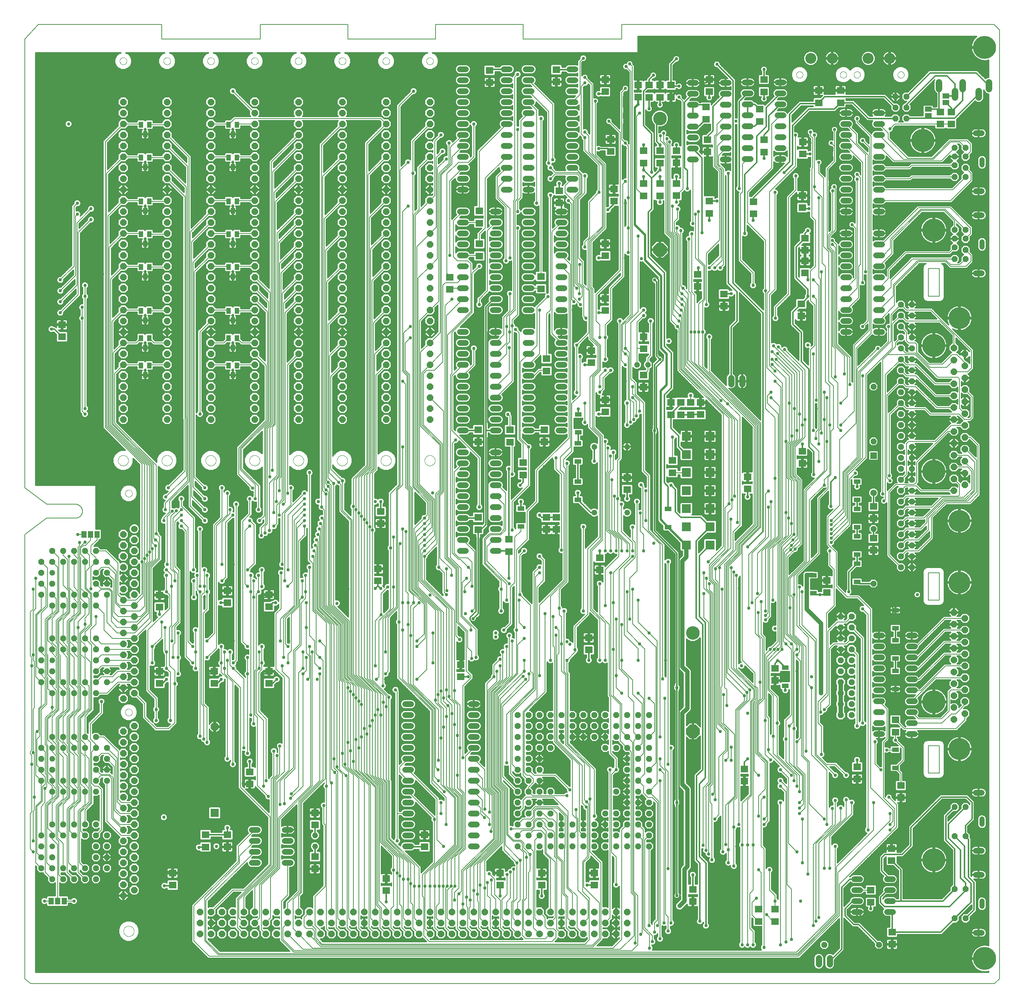
<source format=gbl>
G75*
%MOIN*%
%OFA0B0*%
%FSLAX25Y25*%
%IPPOS*%
%LPD*%
%AMOC8*
5,1,8,0,0,1.08239X$1,22.5*
%
%ADD10C,0.00600*%
%ADD11C,0.00000*%
%ADD12OC8,0.06000*%
%ADD13R,0.03937X0.05512*%
%ADD14R,0.07098X0.06299*%
%ADD15C,0.06000*%
%ADD16C,0.05200*%
%ADD17OC8,0.05200*%
%ADD18C,0.05200*%
%ADD19R,0.07087X0.06299*%
%ADD20OC8,0.05600*%
%ADD21R,0.06299X0.03937*%
%ADD22OC8,0.05543*%
%ADD23C,0.04756*%
%ADD24C,0.07677*%
%ADD25R,0.07677X0.07677*%
%ADD26C,0.20000*%
%ADD27R,0.05937X0.05937*%
%ADD28C,0.05937*%
%ADD29R,0.08268X0.08268*%
%ADD30C,0.12400*%
%ADD31OC8,0.12400*%
%ADD32C,0.10000*%
%ADD33C,0.05600*%
%ADD34C,0.21000*%
%ADD35R,0.06300X0.04600*%
%ADD36C,0.05937*%
%ADD37R,0.04600X0.06300*%
%ADD38C,0.02978*%
%ADD39C,0.01200*%
%ADD40C,0.02000*%
%ADD41C,0.04159*%
%ADD42C,0.04000*%
D10*
X0004700Y0005800D02*
X0010200Y0001300D01*
X0890200Y0001300D01*
X0894700Y0005800D01*
X0894700Y0872800D01*
X0889700Y0877800D01*
X0549700Y0877800D01*
X0549700Y0864300D01*
X0459700Y0864300D01*
X0459700Y0877800D01*
X0379700Y0877800D01*
X0379700Y0864300D01*
X0299700Y0864300D01*
X0299700Y0877800D01*
X0219700Y0877800D01*
X0219700Y0864300D01*
X0129700Y0864300D01*
X0129700Y0877800D01*
X0017200Y0877800D01*
X0004700Y0864300D01*
X0004700Y0454300D01*
X0024700Y0439300D01*
X0051700Y0439300D01*
X0051856Y0439286D01*
X0052012Y0439267D01*
X0052168Y0439245D01*
X0052323Y0439219D01*
X0052477Y0439189D01*
X0052631Y0439155D01*
X0052783Y0439117D01*
X0052935Y0439075D01*
X0053085Y0439030D01*
X0053234Y0438981D01*
X0053382Y0438928D01*
X0053529Y0438871D01*
X0053674Y0438811D01*
X0053817Y0438748D01*
X0053959Y0438680D01*
X0054100Y0438609D01*
X0054238Y0438535D01*
X0054374Y0438457D01*
X0054509Y0438376D01*
X0054641Y0438291D01*
X0054772Y0438203D01*
X0054900Y0438112D01*
X0055025Y0438018D01*
X0055149Y0437921D01*
X0055269Y0437820D01*
X0055388Y0437717D01*
X0055503Y0437610D01*
X0055616Y0437501D01*
X0055726Y0437389D01*
X0055834Y0437274D01*
X0055938Y0437157D01*
X0056039Y0437037D01*
X0056138Y0436914D01*
X0056233Y0436789D01*
X0056325Y0436662D01*
X0056414Y0436532D01*
X0056500Y0436401D01*
X0056582Y0436267D01*
X0056661Y0436131D01*
X0056736Y0435993D01*
X0056808Y0435854D01*
X0056877Y0435712D01*
X0056942Y0435569D01*
X0057003Y0435425D01*
X0057061Y0435278D01*
X0057115Y0435131D01*
X0057165Y0434982D01*
X0057211Y0434832D01*
X0057254Y0434681D01*
X0057293Y0434529D01*
X0057328Y0434375D01*
X0057360Y0434221D01*
X0057387Y0434067D01*
X0057411Y0433911D01*
X0057430Y0433756D01*
X0057446Y0433599D01*
X0057458Y0433443D01*
X0057466Y0433286D01*
X0057470Y0433129D01*
X0057470Y0432971D01*
X0057466Y0432814D01*
X0057458Y0432657D01*
X0057446Y0432501D01*
X0057430Y0432344D01*
X0057411Y0432189D01*
X0057387Y0432033D01*
X0057360Y0431879D01*
X0057328Y0431725D01*
X0057293Y0431571D01*
X0057254Y0431419D01*
X0057211Y0431268D01*
X0057165Y0431118D01*
X0057115Y0430969D01*
X0057061Y0430822D01*
X0057003Y0430675D01*
X0056942Y0430531D01*
X0056877Y0430388D01*
X0056808Y0430246D01*
X0056736Y0430107D01*
X0056661Y0429969D01*
X0056582Y0429833D01*
X0056500Y0429699D01*
X0056414Y0429568D01*
X0056325Y0429438D01*
X0056233Y0429311D01*
X0056138Y0429186D01*
X0056039Y0429063D01*
X0055938Y0428943D01*
X0055834Y0428826D01*
X0055726Y0428711D01*
X0055616Y0428599D01*
X0055503Y0428490D01*
X0055388Y0428383D01*
X0055269Y0428280D01*
X0055149Y0428179D01*
X0055025Y0428082D01*
X0054900Y0427988D01*
X0054772Y0427897D01*
X0054641Y0427809D01*
X0054509Y0427724D01*
X0054374Y0427643D01*
X0054238Y0427565D01*
X0054100Y0427491D01*
X0053959Y0427420D01*
X0053817Y0427352D01*
X0053674Y0427289D01*
X0053529Y0427229D01*
X0053382Y0427172D01*
X0053234Y0427119D01*
X0053085Y0427070D01*
X0052935Y0427025D01*
X0052783Y0426983D01*
X0052631Y0426945D01*
X0052477Y0426911D01*
X0052323Y0426881D01*
X0052168Y0426855D01*
X0052012Y0426833D01*
X0051856Y0426814D01*
X0051700Y0426800D01*
X0024700Y0426800D01*
X0004700Y0411800D01*
X0004700Y0005800D01*
X0022700Y0076800D02*
X0028700Y0076800D01*
X0034700Y0076800D02*
X0034700Y0128406D01*
X0029700Y0133406D01*
X0029700Y0136800D01*
X0029700Y0139300D01*
X0025900Y0143100D01*
X0025900Y0164000D01*
X0034700Y0172800D01*
X0034700Y0180103D01*
X0033500Y0181303D01*
X0033500Y0209500D01*
X0029700Y0213300D01*
X0029700Y0216800D01*
X0029700Y0220300D01*
X0025900Y0224100D01*
X0025900Y0243000D01*
X0034700Y0251800D01*
X0034700Y0270906D01*
X0033500Y0272106D01*
X0033500Y0299500D01*
X0029700Y0303300D01*
X0029700Y0306800D01*
X0029700Y0311103D01*
X0025900Y0314903D01*
X0025900Y0333000D01*
X0034700Y0341800D01*
X0034700Y0381800D01*
X0029700Y0386800D01*
X0025400Y0381100D02*
X0025400Y0345803D01*
X0019700Y0340103D01*
X0019700Y0306800D01*
X0019700Y0304100D01*
X0023500Y0300300D01*
X0023500Y0281500D01*
X0024700Y0280300D01*
X0024700Y0256800D01*
X0019700Y0251800D01*
X0019700Y0216800D01*
X0023500Y0213000D01*
X0023500Y0193306D01*
X0024700Y0192106D01*
X0024700Y0181211D01*
X0023289Y0179800D01*
X0023289Y0166935D01*
X0021154Y0164800D01*
X0021154Y0164346D01*
X0019700Y0162891D01*
X0019700Y0136800D01*
X0012311Y0131800D02*
X0012311Y0158800D01*
X0013500Y0159989D01*
X0013500Y0171800D01*
X0013500Y0211111D01*
X0012311Y0212300D01*
X0012311Y0252111D01*
X0013500Y0253300D01*
X0013500Y0295611D01*
X0012311Y0296800D01*
X0012311Y0301800D01*
X0012311Y0341800D01*
X0014700Y0344189D01*
X0014700Y0371800D01*
X0019700Y0366800D02*
X0024200Y0362300D01*
X0024200Y0346300D01*
X0015900Y0338000D01*
X0015900Y0290600D01*
X0019700Y0286800D01*
X0019700Y0283600D01*
X0023500Y0279800D01*
X0023500Y0257297D01*
X0018500Y0252297D01*
X0018500Y0227400D01*
X0015900Y0224800D01*
X0015900Y0200600D01*
X0019700Y0196800D01*
X0019700Y0193800D01*
X0023500Y0190000D01*
X0023500Y0183800D01*
X0020900Y0181200D01*
X0020900Y0168000D01*
X0015900Y0163000D01*
X0015900Y0120600D01*
X0019700Y0116800D01*
X0014700Y0111800D02*
X0014700Y0163497D01*
X0019700Y0168497D01*
X0019700Y0186800D01*
X0014700Y0191800D01*
X0014700Y0230389D01*
X0016111Y0231800D01*
X0017300Y0232989D01*
X0017300Y0252794D01*
X0019700Y0255194D01*
X0019700Y0276800D01*
X0014700Y0281800D01*
X0014700Y0338497D01*
X0019700Y0343497D01*
X0019700Y0356800D01*
X0012311Y0361800D02*
X0012311Y0343497D01*
X0009922Y0341108D01*
X0009922Y0300810D01*
X0011111Y0299621D01*
X0011111Y0291800D01*
X0011111Y0214479D01*
X0009922Y0213290D01*
X0009922Y0211310D01*
X0011111Y0210121D01*
X0011111Y0201800D01*
X0011111Y0158211D01*
X0009700Y0156800D01*
X0009700Y0124411D01*
X0012311Y0121800D01*
X0014700Y0111800D02*
X0019700Y0106800D01*
X0023500Y0103000D02*
X0023500Y0164994D01*
X0029700Y0171194D01*
X0029700Y0176800D01*
X0029700Y0181600D01*
X0025900Y0185400D01*
X0025900Y0192603D01*
X0024700Y0193803D01*
X0024700Y0218406D01*
X0023500Y0219606D01*
X0023500Y0243994D01*
X0029700Y0250194D01*
X0029700Y0253800D01*
X0029700Y0266800D01*
X0025900Y0270600D01*
X0025900Y0280797D01*
X0024700Y0281997D01*
X0024700Y0300797D01*
X0023500Y0301997D01*
X0023500Y0333994D01*
X0029700Y0340194D01*
X0029700Y0346800D01*
X0033500Y0342297D02*
X0033500Y0353000D01*
X0029700Y0356800D01*
X0039700Y0356800D02*
X0043500Y0353000D01*
X0043500Y0341297D01*
X0034700Y0332497D01*
X0034700Y0313103D01*
X0035900Y0311903D01*
X0035900Y0302491D01*
X0037100Y0301291D01*
X0037100Y0279400D01*
X0039700Y0276800D01*
X0039700Y0273406D01*
X0043500Y0269606D01*
X0043500Y0252297D01*
X0034700Y0243497D01*
X0034700Y0223000D01*
X0035900Y0221800D01*
X0035900Y0212297D01*
X0039700Y0208497D01*
X0039700Y0186800D01*
X0039700Y0183406D01*
X0043500Y0179606D01*
X0043500Y0172297D01*
X0034700Y0163497D01*
X0034700Y0134300D01*
X0039700Y0129300D01*
X0039700Y0106800D01*
X0043500Y0103000D02*
X0043500Y0160994D01*
X0049700Y0167194D01*
X0049700Y0176800D01*
X0049700Y0178800D01*
X0045900Y0182600D01*
X0045900Y0212103D01*
X0044700Y0213303D01*
X0044700Y0220103D01*
X0043500Y0221303D01*
X0043500Y0244600D01*
X0049700Y0250800D01*
X0049700Y0266800D01*
X0049700Y0270800D01*
X0045900Y0274600D01*
X0045900Y0301603D01*
X0044700Y0302803D01*
X0044700Y0311603D01*
X0043500Y0312803D01*
X0043500Y0332297D01*
X0049700Y0338497D01*
X0049700Y0346800D01*
X0053500Y0348800D02*
X0049700Y0352600D01*
X0049700Y0356800D01*
X0049700Y0358694D01*
X0045200Y0363194D01*
X0045200Y0391800D01*
X0043700Y0388800D02*
X0043700Y0362997D01*
X0045900Y0360797D01*
X0045900Y0340303D01*
X0039700Y0334103D01*
X0039700Y0316800D01*
X0039700Y0313300D01*
X0043500Y0309500D01*
X0043500Y0302306D01*
X0044700Y0301106D01*
X0044700Y0271800D01*
X0045900Y0270600D01*
X0045900Y0251303D01*
X0039700Y0245103D01*
X0039700Y0226800D01*
X0039700Y0222300D01*
X0043500Y0218500D01*
X0043500Y0212800D01*
X0044700Y0211600D01*
X0044700Y0181800D01*
X0045900Y0180600D01*
X0045900Y0171303D01*
X0039700Y0165103D01*
X0039700Y0146800D01*
X0035900Y0140600D02*
X0035900Y0163000D01*
X0044700Y0171800D01*
X0044700Y0180103D01*
X0043500Y0181303D01*
X0043500Y0209000D01*
X0039700Y0212800D01*
X0039700Y0216800D01*
X0039700Y0220603D01*
X0035900Y0224403D01*
X0035900Y0243000D01*
X0044700Y0251800D01*
X0044700Y0270103D01*
X0043500Y0271303D01*
X0043500Y0299500D01*
X0039700Y0303300D01*
X0039700Y0306800D01*
X0039700Y0309800D01*
X0035900Y0313600D01*
X0035900Y0332000D01*
X0044700Y0340800D01*
X0044700Y0360300D01*
X0039700Y0365300D01*
X0039700Y0386800D01*
X0043700Y0388800D02*
X0039700Y0392800D01*
X0039700Y0396800D01*
X0035900Y0390600D02*
X0035900Y0341303D01*
X0029700Y0335103D01*
X0029700Y0316800D01*
X0029700Y0312800D01*
X0033500Y0309000D01*
X0033500Y0301497D01*
X0034700Y0300297D01*
X0034700Y0272603D01*
X0035900Y0271403D01*
X0035900Y0251303D01*
X0029700Y0245103D01*
X0029700Y0226800D01*
X0029700Y0223800D01*
X0033500Y0220000D01*
X0033500Y0211303D01*
X0034700Y0210103D01*
X0034700Y0181800D01*
X0035900Y0180600D01*
X0035900Y0172303D01*
X0029700Y0166103D01*
X0029700Y0146800D01*
X0035900Y0140600D02*
X0039700Y0136800D01*
X0035900Y0131403D02*
X0035900Y0100600D01*
X0039700Y0096800D01*
X0043500Y0103000D02*
X0049700Y0096800D01*
X0053500Y0103000D02*
X0059700Y0096800D01*
X0053500Y0103000D02*
X0053500Y0158994D01*
X0059700Y0165194D01*
X0059700Y0176800D01*
X0059700Y0180000D01*
X0055900Y0183800D01*
X0055900Y0211103D01*
X0054700Y0212303D01*
X0054700Y0222106D01*
X0053500Y0223306D01*
X0053500Y0244600D01*
X0059700Y0250800D01*
X0059700Y0266800D01*
X0059700Y0271000D01*
X0055900Y0274800D01*
X0055900Y0300403D01*
X0054700Y0301603D01*
X0054700Y0312606D01*
X0053500Y0313806D01*
X0053500Y0326800D01*
X0053500Y0332100D01*
X0059700Y0338300D01*
X0059700Y0346800D01*
X0059700Y0349300D01*
X0055900Y0353100D01*
X0055900Y0360794D01*
X0054700Y0361994D01*
X0054700Y0389797D01*
X0053500Y0390997D01*
X0053500Y0400297D01*
X0054700Y0401497D01*
X0054700Y0404300D01*
X0058397Y0401800D02*
X0055900Y0399303D01*
X0055900Y0393600D01*
X0059700Y0389800D01*
X0059700Y0386800D01*
X0059700Y0362300D01*
X0064700Y0357300D01*
X0064700Y0329603D01*
X0055900Y0320803D01*
X0055900Y0314800D01*
X0059700Y0311000D01*
X0059700Y0306800D01*
X0059700Y0299997D01*
X0064700Y0294997D01*
X0064700Y0252406D01*
X0055900Y0243606D01*
X0055900Y0224300D01*
X0059700Y0220500D01*
X0059700Y0216800D01*
X0059700Y0210697D01*
X0063500Y0206897D01*
X0063500Y0181497D01*
X0064700Y0180297D01*
X0064700Y0166800D01*
X0055900Y0158000D01*
X0055900Y0140600D01*
X0059700Y0136800D01*
X0059700Y0146800D02*
X0059700Y0160103D01*
X0065900Y0166303D01*
X0065900Y0180794D01*
X0064700Y0181994D01*
X0064700Y0221800D01*
X0059700Y0226800D01*
X0059700Y0245709D01*
X0065900Y0251909D01*
X0065900Y0310600D01*
X0059700Y0316800D01*
X0059700Y0322603D01*
X0065900Y0328803D01*
X0065900Y0357797D01*
X0060900Y0362797D01*
X0060900Y0378500D01*
X0063700Y0381300D01*
X0063700Y0392800D01*
X0059700Y0396800D01*
X0060200Y0401800D02*
X0058397Y0401800D01*
X0060200Y0401800D02*
X0064700Y0406300D01*
X0064700Y0411800D01*
X0058700Y0411800D02*
X0053200Y0411800D01*
X0059700Y0404800D02*
X0054700Y0399800D01*
X0054700Y0391494D01*
X0055900Y0390294D01*
X0055900Y0362491D01*
X0059700Y0358691D01*
X0059700Y0356800D01*
X0063500Y0353000D01*
X0063500Y0339300D01*
X0059700Y0335500D01*
X0059700Y0329800D01*
X0059700Y0326300D01*
X0054700Y0321300D01*
X0054700Y0314303D01*
X0055900Y0313103D01*
X0055900Y0302100D01*
X0059700Y0298300D01*
X0059700Y0276800D01*
X0063500Y0273000D01*
X0063500Y0252903D01*
X0054700Y0244103D01*
X0054700Y0223803D01*
X0055900Y0222603D01*
X0055900Y0212800D01*
X0059700Y0209000D01*
X0059700Y0186800D01*
X0059700Y0183600D01*
X0063500Y0179800D01*
X0063500Y0167297D01*
X0054700Y0158497D01*
X0054700Y0111800D01*
X0059700Y0106800D01*
X0049700Y0106800D02*
X0044700Y0111800D01*
X0044700Y0160497D01*
X0053500Y0169297D01*
X0053500Y0179500D01*
X0049700Y0183300D01*
X0049700Y0186800D01*
X0049700Y0210000D01*
X0045900Y0213800D01*
X0045900Y0220600D01*
X0044700Y0221800D01*
X0044700Y0244103D01*
X0053500Y0252903D01*
X0053500Y0271303D01*
X0049700Y0275103D01*
X0049700Y0276800D01*
X0049700Y0299500D01*
X0045900Y0303300D01*
X0045900Y0312100D01*
X0044700Y0313300D01*
X0044700Y0331800D01*
X0053500Y0340600D01*
X0053500Y0348800D01*
X0054700Y0349297D02*
X0054700Y0340103D01*
X0045900Y0331303D01*
X0045900Y0313800D01*
X0049700Y0310000D01*
X0049700Y0306800D01*
X0049700Y0303209D01*
X0053500Y0299409D01*
X0053500Y0273000D01*
X0054700Y0271800D01*
X0054700Y0252406D01*
X0045900Y0243606D01*
X0045900Y0222297D01*
X0049700Y0218497D01*
X0049700Y0216800D01*
X0049700Y0212800D01*
X0053500Y0209000D01*
X0053500Y0181197D01*
X0054700Y0179997D01*
X0054700Y0168800D01*
X0045900Y0160000D01*
X0045900Y0140600D01*
X0049700Y0136800D01*
X0049700Y0146800D02*
X0049700Y0162103D01*
X0055900Y0168303D01*
X0055900Y0180494D01*
X0054700Y0181694D01*
X0054700Y0210606D01*
X0053500Y0211806D01*
X0053500Y0221609D01*
X0049700Y0225409D01*
X0049700Y0226800D01*
X0049700Y0245709D01*
X0055900Y0251909D01*
X0055900Y0272297D01*
X0054700Y0273497D01*
X0054700Y0299906D01*
X0053500Y0301106D01*
X0053500Y0312109D01*
X0049700Y0315909D01*
X0049700Y0316800D01*
X0049700Y0333406D01*
X0055900Y0339606D01*
X0055900Y0349794D01*
X0054700Y0350994D01*
X0054700Y0360297D01*
X0053500Y0361497D01*
X0053500Y0389300D01*
X0049700Y0393100D01*
X0049700Y0396800D01*
X0049700Y0386800D02*
X0049700Y0363600D01*
X0053500Y0359800D01*
X0053500Y0350497D01*
X0054700Y0349297D01*
X0039700Y0346800D02*
X0039700Y0339194D01*
X0033500Y0332994D01*
X0033500Y0312606D01*
X0034700Y0311406D01*
X0034700Y0301994D01*
X0035900Y0300794D01*
X0035900Y0273100D01*
X0039700Y0269300D01*
X0039700Y0266800D01*
X0039700Y0250194D01*
X0033500Y0243994D01*
X0033500Y0222503D01*
X0034700Y0221303D01*
X0034700Y0211800D01*
X0035900Y0210600D01*
X0035900Y0183600D01*
X0039700Y0179800D01*
X0039700Y0176800D01*
X0039700Y0170194D01*
X0033500Y0163994D01*
X0033500Y0133803D01*
X0035900Y0131403D01*
X0024700Y0111800D02*
X0024700Y0164497D01*
X0033500Y0173297D01*
X0033500Y0179500D01*
X0029700Y0183300D01*
X0029700Y0186800D01*
X0029700Y0190500D01*
X0025900Y0194300D01*
X0025900Y0218903D01*
X0024700Y0220103D01*
X0024700Y0243497D01*
X0033500Y0252297D01*
X0033500Y0269500D01*
X0032950Y0270050D01*
X0029700Y0273300D01*
X0029700Y0276800D01*
X0029700Y0279800D01*
X0025900Y0283600D01*
X0025900Y0301294D01*
X0024700Y0302494D01*
X0024700Y0333497D01*
X0033500Y0342297D01*
X0064700Y0324800D02*
X0064700Y0314300D01*
X0069700Y0309300D01*
X0069700Y0306800D01*
X0074700Y0301800D02*
X0069700Y0296800D01*
X0074700Y0291800D02*
X0069700Y0286800D01*
X0074700Y0281800D02*
X0069700Y0276800D01*
X0074700Y0281800D02*
X0084700Y0281800D01*
X0089700Y0286800D01*
X0104700Y0286800D01*
X0104700Y0276800D02*
X0089700Y0276800D01*
X0079700Y0266800D01*
X0069700Y0266800D01*
X0074700Y0259189D02*
X0074700Y0248800D01*
X0064700Y0238800D01*
X0064700Y0224800D01*
X0069700Y0219800D01*
X0069700Y0216800D01*
X0065900Y0213000D01*
X0065900Y0184300D01*
X0068400Y0181800D01*
X0071700Y0181800D01*
X0074700Y0178800D01*
X0074700Y0141800D01*
X0069700Y0136800D01*
X0079700Y0149800D02*
X0092700Y0136800D01*
X0104700Y0136800D01*
X0104700Y0146800D02*
X0091397Y0146800D01*
X0085400Y0152797D01*
X0085400Y0189297D01*
X0082197Y0192500D01*
X0074000Y0192500D01*
X0069700Y0196800D01*
X0074200Y0191300D02*
X0081700Y0191300D01*
X0084200Y0188800D01*
X0084200Y0152300D01*
X0094700Y0141800D01*
X0094700Y0151800D02*
X0086600Y0159900D01*
X0086600Y0199900D01*
X0079700Y0206800D01*
X0081200Y0211800D02*
X0087800Y0205200D01*
X0087800Y0160700D01*
X0091700Y0156800D01*
X0104700Y0156800D01*
X0104700Y0166800D02*
X0093200Y0166800D01*
X0090200Y0169800D01*
X0090200Y0213300D01*
X0076700Y0226800D01*
X0069700Y0226800D01*
X0079700Y0216800D02*
X0089000Y0207500D01*
X0089000Y0167500D01*
X0094700Y0161800D01*
X0079700Y0149800D02*
X0079700Y0186800D01*
X0074200Y0191300D02*
X0069700Y0186800D01*
X0069700Y0206800D02*
X0074700Y0211800D01*
X0081200Y0211800D01*
X0114200Y0244800D02*
X0124700Y0234300D01*
X0136200Y0234300D01*
X0141700Y0239800D01*
X0141700Y0275300D01*
X0141700Y0287300D01*
X0136811Y0292189D01*
X0136811Y0326800D01*
X0138700Y0328689D01*
X0138700Y0364300D01*
X0138700Y0374800D01*
X0134200Y0379300D01*
X0138200Y0380080D02*
X0138200Y0428300D01*
X0143200Y0433300D01*
X0139622Y0433101D02*
X0134700Y0428179D01*
X0134700Y0384300D01*
X0138200Y0380080D02*
X0141700Y0376580D01*
X0141700Y0369300D01*
X0144143Y0375834D02*
X0144143Y0331940D01*
X0139200Y0326997D01*
X0139200Y0314300D01*
X0141700Y0312421D02*
X0140200Y0310921D01*
X0140200Y0299300D01*
X0144700Y0299300D02*
X0144700Y0284300D01*
X0137700Y0285800D02*
X0134200Y0289300D01*
X0134200Y0304300D01*
X0132700Y0305800D01*
X0132700Y0326800D01*
X0129700Y0331800D02*
X0129700Y0317800D01*
X0121200Y0309300D01*
X0121200Y0294300D01*
X0137700Y0285800D02*
X0137700Y0241800D01*
X0124700Y0241800D02*
X0124700Y0251800D01*
X0124700Y0261800D01*
X0117200Y0269300D01*
X0117200Y0324300D01*
X0137089Y0344189D01*
X0137089Y0356411D01*
X0134200Y0359300D01*
X0134200Y0374300D01*
X0140200Y0379778D02*
X0140200Y0426800D01*
X0147700Y0434300D01*
X0147700Y0437679D02*
X0158700Y0426679D01*
X0158700Y0379300D01*
X0162200Y0374300D02*
X0162200Y0361800D01*
X0164700Y0359300D01*
X0164700Y0227300D01*
X0168200Y0224800D02*
X0168200Y0254603D01*
X0166200Y0256603D01*
X0166200Y0356300D01*
X0168700Y0358800D01*
X0168700Y0364300D01*
X0168700Y0379300D01*
X0171200Y0374300D02*
X0171200Y0359300D01*
X0171200Y0343300D01*
X0167700Y0339800D01*
X0167700Y0256800D01*
X0171200Y0253300D01*
X0171200Y0221800D01*
X0189700Y0206800D02*
X0189700Y0280300D01*
X0184200Y0285800D01*
X0184200Y0294300D01*
X0184200Y0309300D01*
X0179700Y0307800D02*
X0179700Y0419800D01*
X0189700Y0429800D01*
X0189700Y0449300D01*
X0184700Y0454300D02*
X0184700Y0426800D01*
X0178200Y0420300D01*
X0178200Y0321300D01*
X0171200Y0314300D01*
X0179700Y0307800D02*
X0171200Y0299300D01*
X0160700Y0304300D02*
X0160700Y0289300D01*
X0158200Y0294300D02*
X0152200Y0300300D01*
X0152200Y0414800D01*
X0147700Y0419300D01*
X0147700Y0424300D02*
X0153700Y0418300D01*
X0153700Y0313800D01*
X0158200Y0309300D01*
X0160700Y0304300D02*
X0160700Y0324300D01*
X0144700Y0321800D02*
X0144700Y0299300D01*
X0141700Y0312421D02*
X0141700Y0327800D01*
X0145343Y0331443D01*
X0145343Y0378657D01*
X0141700Y0382300D01*
X0141700Y0423300D01*
X0147700Y0429300D01*
X0147700Y0437679D02*
X0147700Y0444300D01*
X0157100Y0446400D02*
X0157100Y0679200D01*
X0174700Y0696800D01*
X0174700Y0686800D02*
X0190291Y0686800D01*
X0190960Y0686131D01*
X0198440Y0686131D02*
X0199109Y0686800D01*
X0214700Y0686800D01*
X0235100Y0687200D02*
X0235100Y0465732D01*
X0228100Y0458732D01*
X0228100Y0415300D01*
X0224200Y0413000D02*
X0224200Y0419450D01*
X0226050Y0421300D01*
X0226050Y0508256D01*
X0231100Y0513306D01*
X0231100Y0743200D01*
X0254700Y0766800D01*
X0254700Y0776800D02*
X0229900Y0752000D01*
X0229900Y0513803D01*
X0224850Y0508753D01*
X0224850Y0421800D01*
X0220700Y0417650D01*
X0220700Y0410611D01*
X0214200Y0420300D02*
X0214200Y0385300D01*
X0208200Y0379300D01*
X0211200Y0374300D02*
X0211200Y0359300D01*
X0211200Y0246800D01*
X0214900Y0247100D02*
X0217200Y0244800D01*
X0217200Y0182300D01*
X0227200Y0172300D01*
X0222700Y0181800D02*
X0222700Y0241800D01*
X0216200Y0248300D01*
X0216200Y0286800D01*
X0218700Y0289300D01*
X0218700Y0304300D01*
X0221200Y0309300D02*
X0221200Y0294300D01*
X0221089Y0294189D01*
X0221089Y0288310D01*
X0218300Y0285521D01*
X0218300Y0250094D01*
X0225200Y0243194D01*
X0225200Y0186800D01*
X0229950Y0188550D02*
X0229950Y0109641D01*
X0199000Y0078691D01*
X0199000Y0052500D01*
X0204700Y0046800D01*
X0204700Y0056800D02*
X0200200Y0061300D01*
X0200200Y0078194D01*
X0231346Y0109340D01*
X0231346Y0188249D01*
X0235222Y0192125D01*
X0235222Y0209581D01*
X0232200Y0213800D02*
X0232200Y0190800D01*
X0229950Y0188550D01*
X0232546Y0187751D02*
X0237611Y0192817D01*
X0237611Y0218449D01*
X0250200Y0198785D02*
X0237889Y0186474D01*
X0237889Y0164989D01*
X0241700Y0165800D02*
X0241700Y0188088D01*
X0251400Y0197788D01*
X0251400Y0305000D01*
X0257100Y0310700D01*
X0257100Y0349200D01*
X0261200Y0353300D01*
X0261200Y0359300D01*
X0261200Y0374300D01*
X0258200Y0369300D02*
X0258200Y0354300D01*
X0255900Y0352000D01*
X0255900Y0311500D01*
X0250200Y0305800D01*
X0250200Y0198785D01*
X0246000Y0196509D02*
X0246000Y0280500D01*
X0239700Y0286800D01*
X0239700Y0291800D01*
X0245200Y0294300D02*
X0245200Y0302300D01*
X0248200Y0305300D01*
X0248200Y0339103D01*
X0254700Y0345603D01*
X0254700Y0405800D01*
X0260200Y0411300D01*
X0260200Y0419300D01*
X0260200Y0424300D02*
X0253500Y0417600D01*
X0253500Y0346100D01*
X0242700Y0335300D01*
X0242700Y0311800D01*
X0245200Y0309300D01*
X0238200Y0314300D02*
X0238200Y0334300D01*
X0250700Y0346800D01*
X0250700Y0424800D01*
X0260200Y0434300D01*
X0260200Y0439300D02*
X0249200Y0428300D01*
X0249200Y0396800D01*
X0249200Y0394800D01*
X0249200Y0368800D01*
X0244700Y0364300D01*
X0242200Y0369300D02*
X0242200Y0431300D01*
X0260200Y0449300D01*
X0260200Y0444300D02*
X0245200Y0429300D01*
X0245200Y0379300D01*
X0238700Y0376800D02*
X0238700Y0343800D01*
X0234200Y0339300D01*
X0234200Y0288800D01*
X0241700Y0281300D01*
X0241700Y0195209D01*
X0233746Y0187254D01*
X0233746Y0108346D01*
X0214700Y0089300D01*
X0214700Y0066800D01*
X0219200Y0061300D02*
X0219200Y0091800D01*
X0234996Y0107596D01*
X0234996Y0185504D01*
X0246000Y0196509D01*
X0232546Y0187751D02*
X0232546Y0108843D01*
X0204700Y0080997D01*
X0204700Y0066800D01*
X0214700Y0056800D02*
X0219200Y0061300D01*
X0224700Y0056800D02*
X0229200Y0061300D01*
X0229200Y0098406D01*
X0237396Y0106601D01*
X0237396Y0151800D01*
X0267200Y0181604D01*
X0267200Y0304300D01*
X0264700Y0301997D02*
X0265900Y0300797D01*
X0265900Y0182001D01*
X0236196Y0152297D01*
X0236196Y0107099D01*
X0220700Y0091603D01*
X0220700Y0050800D01*
X0224700Y0046800D01*
X0239200Y0041300D02*
X0250400Y0030100D01*
X0709500Y0030100D01*
X0744700Y0065300D01*
X0744700Y0126800D01*
X0739700Y0136300D02*
X0759700Y0156300D01*
X0759700Y0166800D01*
X0754700Y0169300D02*
X0754700Y0152997D01*
X0734700Y0132997D01*
X0734700Y0106800D01*
X0739700Y0106800D02*
X0739700Y0136300D01*
X0742200Y0145997D02*
X0724700Y0128497D01*
X0724700Y0054300D01*
X0727200Y0058300D02*
X0727200Y0079300D01*
X0727200Y0081800D01*
X0727200Y0129300D01*
X0744700Y0146800D01*
X0744700Y0168800D01*
X0742200Y0161300D02*
X0742200Y0145997D01*
X0737200Y0146800D02*
X0737200Y0196300D01*
X0723200Y0210300D01*
X0723200Y0271800D01*
X0720200Y0274800D01*
X0720200Y0317800D01*
X0709700Y0328300D01*
X0709700Y0374512D01*
X0729700Y0394512D01*
X0729700Y0444800D01*
X0738200Y0453300D01*
X0738200Y0463603D01*
X0740900Y0466303D01*
X0740900Y0506000D01*
X0743200Y0508300D01*
X0743200Y0547300D01*
X0738700Y0551800D01*
X0738700Y0670209D01*
X0734200Y0674709D01*
X0734200Y0737300D01*
X0729700Y0741800D01*
X0729700Y0751800D01*
X0724089Y0746800D02*
X0723311Y0746022D01*
X0723311Y0702189D01*
X0726700Y0698800D01*
X0726700Y0656800D01*
X0722200Y0652300D01*
X0722200Y0625300D01*
X0726211Y0621289D01*
X0726211Y0584311D01*
X0722200Y0580300D01*
X0722200Y0495300D01*
X0729700Y0487800D01*
X0729700Y0478300D01*
X0734700Y0469800D02*
X0717200Y0452300D01*
X0717200Y0387103D01*
X0702200Y0372103D01*
X0702200Y0356300D01*
X0703389Y0355111D01*
X0703389Y0344800D01*
X0703389Y0320505D01*
X0714200Y0309694D01*
X0714200Y0209300D01*
X0719700Y0203800D01*
X0719700Y0101300D01*
X0714700Y0111800D02*
X0714700Y0151800D01*
X0712200Y0156800D02*
X0717100Y0161700D01*
X0717100Y0192294D01*
X0709700Y0199694D01*
X0709700Y0222300D01*
X0713000Y0225600D01*
X0713000Y0296000D01*
X0709700Y0299300D01*
X0709700Y0301800D01*
X0712200Y0304300D01*
X0712200Y0309997D01*
X0701000Y0321197D01*
X0701000Y0391100D01*
X0708200Y0398300D01*
X0713300Y0403400D01*
X0713300Y0461100D01*
X0708100Y0466300D01*
X0708100Y0491639D01*
X0717200Y0500739D01*
X0717200Y0516800D01*
X0717200Y0562160D01*
X0698630Y0580730D01*
X0692941Y0583041D02*
X0714700Y0561281D01*
X0714700Y0511800D01*
X0714700Y0499936D01*
X0706900Y0492136D01*
X0706900Y0465803D01*
X0712100Y0460603D01*
X0712100Y0405700D01*
X0704200Y0397800D01*
X0699800Y0393400D01*
X0699800Y0320700D01*
X0709700Y0310800D01*
X0709700Y0306800D01*
X0707200Y0304300D01*
X0707200Y0234300D01*
X0707200Y0200497D01*
X0715900Y0191797D01*
X0715900Y0165500D01*
X0712200Y0161800D01*
X0712200Y0166800D02*
X0714700Y0169300D01*
X0714700Y0191300D01*
X0702700Y0203300D01*
X0702700Y0236800D01*
X0706000Y0240100D01*
X0706000Y0310500D01*
X0704700Y0311800D01*
X0698600Y0317900D01*
X0698600Y0395700D01*
X0704700Y0401800D01*
X0710900Y0408000D01*
X0710900Y0460106D01*
X0705700Y0465306D01*
X0705700Y0492633D01*
X0712200Y0499133D01*
X0712200Y0521800D01*
X0712200Y0560403D01*
X0688501Y0584101D01*
X0687089Y0578756D02*
X0707422Y0558423D01*
X0707422Y0526800D01*
X0707422Y0497749D01*
X0703300Y0493627D01*
X0703300Y0464312D01*
X0707200Y0460412D01*
X0707200Y0411800D01*
X0696200Y0400800D01*
X0696200Y0306689D01*
X0684500Y0294989D01*
X0684500Y0270300D01*
X0691700Y0263100D01*
X0691700Y0239386D01*
X0691786Y0239300D01*
X0691786Y0209790D01*
X0709700Y0191876D01*
X0709700Y0181800D01*
X0712200Y0176800D02*
X0712200Y0191497D01*
X0699700Y0203997D01*
X0699700Y0224800D01*
X0699700Y0241800D01*
X0704800Y0246900D01*
X0704800Y0306700D01*
X0699700Y0311800D01*
X0697400Y0314100D01*
X0697400Y0398000D01*
X0706200Y0406800D01*
X0709700Y0410300D01*
X0709700Y0459609D01*
X0704500Y0464809D01*
X0704500Y0493130D01*
X0709811Y0498441D01*
X0709811Y0506800D01*
X0709811Y0559413D01*
X0692062Y0577162D01*
X0690667Y0571800D02*
X0705033Y0557434D01*
X0705033Y0501800D01*
X0705033Y0497057D01*
X0702100Y0494124D01*
X0702100Y0463815D01*
X0704700Y0461215D01*
X0704700Y0421800D01*
X0704700Y0411723D01*
X0695000Y0402023D01*
X0695000Y0309067D01*
X0692622Y0306689D01*
X0683300Y0297367D01*
X0683300Y0269803D01*
X0688200Y0264903D01*
X0688200Y0227300D01*
X0688200Y0211679D01*
X0707200Y0192679D01*
X0707200Y0186800D01*
X0702200Y0189300D02*
X0702200Y0129300D01*
X0709700Y0121800D01*
X0729700Y0129694D02*
X0729700Y0061800D01*
X0745900Y0064500D02*
X0710300Y0028900D01*
X0182100Y0028900D01*
X0170200Y0040800D01*
X0170200Y0077300D01*
X0214700Y0121800D01*
X0214700Y0131800D02*
X0200900Y0118000D01*
X0200900Y0111800D01*
X0169000Y0079900D01*
X0169000Y0040303D01*
X0181603Y0027700D01*
X0710797Y0027700D01*
X0747100Y0064003D01*
X0747100Y0102579D01*
X0794700Y0150179D01*
X0794700Y0156800D01*
X0797500Y0160000D02*
X0797500Y0149600D01*
X0794700Y0146800D01*
X0798700Y0145800D02*
X0798700Y0161300D01*
X0788700Y0171300D01*
X0788700Y0221800D01*
X0792000Y0225100D01*
X0792000Y0252000D01*
X0784700Y0259300D01*
X0799700Y0242398D02*
X0807798Y0234300D01*
X0855200Y0234300D01*
X0863200Y0242300D01*
X0863200Y0248100D01*
X0863200Y0256300D02*
X0854700Y0247800D01*
X0850700Y0247800D01*
X0842200Y0239300D01*
X0814700Y0239300D01*
X0820700Y0243300D02*
X0814700Y0249300D01*
X0820700Y0243300D02*
X0841700Y0243300D01*
X0848700Y0250300D01*
X0848700Y0267900D01*
X0850700Y0269900D01*
X0863200Y0269900D01*
X0863200Y0259000D02*
X0863200Y0256300D01*
X0863200Y0280800D02*
X0836200Y0280800D01*
X0814700Y0259300D01*
X0814700Y0269300D02*
X0823003Y0269300D01*
X0845303Y0291600D01*
X0863200Y0291600D01*
X0863200Y0302500D02*
X0844700Y0302500D01*
X0821500Y0279300D01*
X0814700Y0279300D01*
X0814700Y0289300D02*
X0820700Y0289300D01*
X0844700Y0313300D01*
X0863200Y0313300D01*
X0863200Y0324300D02*
X0844700Y0324300D01*
X0819700Y0299300D01*
X0814700Y0299300D01*
X0814700Y0309300D02*
X0818900Y0309300D01*
X0844700Y0335100D01*
X0863200Y0335100D01*
X0839700Y0351800D02*
X0829700Y0351800D01*
X0829700Y0376800D01*
X0839700Y0376800D01*
X0839700Y0351800D01*
X0804700Y0381800D02*
X0793700Y0392800D01*
X0793700Y0450800D01*
X0800200Y0457300D01*
X0816700Y0457300D01*
X0819200Y0459800D01*
X0819200Y0477800D01*
X0847300Y0505900D01*
X0853200Y0505900D01*
X0850800Y0511400D02*
X0836200Y0496800D01*
X0811700Y0496800D01*
X0809700Y0494800D01*
X0809700Y0466800D01*
X0804700Y0461800D01*
X0809000Y0456100D02*
X0818700Y0456100D01*
X0823200Y0451600D01*
X0853200Y0451600D01*
X0857200Y0446800D02*
X0809700Y0446800D01*
X0804700Y0441800D01*
X0809700Y0436800D02*
X0804700Y0431800D01*
X0809700Y0426800D02*
X0825700Y0426800D01*
X0843300Y0444400D01*
X0863603Y0444400D01*
X0870700Y0451497D01*
X0870700Y0470300D01*
X0863200Y0477800D01*
X0863200Y0478800D01*
X0865800Y0484200D02*
X0853200Y0484200D01*
X0863200Y0489600D02*
X0863700Y0489600D01*
X0873700Y0479600D01*
X0873700Y0450300D01*
X0865400Y0442000D01*
X0844900Y0442000D01*
X0829700Y0426800D01*
X0829700Y0415800D01*
X0820700Y0406800D01*
X0809700Y0406800D01*
X0804700Y0401800D01*
X0809700Y0396800D02*
X0804700Y0391800D01*
X0809700Y0396800D02*
X0820700Y0396800D01*
X0832700Y0408800D01*
X0832700Y0427800D01*
X0845700Y0440800D01*
X0867700Y0440800D01*
X0875200Y0448300D01*
X0875200Y0493300D01*
X0868000Y0500500D01*
X0863200Y0500500D01*
X0865800Y0484200D02*
X0872200Y0477800D01*
X0872200Y0451300D01*
X0864100Y0443200D01*
X0843903Y0443200D01*
X0828500Y0427797D01*
X0828500Y0422600D01*
X0822700Y0416800D01*
X0809700Y0416800D01*
X0804700Y0411800D01*
X0804700Y0421800D02*
X0809700Y0426800D01*
X0809700Y0436800D02*
X0833200Y0436800D01*
X0842000Y0445600D01*
X0862000Y0445600D01*
X0869500Y0453100D01*
X0869500Y0469500D01*
X0865700Y0473300D01*
X0853200Y0473300D01*
X0853200Y0462500D02*
X0858200Y0457500D01*
X0858200Y0447800D01*
X0857200Y0446800D01*
X0809000Y0456100D02*
X0804700Y0451800D01*
X0794700Y0460800D02*
X0791700Y0463800D01*
X0791700Y0538800D01*
X0804700Y0551800D01*
X0809700Y0546800D01*
X0818200Y0546800D01*
X0837300Y0527700D01*
X0853200Y0527700D01*
X0858200Y0527200D02*
X0858200Y0553800D01*
X0856700Y0555300D01*
X0838500Y0555300D01*
X0817700Y0576100D01*
X0792500Y0576100D01*
X0788111Y0571711D01*
X0788111Y0448800D01*
X0790500Y0443600D02*
X0789200Y0442300D01*
X0790500Y0443600D02*
X0790500Y0557600D01*
X0804700Y0571800D01*
X0809700Y0566800D01*
X0818700Y0566800D01*
X0836100Y0549400D01*
X0853200Y0549400D01*
X0853200Y0538500D02*
X0836500Y0538500D01*
X0818200Y0556800D01*
X0809700Y0556800D01*
X0804700Y0561800D01*
X0809200Y0577300D02*
X0818197Y0577300D01*
X0831197Y0564300D01*
X0846400Y0564300D01*
X0853200Y0571100D01*
X0851450Y0576050D02*
X0842700Y0567300D01*
X0829894Y0567300D01*
X0819200Y0577994D01*
X0819200Y0585300D01*
X0817700Y0586800D01*
X0811700Y0586800D01*
X0809700Y0588800D01*
X0809700Y0596800D01*
X0804700Y0601800D01*
X0809700Y0606800D02*
X0804700Y0611800D01*
X0796900Y0604000D01*
X0796900Y0582197D01*
X0772700Y0557997D01*
X0772700Y0482300D01*
X0756500Y0466100D01*
X0756500Y0423660D01*
X0741170Y0408330D01*
X0741092Y0412300D02*
X0755300Y0426508D01*
X0755300Y0467400D01*
X0769700Y0481800D01*
X0769700Y0556800D01*
X0767311Y0559911D02*
X0795700Y0588300D01*
X0795700Y0612800D01*
X0804700Y0621800D01*
X0809700Y0616800D01*
X0832200Y0616800D01*
X0869200Y0579800D01*
X0869200Y0563800D01*
X0865700Y0560300D01*
X0853200Y0560300D01*
X0863200Y0565700D02*
X0863200Y0568800D01*
X0855950Y0576050D01*
X0851450Y0576050D01*
X0853200Y0582000D02*
X0853200Y0594103D01*
X0840503Y0606800D01*
X0809700Y0606800D01*
X0804700Y0591800D02*
X0799700Y0586800D01*
X0799700Y0583300D01*
X0792500Y0576100D01*
X0783700Y0581800D02*
X0764911Y0563011D01*
X0764911Y0482102D01*
X0751700Y0468891D01*
X0751700Y0435057D01*
X0741044Y0424401D01*
X0741122Y0420601D02*
X0752900Y0432379D01*
X0752900Y0468394D01*
X0766111Y0481605D01*
X0766111Y0560408D01*
X0793311Y0587608D01*
X0793311Y0601800D01*
X0784700Y0606800D02*
X0798900Y0621000D01*
X0798900Y0639000D01*
X0820914Y0661014D01*
X0845789Y0661014D01*
X0850003Y0656800D01*
X0864200Y0656800D01*
X0868700Y0661300D01*
X0868700Y0666717D01*
X0863735Y0671682D01*
X0863735Y0663414D02*
X0858621Y0658300D01*
X0850200Y0658300D01*
X0846286Y0662214D01*
X0820114Y0662214D01*
X0797700Y0639800D01*
X0797700Y0629800D01*
X0784700Y0616800D01*
X0784700Y0626800D02*
X0795700Y0637800D01*
X0795700Y0643800D01*
X0815314Y0663414D01*
X0853893Y0663414D01*
X0849149Y0669300D02*
X0809200Y0669300D01*
X0793200Y0653300D01*
X0793200Y0645300D01*
X0784700Y0636800D01*
X0769700Y0641800D02*
X0769700Y0751800D01*
X0754700Y0766800D01*
X0764200Y0768997D02*
X0764200Y0777300D01*
X0754700Y0786800D01*
X0754700Y0776800D02*
X0772311Y0759189D01*
X0772311Y0651800D01*
X0766000Y0656800D02*
X0767700Y0658500D01*
X0767700Y0737800D01*
X0764700Y0740800D01*
X0764700Y0736300D02*
X0764700Y0636800D01*
X0754700Y0626800D01*
X0754700Y0616800D02*
X0766000Y0628100D01*
X0766000Y0656800D01*
X0763500Y0645600D02*
X0754700Y0636800D01*
X0763500Y0645600D02*
X0763500Y0691500D01*
X0760200Y0694800D01*
X0744700Y0689800D02*
X0744700Y0728300D01*
X0743700Y0729300D01*
X0742311Y0725800D02*
X0742311Y0689108D01*
X0738500Y0685297D01*
X0738500Y0673803D01*
X0742600Y0669703D01*
X0742600Y0583809D01*
X0744700Y0581709D01*
X0744700Y0555800D01*
X0741400Y0555721D02*
X0747200Y0549921D01*
X0747200Y0509300D01*
X0749700Y0506800D01*
X0749700Y0511800D02*
X0762211Y0524311D01*
X0762211Y0584311D01*
X0776200Y0598300D01*
X0776200Y0765300D01*
X0769700Y0771800D01*
X0764200Y0768997D02*
X0774700Y0758497D01*
X0774700Y0606800D01*
X0769700Y0601800D01*
X0777400Y0595500D02*
X0777400Y0775600D01*
X0764700Y0788300D01*
X0764700Y0791800D01*
X0784700Y0786800D02*
X0793200Y0778300D01*
X0793200Y0773300D01*
X0810950Y0755550D01*
X0833647Y0755550D01*
X0849597Y0771500D01*
X0865000Y0771500D01*
X0868159Y0768341D01*
X0868159Y0761341D01*
X0863735Y0756918D01*
X0863735Y0765186D02*
X0858621Y0770300D01*
X0850094Y0770300D01*
X0834144Y0754350D01*
X0807150Y0754350D01*
X0784700Y0776800D01*
X0784700Y0766800D02*
X0798350Y0753150D01*
X0841857Y0753150D01*
X0853893Y0765186D01*
X0853893Y0749044D02*
X0814700Y0749044D01*
X0812456Y0746800D01*
X0784700Y0746800D01*
X0784700Y0736800D02*
X0813086Y0736800D01*
X0814700Y0738414D01*
X0853893Y0738414D01*
X0863735Y0738414D02*
X0852121Y0726800D01*
X0784700Y0726800D01*
X0784700Y0716800D02*
X0850200Y0716800D01*
X0868700Y0735300D01*
X0868700Y0741717D01*
X0863735Y0746682D01*
X0849700Y0710300D02*
X0820700Y0710300D01*
X0787200Y0676800D01*
X0784700Y0676800D01*
X0784700Y0666800D02*
X0788700Y0666800D01*
X0795200Y0673300D01*
X0795200Y0681300D01*
X0822700Y0708800D01*
X0845121Y0708800D01*
X0863735Y0690186D01*
X0868200Y0691800D02*
X0849700Y0710300D01*
X0844624Y0707600D02*
X0853893Y0698331D01*
X0853893Y0690186D01*
X0863735Y0681918D02*
X0868200Y0686383D01*
X0868200Y0691800D01*
X0853893Y0674044D02*
X0849149Y0669300D01*
X0839700Y0654800D02*
X0829700Y0654800D01*
X0829700Y0629300D01*
X0839700Y0629300D01*
X0839700Y0654800D01*
X0796400Y0668500D02*
X0784700Y0656800D01*
X0796400Y0668500D02*
X0796400Y0680803D01*
X0823197Y0707600D01*
X0844624Y0707600D01*
X0794700Y0782300D02*
X0799102Y0786702D01*
X0840700Y0786702D01*
X0850700Y0786702D01*
X0840700Y0797898D02*
X0838298Y0800300D01*
X0839531Y0800300D02*
X0839531Y0799068D01*
X0840700Y0797898D01*
X0744200Y0781800D02*
X0744200Y0766300D01*
X0744200Y0752800D01*
X0737300Y0745900D01*
X0737300Y0673306D01*
X0741400Y0669206D01*
X0741400Y0555721D01*
X0735700Y0551300D02*
X0739700Y0547300D01*
X0739700Y0511800D01*
X0739700Y0466800D01*
X0734700Y0461800D01*
X0734700Y0456800D01*
X0721200Y0443300D01*
X0721200Y0387709D01*
X0707289Y0373798D01*
X0707289Y0356800D01*
X0707289Y0319999D01*
X0718200Y0309088D01*
X0718200Y0213800D01*
X0715400Y0209800D02*
X0721200Y0204000D01*
X0721200Y0165300D01*
X0734700Y0151800D01*
X0749700Y0149694D02*
X0749700Y0161800D01*
X0749700Y0149694D02*
X0729700Y0129694D01*
X0745900Y0108000D02*
X0745900Y0064500D01*
X0748300Y0063506D02*
X0711294Y0026500D01*
X0173000Y0026500D01*
X0159200Y0040300D01*
X0159200Y0072300D01*
X0199700Y0112800D01*
X0199700Y0126800D01*
X0214700Y0141800D01*
X0228700Y0153800D02*
X0228700Y0110088D01*
X0205412Y0086800D01*
X0194700Y0086800D01*
X0174700Y0066800D01*
X0239200Y0076800D02*
X0239200Y0041300D01*
X0240400Y0041797D02*
X0250897Y0031300D01*
X0559099Y0031300D01*
X0564599Y0036800D01*
X0564599Y0081601D01*
X0560900Y0085300D01*
X0560900Y0223000D01*
X0564700Y0226800D01*
X0560700Y0230800D01*
X0560700Y0258800D01*
X0555700Y0263800D01*
X0555700Y0280800D01*
X0549700Y0286800D01*
X0549700Y0287103D01*
X0547311Y0289492D01*
X0547311Y0379411D01*
X0559700Y0391800D01*
X0557200Y0391800D02*
X0557200Y0402694D01*
X0546200Y0413694D01*
X0546200Y0444300D01*
X0546200Y0479300D01*
X0548200Y0481300D01*
X0548200Y0606800D01*
X0549400Y0603500D02*
X0549400Y0570600D01*
X0553200Y0566800D01*
X0555700Y0574300D02*
X0555700Y0535300D01*
X0557700Y0533300D01*
X0557700Y0514300D01*
X0554700Y0511800D02*
X0554700Y0531800D01*
X0556900Y0535797D02*
X0556900Y0578100D01*
X0553200Y0581800D01*
X0553200Y0603906D01*
X0555397Y0606103D01*
X0564700Y0615406D01*
X0564700Y0684300D01*
X0555700Y0691800D02*
X0555700Y0669300D01*
X0548500Y0652989D02*
X0548500Y0779000D01*
X0543700Y0783800D01*
X0540200Y0787300D01*
X0538200Y0789300D01*
X0549700Y0772800D02*
X0549700Y0815800D01*
X0553200Y0819300D01*
X0558200Y0834800D02*
X0558200Y0612300D01*
X0549400Y0603500D01*
X0550600Y0603003D02*
X0559400Y0611803D01*
X0559400Y0839600D01*
X0557200Y0841800D01*
X0553700Y0839300D02*
X0558200Y0834800D01*
X0522700Y0822800D02*
X0522700Y0759694D01*
X0533188Y0749206D01*
X0533188Y0692586D01*
X0520400Y0679798D01*
X0520400Y0636964D01*
X0522100Y0635264D01*
X0522100Y0590986D01*
X0529344Y0583742D01*
X0529344Y0562369D01*
X0523200Y0556224D01*
X0523200Y0508997D01*
X0530900Y0501297D01*
X0530900Y0407000D01*
X0521200Y0397300D01*
X0521200Y0342800D01*
X0529700Y0334300D01*
X0529700Y0296800D01*
X0534700Y0296800D02*
X0534700Y0330997D01*
X0522400Y0343297D01*
X0522400Y0396803D01*
X0532100Y0406503D01*
X0532100Y0501794D01*
X0524400Y0509494D01*
X0524400Y0555727D01*
X0530544Y0561872D01*
X0530544Y0584239D01*
X0523300Y0591483D01*
X0523300Y0635761D01*
X0521700Y0637361D01*
X0521700Y0679401D01*
X0534388Y0692089D01*
X0534388Y0749703D01*
X0525700Y0758391D01*
X0525700Y0807800D01*
X0511700Y0813800D02*
X0511700Y0843800D01*
X0514700Y0846800D01*
X0516200Y0829300D02*
X0522700Y0822800D01*
X0516200Y0824300D02*
X0512900Y0821000D01*
X0512900Y0777600D01*
X0516200Y0774300D01*
X0516200Y0762800D01*
X0529200Y0749800D01*
X0529200Y0724300D01*
X0520400Y0715500D01*
X0520400Y0683192D01*
X0516200Y0678992D01*
X0516200Y0674300D01*
X0519200Y0680295D02*
X0519200Y0636467D01*
X0520900Y0634767D01*
X0520900Y0590489D01*
X0528144Y0583244D01*
X0528144Y0562866D01*
X0520700Y0555421D01*
X0520700Y0509800D01*
X0529700Y0500800D01*
X0529700Y0409300D01*
X0518700Y0398300D01*
X0518700Y0338800D01*
X0507200Y0327300D01*
X0507200Y0306300D01*
X0507200Y0304300D01*
X0499700Y0296800D01*
X0499700Y0285497D01*
X0500900Y0284297D01*
X0500900Y0220800D01*
X0524700Y0197000D01*
X0524700Y0154300D01*
X0518500Y0161533D02*
X0517311Y0162722D01*
X0513700Y0166333D01*
X0513700Y0200500D01*
X0490900Y0223300D01*
X0490900Y0301800D01*
X0492311Y0303211D01*
X0492311Y0324189D01*
X0489700Y0326800D01*
X0489700Y0319778D02*
X0489700Y0222803D01*
X0511100Y0201403D01*
X0511100Y0140400D01*
X0514700Y0136800D01*
X0508700Y0140800D02*
X0508700Y0151800D01*
X0504700Y0155800D01*
X0504700Y0206106D01*
X0488500Y0222306D01*
X0488500Y0308800D01*
X0487200Y0310100D01*
X0487200Y0336800D01*
X0492700Y0338300D02*
X0494700Y0336300D01*
X0494700Y0311800D01*
X0494700Y0287100D01*
X0498500Y0283300D01*
X0498500Y0219806D01*
X0515700Y0202606D01*
X0515700Y0169300D01*
X0517700Y0167300D01*
X0519700Y0165300D01*
X0519700Y0116800D01*
X0515200Y0112300D01*
X0515200Y0089300D01*
X0529500Y0075000D01*
X0529500Y0042797D01*
X0523003Y0036300D01*
X0275700Y0036300D01*
X0269200Y0042800D01*
X0269200Y0049800D01*
X0267200Y0051800D01*
X0261700Y0051800D01*
X0259700Y0053800D01*
X0259700Y0061800D01*
X0264700Y0066800D01*
X0264700Y0056800D02*
X0270400Y0051100D01*
X0270400Y0043297D01*
X0276197Y0037500D01*
X0516400Y0037500D01*
X0520200Y0041300D01*
X0520200Y0079300D01*
X0514000Y0085500D01*
X0514000Y0112797D01*
X0518500Y0117297D01*
X0518500Y0161533D01*
X0520900Y0170189D02*
X0520900Y0121600D01*
X0530700Y0111800D01*
X0530700Y0042300D01*
X0523500Y0035100D01*
X0275203Y0035100D01*
X0264700Y0045603D01*
X0264700Y0046800D01*
X0269700Y0054800D02*
X0274700Y0049800D01*
X0274700Y0046800D01*
X0280200Y0051300D02*
X0280200Y0181800D01*
X0280200Y0331341D01*
X0268900Y0342641D01*
X0268900Y0390611D01*
X0267711Y0391800D01*
X0270100Y0395611D02*
X0268911Y0396800D01*
X0270100Y0395611D02*
X0270100Y0343138D01*
X0283500Y0329738D01*
X0283500Y0186000D01*
X0284700Y0184800D01*
X0284700Y0066800D01*
X0290400Y0061100D02*
X0290400Y0195221D01*
X0287200Y0198421D01*
X0287200Y0206800D01*
X0287200Y0329432D01*
X0272500Y0344132D01*
X0272500Y0405500D01*
X0271200Y0406800D01*
X0273700Y0410611D02*
X0273700Y0344629D01*
X0289700Y0328629D01*
X0289700Y0199300D01*
X0289700Y0197914D01*
X0294700Y0192914D01*
X0294700Y0066800D01*
X0290400Y0061100D02*
X0294700Y0056800D01*
X0299200Y0052300D02*
X0299200Y0190111D01*
X0298011Y0191300D01*
X0292200Y0197111D01*
X0292200Y0278026D01*
X0291500Y0278726D01*
X0291500Y0328526D01*
X0274900Y0345126D01*
X0274900Y0415611D01*
X0273711Y0416800D01*
X0276100Y0420400D02*
X0276100Y0345623D01*
X0292700Y0329023D01*
X0292700Y0279223D01*
X0294700Y0277223D01*
X0294700Y0211800D01*
X0294700Y0200450D01*
X0300400Y0194750D01*
X0300400Y0061100D01*
X0304700Y0056800D01*
X0309700Y0051800D02*
X0309700Y0188844D01*
X0299700Y0198844D01*
X0299700Y0221800D01*
X0299700Y0271800D01*
X0299700Y0275618D01*
X0295100Y0280218D01*
X0295100Y0330017D01*
X0278500Y0346617D01*
X0278500Y0433800D01*
X0275600Y0436700D01*
X0275700Y0436800D01*
X0275700Y0767800D01*
X0294700Y0786800D01*
X0317000Y0769100D02*
X0317000Y0474600D01*
X0304700Y0462300D01*
X0304700Y0437300D01*
X0304700Y0284194D01*
X0319700Y0269194D01*
X0319700Y0236800D01*
X0319700Y0192420D01*
X0329500Y0182620D01*
X0329500Y0130620D01*
X0341578Y0118542D01*
X0341578Y0105178D01*
X0341578Y0072178D01*
X0339200Y0069800D01*
X0339200Y0052300D01*
X0344700Y0046800D01*
X0349200Y0052300D02*
X0354700Y0046800D01*
X0359200Y0052300D02*
X0359200Y0073300D01*
X0357089Y0075411D01*
X0357089Y0092800D01*
X0357089Y0111517D01*
X0335500Y0133106D01*
X0335500Y0185106D01*
X0332200Y0188406D01*
X0332200Y0258300D01*
X0332200Y0265180D01*
X0317311Y0280068D01*
X0317311Y0422189D01*
X0317200Y0422300D01*
X0317200Y0466315D01*
X0323000Y0472115D01*
X0323000Y0605100D01*
X0334700Y0616800D01*
X0350900Y0596039D02*
X0350900Y0561303D01*
X0354900Y0557303D01*
X0354900Y0455706D01*
X0357711Y0452895D01*
X0357711Y0361365D01*
X0370500Y0348576D01*
X0370500Y0317100D01*
X0362700Y0309300D01*
X0362700Y0314300D02*
X0369300Y0320900D01*
X0369300Y0348079D01*
X0356511Y0360868D01*
X0356511Y0452398D01*
X0353700Y0455209D01*
X0353700Y0556806D01*
X0349700Y0560806D01*
X0349700Y0706800D01*
X0354700Y0711800D01*
X0360250Y0704047D02*
X0364700Y0708497D01*
X0364700Y0746800D01*
X0374700Y0756800D01*
X0380400Y0756000D02*
X0380400Y0692500D01*
X0374700Y0686800D01*
X0362650Y0674750D01*
X0362650Y0456441D01*
X0376347Y0442744D01*
X0376347Y0418447D01*
X0369700Y0411800D01*
X0363711Y0405811D01*
X0363711Y0363850D01*
X0387200Y0340361D01*
X0387200Y0262567D01*
X0387200Y0259389D01*
X0391200Y0255389D01*
X0392311Y0254278D01*
X0392311Y0180795D01*
X0400900Y0172206D01*
X0400900Y0127109D01*
X0383200Y0109409D01*
X0383200Y0090300D01*
X0383200Y0074600D01*
X0380400Y0071800D01*
X0380400Y0061100D01*
X0384700Y0056800D01*
X0389200Y0052300D02*
X0389200Y0089111D01*
X0390389Y0090300D01*
X0390389Y0113204D01*
X0403300Y0126115D01*
X0403300Y0173200D01*
X0397200Y0179300D01*
X0397200Y0238189D01*
X0397200Y0257300D01*
X0392200Y0262300D01*
X0392200Y0263767D01*
X0392200Y0343876D01*
X0366111Y0369965D01*
X0366111Y0397711D01*
X0369700Y0401300D01*
X0369700Y0401800D01*
X0378747Y0410847D01*
X0378747Y0443738D01*
X0365050Y0457435D01*
X0365050Y0607150D01*
X0374700Y0616800D01*
X0382800Y0624900D01*
X0382800Y0741400D01*
X0392200Y0750800D01*
X0392200Y0769411D01*
X0393500Y0765600D02*
X0404700Y0776800D01*
X0404700Y0766800D02*
X0394700Y0756800D01*
X0394700Y0749906D01*
X0385200Y0740406D01*
X0385200Y0577300D01*
X0374700Y0566800D01*
X0367450Y0559550D01*
X0367450Y0511303D01*
X0384850Y0493903D01*
X0384850Y0451803D01*
X0381147Y0448100D01*
X0381147Y0403247D01*
X0369700Y0391800D01*
X0369700Y0369770D01*
X0397200Y0342270D01*
X0397200Y0268980D01*
X0397200Y0260694D01*
X0402200Y0255694D01*
X0402200Y0216800D01*
X0402200Y0179300D01*
X0405700Y0175800D01*
X0405700Y0125120D01*
X0397545Y0116965D01*
X0397545Y0090300D01*
X0394700Y0087455D01*
X0394700Y0066800D01*
X0390400Y0061100D02*
X0390400Y0086733D01*
X0393967Y0090300D01*
X0393967Y0115084D01*
X0404500Y0125618D01*
X0404500Y0175303D01*
X0399700Y0180103D01*
X0399700Y0191800D01*
X0399700Y0228189D01*
X0399700Y0256497D01*
X0394700Y0261497D01*
X0394700Y0343073D01*
X0367311Y0370462D01*
X0367311Y0394411D01*
X0369700Y0396800D01*
X0379947Y0407047D01*
X0379947Y0448597D01*
X0383650Y0452300D01*
X0383650Y0493406D01*
X0366250Y0510806D01*
X0366250Y0578350D01*
X0374700Y0586800D01*
X0384000Y0596100D01*
X0384000Y0740903D01*
X0393500Y0750403D01*
X0393500Y0765600D01*
X0386200Y0761800D02*
X0380400Y0756000D01*
X0389700Y0754800D02*
X0381600Y0746700D01*
X0381600Y0663700D01*
X0374700Y0656800D01*
X0363850Y0645950D01*
X0363850Y0456938D01*
X0377547Y0443241D01*
X0377547Y0414647D01*
X0369700Y0406800D01*
X0364911Y0402011D01*
X0364911Y0369468D01*
X0389700Y0344679D01*
X0389700Y0269745D01*
X0389700Y0260689D01*
X0394700Y0255689D01*
X0394700Y0248189D01*
X0394700Y0180103D01*
X0402100Y0172703D01*
X0402100Y0126612D01*
X0386811Y0111323D01*
X0386811Y0090300D01*
X0386811Y0068911D01*
X0384700Y0066800D01*
X0390400Y0061100D02*
X0394700Y0056800D01*
X0399700Y0051800D02*
X0399700Y0081800D01*
X0401200Y0083300D01*
X0403500Y0085600D01*
X0403500Y0104600D01*
X0432700Y0133800D01*
X0432700Y0173891D01*
X0426700Y0179891D01*
X0426700Y0275300D01*
X0433200Y0281800D01*
X0433200Y0292189D01*
X0438811Y0297800D01*
X0438700Y0291800D02*
X0438700Y0278300D01*
X0429100Y0268700D01*
X0429100Y0180885D01*
X0435100Y0174885D01*
X0435100Y0132806D01*
X0434397Y0132103D01*
X0429397Y0127103D01*
X0408011Y0105717D01*
X0408011Y0080300D01*
X0408011Y0071989D01*
X0409200Y0070800D01*
X0409200Y0052300D01*
X0414700Y0046800D01*
X0419200Y0052300D02*
X0419200Y0075800D01*
X0418011Y0076989D01*
X0418011Y0083189D01*
X0418011Y0110626D01*
X0438700Y0131315D01*
X0438700Y0176377D01*
X0432700Y0182377D01*
X0432700Y0267209D01*
X0447200Y0281709D01*
X0447200Y0319300D01*
X0449700Y0314300D02*
X0449700Y0282512D01*
X0433900Y0266712D01*
X0433900Y0182874D01*
X0439900Y0176874D01*
X0439900Y0130818D01*
X0420400Y0111318D01*
X0420400Y0091300D01*
X0420400Y0061100D01*
X0424700Y0056800D01*
X0429700Y0051800D02*
X0429700Y0079300D01*
X0427200Y0081800D01*
X0427200Y0093689D01*
X0430700Y0096078D02*
X0430700Y0082300D01*
X0434700Y0078300D01*
X0434700Y0066800D01*
X0440400Y0061100D02*
X0440400Y0078000D01*
X0445200Y0082800D01*
X0445200Y0101167D01*
X0448200Y0103556D02*
X0448200Y0079300D01*
X0444700Y0075800D01*
X0444700Y0066800D01*
X0440400Y0061100D02*
X0444700Y0056800D01*
X0449200Y0052300D02*
X0449200Y0075800D01*
X0451200Y0077800D01*
X0451200Y0105945D01*
X0454200Y0111834D02*
X0442300Y0123734D01*
X0442300Y0177868D01*
X0436300Y0183868D01*
X0436300Y0265718D01*
X0454900Y0284318D01*
X0454900Y0311000D01*
X0460700Y0316800D01*
X0460700Y0326800D02*
X0456089Y0331411D01*
X0456089Y0351800D01*
X0456789Y0356800D02*
X0466500Y0347089D01*
X0466500Y0286800D01*
X0468711Y0284589D01*
X0468711Y0271408D01*
X0444700Y0247397D01*
X0444700Y0203000D01*
X0449700Y0201800D02*
X0449700Y0248800D01*
X0471111Y0270211D01*
X0471111Y0373211D01*
X0474700Y0376800D01*
X0469911Y0377011D02*
X0474700Y0381800D01*
X0469911Y0377011D02*
X0469911Y0270911D01*
X0448300Y0249300D01*
X0448300Y0193200D01*
X0454700Y0186800D01*
X0459700Y0191800D02*
X0459700Y0249800D01*
X0472311Y0262411D01*
X0472311Y0363711D01*
X0478200Y0369600D01*
X0478200Y0388300D01*
X0474700Y0391800D01*
X0460700Y0396800D02*
X0456789Y0392889D01*
X0456789Y0356800D01*
X0448200Y0363800D02*
X0448200Y0330300D01*
X0442200Y0324300D01*
X0453700Y0324300D02*
X0453700Y0284815D01*
X0435100Y0266215D01*
X0435100Y0183371D01*
X0441100Y0177371D01*
X0441100Y0130320D01*
X0424700Y0113920D01*
X0424700Y0088689D01*
X0424700Y0066800D01*
X0414700Y0066800D02*
X0414700Y0086300D01*
X0414700Y0109012D01*
X0437500Y0131812D01*
X0437500Y0175880D01*
X0431500Y0181880D01*
X0431500Y0267706D01*
X0444700Y0280906D01*
X0444700Y0309300D01*
X0441200Y0304300D02*
X0441200Y0279103D01*
X0430300Y0268203D01*
X0430300Y0181382D01*
X0436300Y0175382D01*
X0436300Y0132309D01*
X0411589Y0107598D01*
X0411589Y0077800D01*
X0411589Y0071489D01*
X0410400Y0070300D01*
X0410400Y0061100D01*
X0414700Y0056800D01*
X0419200Y0052300D02*
X0424700Y0046800D01*
X0429700Y0051800D02*
X0434700Y0046800D01*
X0439200Y0052300D02*
X0439200Y0077300D01*
X0433700Y0082800D01*
X0433700Y0096800D01*
X0428700Y0101800D01*
X0454200Y0111834D02*
X0454200Y0079103D01*
X0450400Y0075303D01*
X0450400Y0061100D01*
X0454700Y0056800D01*
X0449200Y0052300D02*
X0454700Y0046800D01*
X0459000Y0045500D02*
X0462200Y0042300D01*
X0480200Y0042300D01*
X0484700Y0046800D01*
X0482200Y0051300D02*
X0487700Y0051300D01*
X0489700Y0049300D01*
X0489700Y0043300D01*
X0486200Y0039800D01*
X0374200Y0039800D01*
X0369000Y0045000D01*
X0369000Y0080000D01*
X0367700Y0081300D01*
X0367700Y0100697D01*
X0378811Y0111808D01*
X0378811Y0151300D01*
X0378811Y0152689D01*
X0354700Y0176800D01*
X0354700Y0186800D02*
X0347200Y0194300D01*
X0347200Y0199300D01*
X0354700Y0206800D01*
X0354700Y0196800D02*
X0381200Y0170300D01*
X0381200Y0132800D01*
X0387200Y0126800D01*
X0397000Y0128300D02*
X0370200Y0101500D01*
X0370200Y0090300D01*
X0370200Y0051300D01*
X0374700Y0046800D01*
X0379200Y0052300D02*
X0379200Y0090300D01*
X0379200Y0107106D01*
X0399700Y0127606D01*
X0399700Y0171709D01*
X0389800Y0181609D01*
X0389800Y0245389D01*
X0389800Y0253200D01*
X0384700Y0258300D01*
X0384700Y0268800D01*
X0384700Y0341164D01*
X0362511Y0363353D01*
X0362511Y0409611D01*
X0369700Y0416800D01*
X0375147Y0422247D01*
X0375147Y0442247D01*
X0361450Y0455944D01*
X0361450Y0703550D01*
X0374700Y0716800D01*
X0379200Y0721300D01*
X0379200Y0771300D01*
X0384700Y0776800D01*
X0374700Y0786800D02*
X0359050Y0771150D01*
X0359050Y0741800D01*
X0359050Y0454950D01*
X0372589Y0441411D01*
X0372589Y0429689D01*
X0369700Y0426800D01*
X0360111Y0417211D01*
X0360111Y0362359D01*
X0379700Y0342770D01*
X0379700Y0260389D01*
X0379700Y0258224D01*
X0384700Y0253224D01*
X0384700Y0225800D01*
X0384700Y0183315D01*
X0397000Y0171015D01*
X0397000Y0128300D01*
X0398200Y0127803D02*
X0398200Y0171512D01*
X0387200Y0182512D01*
X0387200Y0235800D01*
X0387200Y0252421D01*
X0382200Y0257421D01*
X0382200Y0265300D01*
X0382200Y0341967D01*
X0361311Y0362856D01*
X0361311Y0413411D01*
X0369700Y0421800D01*
X0373789Y0425889D01*
X0373789Y0441908D01*
X0360250Y0455447D01*
X0360250Y0704047D01*
X0334700Y0716800D02*
X0319400Y0701500D01*
X0319400Y0473606D01*
X0309700Y0463906D01*
X0309700Y0431300D01*
X0309700Y0282588D01*
X0324700Y0267588D01*
X0324700Y0246800D01*
X0324700Y0190815D01*
X0331900Y0183615D01*
X0331900Y0131615D01*
X0347230Y0116285D01*
X0347230Y0099770D01*
X0347230Y0073770D01*
X0349200Y0071800D01*
X0349200Y0052300D01*
X0354700Y0056800D02*
X0350400Y0061100D01*
X0350400Y0096800D01*
X0350400Y0114812D01*
X0333100Y0132112D01*
X0333100Y0184112D01*
X0327200Y0190012D01*
X0327200Y0251800D01*
X0327200Y0266785D01*
X0312200Y0281785D01*
X0312200Y0428300D01*
X0312200Y0464709D01*
X0320600Y0473109D01*
X0320600Y0672700D01*
X0334700Y0686800D01*
X0334700Y0656800D02*
X0321800Y0643900D01*
X0321800Y0472612D01*
X0314700Y0465512D01*
X0314700Y0425300D01*
X0314700Y0280982D01*
X0329700Y0265982D01*
X0329700Y0246800D01*
X0329700Y0189209D01*
X0334300Y0184609D01*
X0334300Y0132609D01*
X0354700Y0112209D01*
X0354700Y0096800D01*
X0354700Y0066800D01*
X0360400Y0061100D02*
X0360400Y0090300D01*
X0360400Y0109903D01*
X0336700Y0133603D01*
X0336700Y0185603D01*
X0334700Y0187603D01*
X0334700Y0254300D01*
X0334700Y0264377D01*
X0319700Y0279377D01*
X0319700Y0418800D01*
X0319700Y0467118D01*
X0324200Y0471618D01*
X0324200Y0576300D01*
X0334700Y0586800D01*
X0352100Y0586739D02*
X0352100Y0561800D01*
X0356100Y0557800D01*
X0356100Y0456203D01*
X0358911Y0453392D01*
X0358911Y0361862D01*
X0371700Y0349073D01*
X0371700Y0288300D01*
X0362700Y0279300D01*
X0359589Y0274522D02*
X0359589Y0344189D01*
X0364700Y0349300D01*
X0359700Y0349300D02*
X0359700Y0355981D01*
X0355311Y0360370D01*
X0355311Y0451901D01*
X0352500Y0454712D01*
X0352500Y0549189D01*
X0349889Y0551800D01*
X0368650Y0558750D02*
X0368650Y0511800D01*
X0386050Y0494400D01*
X0386050Y0451306D01*
X0382700Y0447956D01*
X0382700Y0381800D01*
X0387700Y0376800D01*
X0387700Y0358800D01*
X0389700Y0356800D01*
X0390089Y0360378D02*
X0389700Y0360767D01*
X0389700Y0380300D01*
X0394311Y0379678D02*
X0383900Y0390089D01*
X0383900Y0447459D01*
X0387250Y0450809D01*
X0387250Y0524250D01*
X0374700Y0536800D01*
X0368650Y0558750D02*
X0371700Y0561800D01*
X0378700Y0561800D01*
X0386400Y0569500D01*
X0386400Y0639500D01*
X0388700Y0641800D01*
X0399700Y0641800D01*
X0404700Y0646800D01*
X0413200Y0650300D02*
X0413200Y0614800D01*
X0394950Y0596550D01*
X0394950Y0558747D01*
X0393500Y0557297D01*
X0393500Y0390303D01*
X0403000Y0380803D01*
X0403000Y0336803D01*
X0412200Y0327603D01*
X0412200Y0324322D01*
X0409150Y0323547D02*
X0409150Y0308350D01*
X0412700Y0304800D01*
X0412700Y0298300D01*
X0416700Y0299300D02*
X0416700Y0324800D01*
X0404200Y0337300D01*
X0404200Y0357300D01*
X0404233Y0357333D01*
X0404233Y0367800D01*
X0408233Y0371800D01*
X0411811Y0369300D02*
X0406622Y0364111D01*
X0406622Y0359300D01*
X0413011Y0364300D02*
X0413011Y0386300D01*
X0409011Y0390300D01*
X0401200Y0390300D01*
X0396700Y0394800D01*
X0396700Y0468800D01*
X0404700Y0476800D01*
X0419700Y0481800D02*
X0419700Y0436800D01*
X0434700Y0446800D02*
X0442500Y0439000D01*
X0442500Y0416297D01*
X0438703Y0412500D01*
X0429203Y0412500D01*
X0424300Y0407597D01*
X0424300Y0385003D01*
X0439700Y0369603D01*
X0439700Y0361800D01*
X0439700Y0341800D01*
X0444700Y0351800D02*
X0444700Y0366300D01*
X0425500Y0385500D01*
X0425500Y0407100D01*
X0429700Y0411300D01*
X0439200Y0411300D01*
X0443700Y0415800D01*
X0443700Y0449800D01*
X0436700Y0456800D01*
X0434700Y0456800D01*
X0449700Y0466800D02*
X0449700Y0494202D01*
X0447700Y0496202D01*
X0456000Y0498803D02*
X0456000Y0596000D01*
X0452811Y0599189D01*
X0452700Y0599189D01*
X0449700Y0602300D02*
X0449700Y0551800D01*
X0434700Y0536800D01*
X0434700Y0546800D02*
X0447089Y0559189D01*
X0447089Y0582300D01*
X0444700Y0585103D02*
X0447311Y0587714D01*
X0447311Y0596800D01*
X0447311Y0611800D01*
X0452311Y0616800D01*
X0452311Y0716108D01*
X0454700Y0718497D01*
X0454700Y0781800D01*
X0457700Y0789800D02*
X0457700Y0719800D01*
X0454700Y0716800D01*
X0454700Y0706800D01*
X0447700Y0709330D02*
X0447700Y0664411D01*
X0444200Y0661800D02*
X0444200Y0711133D01*
X0436200Y0719133D01*
X0436200Y0738300D01*
X0444700Y0746800D01*
X0444700Y0736800D02*
X0437400Y0729500D01*
X0437400Y0719630D01*
X0447700Y0709330D01*
X0451111Y0716605D02*
X0451111Y0617297D01*
X0444700Y0610886D01*
X0444700Y0601800D01*
X0444700Y0586800D01*
X0434700Y0576800D01*
X0434700Y0566800D02*
X0444700Y0576800D01*
X0444700Y0585103D01*
X0442200Y0594300D02*
X0442200Y0610083D01*
X0447700Y0615583D01*
X0447700Y0631800D01*
X0464700Y0636800D02*
X0475602Y0636800D01*
X0476200Y0636202D01*
X0482311Y0629189D02*
X0472311Y0619189D01*
X0472311Y0584411D01*
X0464700Y0576800D01*
X0457200Y0569300D01*
X0457200Y0499300D01*
X0464700Y0491800D01*
X0464700Y0456800D01*
X0449700Y0441800D01*
X0449700Y0415800D01*
X0452200Y0409300D02*
X0457700Y0414800D01*
X0457700Y0419032D01*
X0452200Y0409300D02*
X0452200Y0367800D01*
X0448200Y0363800D01*
X0447200Y0366800D02*
X0426700Y0387300D01*
X0426700Y0400800D01*
X0432700Y0406800D01*
X0434700Y0406800D01*
X0453700Y0397600D02*
X0453700Y0324300D01*
X0460700Y0296800D02*
X0460700Y0286800D01*
X0437500Y0263600D01*
X0437500Y0184365D01*
X0443500Y0178365D01*
X0443500Y0127923D01*
X0457200Y0114223D01*
X0457200Y0077800D01*
X0454700Y0075300D01*
X0454700Y0066800D01*
X0464700Y0066800D02*
X0464700Y0102800D01*
X0466200Y0104300D01*
X0466200Y0119501D01*
X0460400Y0125301D01*
X0460400Y0129797D01*
X0457697Y0132500D01*
X0451197Y0132500D01*
X0445900Y0137797D01*
X0445900Y0179359D01*
X0439900Y0185359D01*
X0439900Y0256879D01*
X0462261Y0279239D01*
X0465200Y0278800D02*
X0465200Y0284411D01*
X0465200Y0278800D02*
X0441100Y0254700D01*
X0441100Y0190400D01*
X0454700Y0176800D01*
X0462700Y0171800D02*
X0487821Y0171800D01*
X0500900Y0158721D01*
X0500900Y0089400D01*
X0509000Y0081300D01*
X0509000Y0052500D01*
X0514700Y0046800D01*
X0514700Y0056800D02*
X0519000Y0061100D01*
X0519000Y0077500D01*
X0509900Y0086600D01*
X0509900Y0152297D01*
X0508299Y0153899D01*
X0508299Y0160278D01*
X0499700Y0154876D02*
X0491576Y0163000D01*
X0470900Y0163000D01*
X0464700Y0156800D01*
X0469003Y0159250D02*
X0471553Y0161800D01*
X0491079Y0161800D01*
X0498200Y0154679D01*
X0498200Y0125350D01*
X0497400Y0124550D01*
X0497400Y0083797D01*
X0500400Y0080797D01*
X0500400Y0061100D01*
X0504700Y0056800D01*
X0499200Y0052300D02*
X0499200Y0080300D01*
X0496200Y0083300D01*
X0496200Y0112997D01*
X0490900Y0118297D01*
X0490900Y0156600D01*
X0486900Y0160600D01*
X0472050Y0160600D01*
X0470203Y0158753D01*
X0470203Y0152303D01*
X0464700Y0146800D01*
X0467003Y0142800D02*
X0448789Y0142800D01*
X0444700Y0137300D02*
X0444700Y0178862D01*
X0438700Y0184862D01*
X0438700Y0261421D01*
X0459301Y0282022D01*
X0459700Y0282022D01*
X0474700Y0282800D02*
X0474700Y0347194D01*
X0497089Y0369583D01*
X0497089Y0467411D01*
X0493700Y0470800D01*
X0493700Y0482500D01*
X0503000Y0491800D01*
X0503000Y0658500D01*
X0494700Y0666800D01*
X0494700Y0656800D02*
X0501800Y0649700D01*
X0501800Y0499900D01*
X0472200Y0470300D01*
X0472200Y0441800D01*
X0463550Y0433150D01*
X0463550Y0407450D01*
X0453700Y0397600D01*
X0415400Y0396100D02*
X0404700Y0406800D01*
X0415400Y0396100D02*
X0415400Y0344000D01*
X0413200Y0341800D01*
X0400800Y0331897D02*
X0409150Y0323547D01*
X0407950Y0323050D02*
X0399600Y0331400D01*
X0399600Y0331800D01*
X0399600Y0380597D01*
X0389700Y0390497D01*
X0389700Y0611800D01*
X0404700Y0626800D01*
X0404700Y0636800D02*
X0393798Y0636800D01*
X0392700Y0635702D01*
X0394700Y0626800D02*
X0388500Y0620600D01*
X0388500Y0390000D01*
X0398400Y0380100D01*
X0398400Y0319100D01*
X0401700Y0315800D01*
X0407950Y0323050D02*
X0407950Y0286929D01*
X0412089Y0282790D01*
X0412089Y0280810D01*
X0404700Y0273421D01*
X0404700Y0207800D01*
X0407089Y0209189D02*
X0407089Y0124812D01*
X0401200Y0118923D01*
X0401200Y0088800D01*
X0397089Y0084689D01*
X0397089Y0077800D01*
X0404700Y0074189D02*
X0404700Y0066800D01*
X0404700Y0074189D02*
X0404700Y0104103D01*
X0433900Y0133303D01*
X0433900Y0174388D01*
X0427900Y0180388D01*
X0427900Y0269500D01*
X0435700Y0277300D01*
X0435700Y0286800D01*
X0460900Y0249303D02*
X0479700Y0268103D01*
X0479700Y0339300D01*
X0492700Y0338300D02*
X0492700Y0344300D01*
X0492700Y0361800D01*
X0499700Y0368800D01*
X0499700Y0476800D01*
X0496700Y0473600D02*
X0496700Y0480300D01*
X0504200Y0487800D01*
X0504200Y0531300D01*
X0511700Y0538800D01*
X0511700Y0574300D01*
X0508700Y0584800D02*
X0519700Y0595800D01*
X0519700Y0634270D01*
X0513811Y0640159D01*
X0513811Y0660800D01*
X0510200Y0664411D01*
X0510200Y0718209D01*
X0516200Y0724209D01*
X0516200Y0739300D01*
X0513600Y0740486D02*
X0513600Y0723306D01*
X0509000Y0718706D01*
X0509000Y0641576D01*
X0513922Y0636654D01*
X0513922Y0629522D01*
X0511200Y0626800D01*
X0511200Y0631800D02*
X0511200Y0637679D01*
X0507800Y0641079D01*
X0507800Y0719203D01*
X0512400Y0723803D01*
X0512400Y0739989D01*
X0510089Y0742300D01*
X0489200Y0742300D01*
X0484700Y0746800D01*
X0483200Y0751100D02*
X0483200Y0798300D01*
X0464700Y0816800D01*
X0464700Y0806800D02*
X0472200Y0799300D01*
X0472200Y0714411D01*
X0484700Y0721800D02*
X0484700Y0616800D01*
X0481200Y0613300D01*
X0481200Y0572398D01*
X0474700Y0576800D02*
X0474700Y0616800D01*
X0454700Y0612800D02*
X0449700Y0607800D01*
X0449700Y0602300D01*
X0442200Y0594300D02*
X0434700Y0586800D01*
X0414700Y0581800D02*
X0414700Y0566800D01*
X0404700Y0556800D01*
X0394700Y0556800D02*
X0404700Y0566800D01*
X0394700Y0556800D02*
X0394700Y0506800D01*
X0419700Y0481800D01*
X0398200Y0498089D02*
X0395200Y0495089D01*
X0395200Y0394603D01*
X0400703Y0389100D01*
X0402400Y0389100D01*
X0409700Y0381800D01*
X0411811Y0379689D01*
X0411811Y0369300D01*
X0400800Y0381094D02*
X0400800Y0331897D01*
X0377311Y0321822D02*
X0377311Y0294411D01*
X0359589Y0274522D02*
X0382311Y0251800D01*
X0382311Y0205389D01*
X0379922Y0199078D02*
X0379922Y0252492D01*
X0357200Y0275214D01*
X0357200Y0319300D01*
X0357200Y0346300D01*
X0359700Y0348800D01*
X0359700Y0349300D01*
X0354700Y0349300D02*
X0354700Y0357800D01*
X0352700Y0359800D01*
X0352700Y0414300D01*
X0349700Y0416800D02*
X0349700Y0404545D01*
X0349956Y0404290D01*
X0349956Y0402310D01*
X0349700Y0402055D01*
X0349700Y0349300D01*
X0349700Y0324300D01*
X0349700Y0279320D01*
X0377500Y0251520D01*
X0377500Y0187000D01*
X0387700Y0176800D01*
X0389611Y0171510D02*
X0376300Y0184821D01*
X0376300Y0251023D01*
X0346378Y0280945D01*
X0346378Y0331800D01*
X0346378Y0402111D01*
X0347567Y0403300D01*
X0341589Y0409300D02*
X0341589Y0363800D01*
X0341589Y0344613D01*
X0331700Y0334724D01*
X0331700Y0273500D01*
X0325700Y0279300D02*
X0328200Y0281800D01*
X0328200Y0332921D01*
X0338700Y0343421D01*
X0338700Y0399300D01*
X0338700Y0449200D01*
X0346300Y0456800D01*
X0346300Y0803400D01*
X0354700Y0811800D01*
X0359700Y0816800D01*
X0329700Y0791800D02*
X0334700Y0786800D01*
X0317000Y0769100D01*
X0334700Y0756800D02*
X0318200Y0740300D01*
X0318200Y0474103D01*
X0307200Y0463103D01*
X0307200Y0434300D01*
X0307200Y0283391D01*
X0322200Y0268391D01*
X0322200Y0241800D01*
X0322200Y0191618D01*
X0330700Y0183118D01*
X0330700Y0131118D01*
X0344700Y0117118D01*
X0344700Y0102300D01*
X0344700Y0066800D01*
X0360400Y0061100D02*
X0364700Y0056800D01*
X0359200Y0052300D02*
X0364700Y0046800D01*
X0379200Y0052300D02*
X0384700Y0046800D01*
X0389200Y0052300D02*
X0394700Y0046800D01*
X0399700Y0051800D02*
X0404700Y0046800D01*
X0374700Y0066800D02*
X0374700Y0090300D01*
X0374700Y0104303D01*
X0398200Y0127803D01*
X0389611Y0146800D02*
X0389611Y0171510D01*
X0384700Y0166800D02*
X0384700Y0156800D01*
X0354700Y0156800D02*
X0344700Y0156800D01*
X0344700Y0268300D01*
X0343200Y0269800D01*
X0337200Y0263574D02*
X0337200Y0263189D01*
X0337200Y0186800D01*
X0337900Y0186100D01*
X0337900Y0134100D01*
X0364700Y0107300D01*
X0364700Y0090300D01*
X0364700Y0066800D01*
X0334700Y0066800D02*
X0334700Y0070800D01*
X0328300Y0077200D01*
X0328300Y0182123D01*
X0317200Y0193223D01*
X0317200Y0229300D01*
X0317200Y0269997D01*
X0303500Y0283697D01*
X0303500Y0425129D01*
X0294958Y0433671D01*
X0294958Y0460678D01*
X0284100Y0471537D01*
X0284100Y0556200D01*
X0294700Y0566800D01*
X0282900Y0575000D02*
X0282900Y0467959D01*
X0291381Y0459478D01*
X0293629Y0457229D01*
X0293629Y0433303D01*
X0302300Y0424632D01*
X0302300Y0283200D01*
X0314700Y0270800D01*
X0314700Y0234300D01*
X0314700Y0194026D01*
X0327100Y0181626D01*
X0327100Y0073597D01*
X0330400Y0070297D01*
X0330400Y0061100D01*
X0334700Y0056800D01*
X0329200Y0052300D02*
X0329200Y0069800D01*
X0325900Y0073100D01*
X0325900Y0181129D01*
X0312200Y0194829D01*
X0312200Y0226800D01*
X0312200Y0256300D01*
X0312200Y0271603D01*
X0301100Y0282703D01*
X0301100Y0332503D01*
X0286803Y0346800D01*
X0286803Y0458403D01*
X0281700Y0463505D01*
X0281700Y0603800D01*
X0294700Y0616800D01*
X0280500Y0642600D02*
X0280500Y0460645D01*
X0281689Y0459456D01*
X0284489Y0456656D01*
X0284489Y0347417D01*
X0299900Y0332006D01*
X0299900Y0282206D01*
X0309700Y0272406D01*
X0309700Y0259300D01*
X0309700Y0216800D01*
X0309700Y0195632D01*
X0324700Y0180632D01*
X0324700Y0066800D01*
X0320400Y0061100D02*
X0320400Y0183235D01*
X0307200Y0196435D01*
X0307200Y0224300D01*
X0307200Y0262300D01*
X0307200Y0273209D01*
X0298700Y0281709D01*
X0298700Y0331508D01*
X0283289Y0346919D01*
X0283289Y0454289D01*
X0281700Y0455878D01*
X0279300Y0458278D01*
X0279300Y0671400D01*
X0294700Y0686800D01*
X0278100Y0700200D02*
X0278100Y0454279D01*
X0279889Y0452489D01*
X0282089Y0450290D01*
X0282089Y0346422D01*
X0297500Y0331011D01*
X0297500Y0281212D01*
X0304700Y0274012D01*
X0304700Y0265300D01*
X0304700Y0204300D01*
X0304700Y0197238D01*
X0319200Y0182738D01*
X0319200Y0052300D01*
X0324700Y0046800D01*
X0329200Y0052300D02*
X0334700Y0046800D01*
X0324700Y0056800D02*
X0320400Y0061100D01*
X0314700Y0066800D02*
X0314700Y0185541D01*
X0302200Y0198041D01*
X0302200Y0214189D01*
X0302200Y0268300D01*
X0302200Y0274815D01*
X0296300Y0280715D01*
X0296300Y0330514D01*
X0279700Y0347114D01*
X0279700Y0448800D01*
X0276900Y0451600D01*
X0276900Y0739000D01*
X0294700Y0756800D01*
X0254700Y0746800D02*
X0232300Y0724400D01*
X0232300Y0512809D01*
X0228439Y0508948D01*
X0228439Y0464300D01*
X0232200Y0461135D02*
X0236300Y0465235D01*
X0236300Y0678400D01*
X0254700Y0696800D01*
X0254700Y0706800D02*
X0235100Y0687200D01*
X0254700Y0676800D02*
X0237500Y0659600D01*
X0237500Y0464738D01*
X0234589Y0461827D01*
X0234589Y0441800D01*
X0234700Y0438532D02*
X0239900Y0443732D01*
X0239900Y0632000D01*
X0254700Y0646800D01*
X0254700Y0636800D02*
X0241100Y0623200D01*
X0241100Y0443235D01*
X0237200Y0439335D01*
X0237200Y0429300D01*
X0239700Y0430800D02*
X0247700Y0438800D01*
X0247700Y0454300D01*
X0244700Y0449300D02*
X0244700Y0566800D01*
X0254700Y0576800D01*
X0282900Y0575000D02*
X0294700Y0586800D01*
X0325400Y0557500D02*
X0325400Y0471120D01*
X0322200Y0467920D01*
X0322200Y0415800D01*
X0322200Y0278574D01*
X0337200Y0263574D01*
X0354700Y0276017D02*
X0378700Y0252017D01*
X0378700Y0190411D01*
X0382311Y0186800D01*
X0382200Y0196800D02*
X0379922Y0199078D01*
X0407089Y0209189D02*
X0414700Y0216800D01*
X0414700Y0206800D02*
X0424700Y0196800D01*
X0424700Y0180194D01*
X0431500Y0173394D01*
X0431500Y0143489D01*
X0430311Y0142300D01*
X0430311Y0140411D01*
X0429111Y0146800D02*
X0429111Y0151710D01*
X0422400Y0158421D01*
X0422400Y0169100D01*
X0414700Y0176800D01*
X0422950Y0180247D02*
X0422950Y0188550D01*
X0414700Y0196800D01*
X0414700Y0186800D02*
X0424789Y0176711D01*
X0424789Y0160800D01*
X0421200Y0161800D02*
X0421200Y0156243D01*
X0424421Y0153021D01*
X0429111Y0158211D02*
X0429111Y0174086D01*
X0422950Y0180247D01*
X0416200Y0166800D02*
X0421200Y0161800D01*
X0416200Y0166800D02*
X0414700Y0166800D01*
X0444700Y0137300D02*
X0450700Y0131300D01*
X0457200Y0131300D01*
X0459200Y0129300D01*
X0459200Y0123997D01*
X0462871Y0120326D01*
X0462871Y0116612D01*
X0462871Y0079471D01*
X0460200Y0076800D01*
X0460200Y0051300D01*
X0464700Y0046800D01*
X0459000Y0045500D02*
X0459000Y0077297D01*
X0460200Y0078497D01*
X0460200Y0121300D01*
X0454700Y0126800D01*
X0454700Y0136800D02*
X0459200Y0141300D01*
X0467200Y0141300D01*
X0470200Y0144300D01*
X0470200Y0148800D01*
X0472700Y0151300D01*
X0476200Y0151300D01*
X0479700Y0147800D01*
X0479700Y0145300D01*
X0483200Y0141800D01*
X0486000Y0141800D01*
X0488500Y0139300D01*
X0488500Y0117303D01*
X0490400Y0115403D01*
X0490400Y0051100D01*
X0494700Y0046800D01*
X0499200Y0052300D02*
X0504700Y0046800D01*
X0504700Y0066800D02*
X0504700Y0083800D01*
X0499700Y0088800D01*
X0499700Y0154876D01*
X0489700Y0148800D02*
X0489700Y0117800D01*
X0494700Y0112800D01*
X0494700Y0066800D01*
X0489200Y0061300D02*
X0489200Y0112500D01*
X0480900Y0120800D01*
X0480900Y0140600D01*
X0474700Y0146800D01*
X0476200Y0141300D02*
X0469200Y0141300D01*
X0464700Y0136800D01*
X0467003Y0142800D02*
X0469000Y0144797D01*
X0469000Y0149297D01*
X0472203Y0152500D01*
X0479000Y0152500D01*
X0484700Y0146800D01*
X0483200Y0151800D02*
X0478200Y0156800D01*
X0474700Y0156800D01*
X0469003Y0159250D02*
X0469003Y0154153D01*
X0466650Y0151800D01*
X0459700Y0151800D01*
X0454700Y0146800D01*
X0454700Y0156800D02*
X0459700Y0161800D01*
X0459700Y0168800D01*
X0462700Y0171800D01*
X0464700Y0176800D02*
X0464700Y0180800D01*
X0469200Y0185300D01*
X0469200Y0188300D01*
X0465700Y0191800D01*
X0463200Y0191800D01*
X0460900Y0194100D01*
X0460900Y0249303D01*
X0499700Y0220303D02*
X0499700Y0283800D01*
X0497200Y0286300D01*
X0497200Y0341800D01*
X0514700Y0341800D02*
X0514700Y0418800D01*
X0535911Y0415498D02*
X0535911Y0468400D01*
X0537089Y0469578D01*
X0537089Y0490800D01*
X0534700Y0496800D02*
X0534700Y0475300D01*
X0534711Y0475289D01*
X0534711Y0428311D01*
X0534700Y0428300D01*
X0534700Y0396800D01*
X0539700Y0396800D02*
X0539700Y0411709D01*
X0535911Y0415498D01*
X0537111Y0415995D02*
X0537111Y0467800D01*
X0539478Y0470167D01*
X0539478Y0483300D01*
X0542089Y0486689D02*
X0542089Y0470992D01*
X0538311Y0467214D01*
X0538311Y0416492D01*
X0547200Y0407603D01*
X0547200Y0391800D01*
X0534700Y0379300D01*
X0534700Y0346800D01*
X0542200Y0349300D02*
X0542200Y0306800D01*
X0542200Y0264300D01*
X0549700Y0256800D01*
X0549700Y0231800D01*
X0554700Y0226800D01*
X0559700Y0221800D01*
X0559700Y0084803D01*
X0562210Y0082293D01*
X0562210Y0038356D01*
X0561000Y0045100D02*
X0548600Y0032700D01*
X0258800Y0032700D01*
X0244700Y0046800D01*
X0240400Y0041797D02*
X0240400Y0052500D01*
X0244700Y0056800D01*
X0249700Y0051800D02*
X0249700Y0078497D01*
X0256300Y0085097D01*
X0256300Y0167297D01*
X0277200Y0188197D01*
X0277200Y0296300D01*
X0274200Y0299300D01*
X0270789Y0302711D01*
X0270789Y0339055D01*
X0267700Y0342144D01*
X0267700Y0385300D01*
X0264700Y0388300D01*
X0264700Y0468300D01*
X0238700Y0464241D02*
X0238700Y0650800D01*
X0254700Y0666800D01*
X0280500Y0642600D02*
X0294700Y0656800D01*
X0254700Y0626800D02*
X0242300Y0614400D01*
X0242300Y0440900D01*
X0240700Y0439300D01*
X0234700Y0438532D02*
X0234700Y0421800D01*
X0232200Y0419300D01*
X0223650Y0428750D02*
X0219200Y0424300D01*
X0223650Y0428750D02*
X0223650Y0509250D01*
X0228700Y0514300D01*
X0228700Y0632800D01*
X0214700Y0646800D01*
X0214700Y0636800D02*
X0227500Y0624000D01*
X0227500Y0514806D01*
X0202600Y0489906D01*
X0202600Y0471597D01*
X0218200Y0455997D01*
X0218200Y0434300D01*
X0210200Y0430300D02*
X0203700Y0423800D01*
X0203700Y0313800D01*
X0208200Y0309300D01*
X0208200Y0299300D02*
X0208200Y0284300D01*
X0208200Y0211800D01*
X0204700Y0216800D02*
X0204700Y0279800D01*
X0195200Y0289300D01*
X0192200Y0292300D01*
X0192200Y0304300D01*
X0187200Y0304300D02*
X0187200Y0289300D01*
X0187200Y0284497D01*
X0194700Y0276997D01*
X0194700Y0201800D01*
X0201700Y0180800D02*
X0201700Y0271694D01*
X0189700Y0283694D01*
X0189700Y0296800D01*
X0195200Y0294300D02*
X0197700Y0296800D01*
X0197700Y0439300D01*
X0192200Y0434300D02*
X0192200Y0430603D01*
X0184700Y0423103D01*
X0184700Y0384300D01*
X0188200Y0372800D02*
X0184700Y0369300D01*
X0188200Y0372800D02*
X0188200Y0422800D01*
X0194700Y0429300D01*
X0210200Y0430300D02*
X0210200Y0444300D01*
X0215200Y0444300D02*
X0215200Y0457300D01*
X0201400Y0471100D01*
X0201400Y0490403D01*
X0226300Y0515303D01*
X0226300Y0615200D01*
X0214700Y0626800D01*
X0214700Y0616800D02*
X0214031Y0616131D01*
X0198440Y0616131D01*
X0190960Y0616131D02*
X0190291Y0616800D01*
X0174700Y0616800D01*
X0174700Y0606800D02*
X0164700Y0596800D01*
X0164700Y0521800D01*
X0152300Y0518200D02*
X0152300Y0464779D01*
X0133511Y0445989D01*
X0137233Y0442712D02*
X0154700Y0460179D01*
X0154700Y0756800D01*
X0134700Y0776800D01*
X0134031Y0786131D02*
X0118440Y0786131D01*
X0110960Y0786131D02*
X0110291Y0786800D01*
X0094700Y0786800D01*
X0078300Y0770400D01*
X0078300Y0509820D01*
X0111700Y0476420D01*
X0111700Y0386800D01*
X0111700Y0357300D01*
X0106200Y0351800D01*
X0094700Y0351800D01*
X0089700Y0356800D01*
X0089700Y0385800D01*
X0078700Y0396800D01*
X0069700Y0396800D01*
X0065200Y0394800D02*
X0065200Y0401300D01*
X0070700Y0406800D01*
X0070700Y0411800D01*
X0065200Y0394800D02*
X0069700Y0390300D01*
X0069700Y0386800D01*
X0065089Y0382189D01*
X0065089Y0361987D01*
X0069700Y0366800D02*
X0074000Y0362500D01*
X0082197Y0362500D01*
X0084900Y0359797D01*
X0084900Y0337100D01*
X0090200Y0331800D01*
X0094700Y0331800D01*
X0107200Y0331800D01*
X0116500Y0341100D01*
X0116500Y0383130D01*
X0121256Y0387886D01*
X0121256Y0398800D01*
X0120067Y0399989D01*
X0120067Y0474842D01*
X0083100Y0511809D01*
X0083100Y0645200D01*
X0094700Y0656800D01*
X0110291Y0656800D01*
X0110960Y0656131D01*
X0118440Y0656131D02*
X0134031Y0656131D01*
X0134700Y0656800D01*
X0158300Y0660400D02*
X0158300Y0455200D01*
X0169200Y0444300D01*
X0169200Y0434300D02*
X0157100Y0446400D01*
X0155900Y0437600D02*
X0155900Y0688000D01*
X0174700Y0706800D01*
X0174700Y0716800D02*
X0190291Y0716800D01*
X0190960Y0716131D01*
X0198440Y0716131D02*
X0199109Y0716800D01*
X0214700Y0716800D01*
X0233500Y0715600D02*
X0233500Y0512312D01*
X0230828Y0509640D01*
X0230828Y0470300D01*
X0232200Y0461135D02*
X0232200Y0431800D01*
X0239700Y0430800D02*
X0239700Y0384300D01*
X0221200Y0379300D02*
X0221200Y0364189D01*
X0218200Y0359300D02*
X0216200Y0357300D01*
X0216200Y0288497D01*
X0214900Y0287197D01*
X0214900Y0247100D01*
X0213700Y0238800D02*
X0213700Y0354300D01*
X0213700Y0369300D01*
X0218200Y0374300D02*
X0218200Y0359300D01*
X0208200Y0364300D02*
X0205811Y0366689D01*
X0205811Y0414911D01*
X0210200Y0419300D01*
X0214200Y0420300D02*
X0210200Y0424300D01*
X0212700Y0454189D02*
X0200200Y0466689D01*
X0200200Y0490900D01*
X0225100Y0515800D01*
X0225100Y0566400D01*
X0214700Y0576800D01*
X0214700Y0566800D02*
X0199109Y0566800D01*
X0198440Y0566131D01*
X0190960Y0566131D02*
X0190291Y0566800D01*
X0174700Y0566800D01*
X0174700Y0586800D02*
X0186629Y0586800D01*
X0190960Y0591131D01*
X0198440Y0591131D02*
X0202771Y0586800D01*
X0214700Y0586800D01*
X0214700Y0656800D02*
X0199109Y0656800D01*
X0198440Y0656131D01*
X0190960Y0656131D02*
X0190291Y0656800D01*
X0174700Y0656800D01*
X0174700Y0666800D02*
X0159500Y0651600D01*
X0159500Y0464000D01*
X0169200Y0454300D01*
X0153500Y0460676D02*
X0153500Y0748000D01*
X0134700Y0766800D01*
X0134700Y0756800D02*
X0134031Y0756131D01*
X0118440Y0756131D01*
X0110960Y0756131D02*
X0110291Y0756800D01*
X0094700Y0756800D01*
X0079500Y0741600D01*
X0079500Y0510318D01*
X0114089Y0475729D01*
X0114089Y0389800D01*
X0114089Y0385810D01*
X0112900Y0384621D01*
X0112900Y0355000D01*
X0104700Y0346800D01*
X0094700Y0346800D01*
X0091397Y0346800D01*
X0088500Y0349697D01*
X0088500Y0378000D01*
X0079700Y0386800D01*
X0081200Y0381800D02*
X0074700Y0381800D01*
X0069700Y0376800D01*
X0079700Y0376800D02*
X0086100Y0370400D01*
X0086100Y0340900D01*
X0090200Y0336800D01*
X0104700Y0336800D01*
X0110503Y0336800D01*
X0115300Y0341597D01*
X0115300Y0383627D01*
X0118867Y0387194D01*
X0118867Y0395800D01*
X0118867Y0474345D01*
X0081900Y0511312D01*
X0081900Y0674000D01*
X0094700Y0686800D01*
X0110291Y0686800D01*
X0110960Y0686131D01*
X0118440Y0686131D02*
X0134031Y0686131D01*
X0134700Y0686800D01*
X0134031Y0716131D02*
X0118440Y0716131D01*
X0110960Y0716131D02*
X0110291Y0716800D01*
X0094700Y0716800D01*
X0080700Y0702800D01*
X0080700Y0510815D01*
X0116478Y0475037D01*
X0116478Y0392800D01*
X0116478Y0386502D01*
X0114100Y0384124D01*
X0114100Y0346200D01*
X0109700Y0341800D01*
X0094700Y0341800D01*
X0087300Y0349200D01*
X0087300Y0375700D01*
X0081200Y0381800D01*
X0081700Y0361300D02*
X0074200Y0361300D01*
X0069700Y0356800D01*
X0069700Y0346800D02*
X0077200Y0339300D01*
X0077200Y0324300D01*
X0084700Y0316800D01*
X0104700Y0316800D01*
X0120100Y0332200D01*
X0120100Y0381639D01*
X0127900Y0389439D01*
X0127900Y0409334D01*
X0124934Y0412300D01*
X0124856Y0412300D01*
X0124856Y0475144D01*
X0086700Y0513300D01*
X0086700Y0558800D01*
X0094700Y0566800D01*
X0110291Y0566800D01*
X0110960Y0566131D01*
X0118440Y0566131D02*
X0119700Y0566131D01*
X0120369Y0566800D01*
X0134700Y0566800D01*
X0134700Y0586800D02*
X0122771Y0586800D01*
X0118440Y0591131D01*
X0110960Y0591131D02*
X0106629Y0586800D01*
X0094700Y0586800D01*
X0085500Y0577600D01*
X0085500Y0512803D01*
X0122467Y0475836D01*
X0122467Y0408533D01*
X0124200Y0406800D01*
X0126700Y0404300D01*
X0126700Y0389936D01*
X0118900Y0382136D01*
X0118900Y0335485D01*
X0105215Y0321800D01*
X0094700Y0321800D01*
X0089200Y0321800D01*
X0079700Y0331300D01*
X0079700Y0356800D01*
X0083700Y0359300D02*
X0081700Y0361300D01*
X0083700Y0359300D02*
X0083700Y0332300D01*
X0089200Y0326800D01*
X0104700Y0326800D01*
X0117700Y0339800D01*
X0117700Y0382633D01*
X0124200Y0389133D01*
X0124200Y0401300D01*
X0121267Y0404233D01*
X0121267Y0475339D01*
X0084300Y0512306D01*
X0084300Y0606400D01*
X0094700Y0616800D01*
X0110291Y0616800D01*
X0110960Y0616131D01*
X0118440Y0616131D02*
X0134031Y0616131D01*
X0134700Y0616800D01*
X0158300Y0660400D02*
X0174700Y0676800D01*
X0151000Y0720500D02*
X0151000Y0517803D01*
X0151100Y0517703D01*
X0151100Y0469700D01*
X0135700Y0454300D01*
X0137233Y0442712D02*
X0137233Y0432409D01*
X0131700Y0426876D01*
X0131700Y0424300D01*
X0133200Y0434300D02*
X0133200Y0440376D01*
X0153500Y0460676D01*
X0155900Y0437600D02*
X0169200Y0424300D01*
X0164700Y0416800D02*
X0164700Y0364300D01*
X0159200Y0369300D02*
X0159200Y0354300D01*
X0144143Y0375834D02*
X0140200Y0379778D01*
X0094700Y0311800D02*
X0074700Y0311800D01*
X0069700Y0316800D01*
X0064700Y0324800D02*
X0069700Y0329800D01*
X0069700Y0336889D01*
X0079700Y0306800D02*
X0104700Y0306800D01*
X0104700Y0296800D02*
X0079700Y0296800D01*
X0074700Y0291800D02*
X0094700Y0291800D01*
X0094700Y0281800D02*
X0089700Y0281800D01*
X0084700Y0276800D01*
X0079700Y0276800D01*
X0074700Y0301800D02*
X0094700Y0301800D01*
X0104700Y0266800D02*
X0114200Y0257300D01*
X0114200Y0244800D01*
X0201700Y0180800D02*
X0228700Y0153800D01*
X0247549Y0170649D02*
X0258700Y0181800D01*
X0258700Y0284300D01*
X0261700Y0287300D01*
X0261700Y0299300D01*
X0264700Y0300300D02*
X0261700Y0303300D01*
X0261700Y0319300D01*
X0261700Y0326800D01*
X0261700Y0349300D01*
X0252300Y0346800D02*
X0251900Y0346400D01*
X0251900Y0346303D01*
X0241200Y0335603D01*
X0241200Y0299300D01*
X0258700Y0304300D02*
X0258700Y0289300D01*
X0254700Y0285300D01*
X0254700Y0181300D01*
X0248200Y0174800D01*
X0255100Y0167794D02*
X0255100Y0085594D01*
X0244700Y0075194D01*
X0244700Y0066800D01*
X0254700Y0066800D02*
X0254700Y0081800D01*
X0257500Y0084600D01*
X0257500Y0166800D01*
X0279000Y0188300D01*
X0279000Y0309500D01*
X0274200Y0314300D01*
X0269589Y0314411D02*
X0264700Y0319300D01*
X0264700Y0381800D01*
X0271300Y0400611D02*
X0271300Y0343635D01*
X0284700Y0330235D01*
X0284700Y0197300D01*
X0287700Y0194300D01*
X0289200Y0192800D01*
X0289200Y0052300D01*
X0294700Y0046800D01*
X0299200Y0052300D02*
X0304700Y0046800D01*
X0309700Y0051800D02*
X0314700Y0046800D01*
X0304700Y0066800D02*
X0304700Y0192147D01*
X0297200Y0199647D01*
X0297200Y0201800D01*
X0297200Y0276420D01*
X0293900Y0279720D01*
X0293900Y0329520D01*
X0277300Y0346120D01*
X0277300Y0425611D01*
X0276111Y0426800D01*
X0274700Y0421800D02*
X0276100Y0420400D01*
X0272511Y0411800D02*
X0273700Y0410611D01*
X0270111Y0401800D02*
X0271300Y0400611D01*
X0252300Y0421400D02*
X0252300Y0346800D01*
X0269589Y0314411D02*
X0269589Y0293911D01*
X0274200Y0289300D01*
X0274200Y0284300D02*
X0274200Y0186894D01*
X0255100Y0167794D01*
X0277811Y0164189D02*
X0277811Y0147689D01*
X0279000Y0146500D01*
X0279000Y0090100D01*
X0269700Y0080800D01*
X0269700Y0054800D01*
X0280200Y0051300D02*
X0284700Y0046800D01*
X0267600Y0033900D02*
X0541800Y0033900D01*
X0549700Y0041800D01*
X0549700Y0141800D01*
X0554700Y0146800D01*
X0564700Y0146800D02*
X0569500Y0142000D01*
X0569500Y0051303D01*
X0570851Y0049951D01*
X0571973Y0048830D01*
X0575223Y0045580D01*
X0575223Y0033777D01*
X0577783Y0039717D02*
X0577783Y0045217D01*
X0570700Y0052300D01*
X0570700Y0132800D01*
X0574700Y0136800D01*
X0568300Y0133200D02*
X0568300Y0047824D01*
X0566988Y0046512D01*
X0561000Y0045100D02*
X0561000Y0081806D01*
X0558500Y0084306D01*
X0558500Y0213000D01*
X0554700Y0216800D01*
X0548500Y0223000D01*
X0548500Y0256303D01*
X0539700Y0265103D01*
X0539700Y0376800D01*
X0542200Y0376800D02*
X0557200Y0391800D01*
X0562200Y0390800D02*
X0552089Y0380689D01*
X0552089Y0319911D01*
X0564700Y0307300D01*
X0564700Y0296800D01*
X0570900Y0307100D02*
X0570900Y0193000D01*
X0564700Y0186800D01*
X0569700Y0181800D01*
X0569700Y0175300D01*
X0573700Y0171300D01*
X0577700Y0171300D01*
X0582300Y0166700D01*
X0582300Y0059400D01*
X0579700Y0056800D01*
X0579700Y0048300D01*
X0582311Y0054411D02*
X0583500Y0055600D01*
X0583500Y0168000D01*
X0574700Y0176800D01*
X0582200Y0184300D01*
X0582200Y0314300D01*
X0574700Y0321800D01*
X0564700Y0331800D01*
X0564700Y0351800D01*
X0559700Y0361800D02*
X0559700Y0330179D01*
X0581000Y0308879D01*
X0581000Y0203100D01*
X0574700Y0196800D01*
X0584700Y0196800D02*
X0588500Y0193000D01*
X0588500Y0056800D01*
X0594700Y0056800D02*
X0594700Y0216800D01*
X0584700Y0206800D02*
X0584700Y0200800D01*
X0589700Y0195800D01*
X0589700Y0064800D01*
X0592200Y0062300D01*
X0592200Y0049300D01*
X0584700Y0042322D02*
X0584700Y0186800D01*
X0592089Y0195108D02*
X0589289Y0197908D01*
X0589289Y0262189D01*
X0579700Y0257189D02*
X0579700Y0231800D01*
X0574700Y0226800D01*
X0568500Y0220600D02*
X0568500Y0257000D01*
X0559700Y0265800D01*
X0559700Y0278800D01*
X0549700Y0288800D01*
X0549700Y0296800D01*
X0549700Y0329300D01*
X0544700Y0334300D02*
X0544700Y0282800D01*
X0544700Y0271800D01*
X0549700Y0266800D01*
X0539700Y0263406D02*
X0538500Y0264606D01*
X0538500Y0329500D01*
X0529700Y0338300D01*
X0529700Y0366800D01*
X0542200Y0376800D02*
X0542200Y0349300D01*
X0554700Y0359300D02*
X0554700Y0323300D01*
X0566200Y0311800D01*
X0570900Y0307100D01*
X0587289Y0279800D02*
X0587289Y0401800D01*
X0587289Y0402211D01*
X0574200Y0415300D01*
X0574200Y0465300D01*
X0569700Y0469800D01*
X0569700Y0531876D01*
X0562089Y0539487D01*
X0562089Y0549911D01*
X0558100Y0553900D01*
X0558100Y0605200D01*
X0569700Y0616800D01*
X0569700Y0611800D02*
X0563700Y0605800D01*
X0563700Y0581800D01*
X0569188Y0581800D01*
X0569700Y0581288D01*
X0563700Y0581800D02*
X0563700Y0566800D01*
X0573700Y0566800D02*
X0573700Y0561312D01*
X0569700Y0557312D01*
X0573700Y0566800D02*
X0573700Y0572800D01*
X0576200Y0575300D01*
X0576200Y0606800D01*
X0550600Y0603003D02*
X0550600Y0579400D01*
X0553200Y0576800D01*
X0555700Y0574300D01*
X0539700Y0561800D02*
X0532700Y0554800D01*
X0532700Y0544800D01*
X0529700Y0541800D01*
X0529700Y0546800D02*
X0529700Y0556800D01*
X0534700Y0561800D01*
X0534700Y0571800D02*
X0534700Y0591800D01*
X0534700Y0603300D01*
X0539700Y0608300D01*
X0539700Y0636800D01*
X0549700Y0646800D01*
X0550700Y0647800D01*
X0550700Y0731800D01*
X0553200Y0734300D01*
X0563600Y0727302D02*
X0563600Y0794200D01*
X0566200Y0796800D01*
X0585200Y0775989D02*
X0585200Y0771800D01*
X0590200Y0766800D01*
X0590200Y0687300D01*
X0595200Y0682300D01*
X0595200Y0607300D01*
X0600700Y0601800D01*
X0602200Y0600300D01*
X0602200Y0562088D01*
X0642700Y0521588D01*
X0642700Y0400800D01*
X0628700Y0386800D01*
X0629900Y0383621D02*
X0629900Y0369979D01*
X0634000Y0365879D01*
X0634000Y0175489D01*
X0632811Y0174300D01*
X0635200Y0169300D02*
X0635200Y0366376D01*
X0631100Y0370476D01*
X0631100Y0382624D01*
X0646700Y0398224D01*
X0646700Y0431800D01*
X0650311Y0435411D01*
X0650311Y0443300D01*
X0650311Y0517371D01*
X0604600Y0563082D01*
X0604600Y0610400D01*
X0603200Y0611800D01*
X0597600Y0617400D01*
X0597600Y0683294D01*
X0592600Y0688294D01*
X0592600Y0767794D01*
X0590972Y0769422D01*
X0590972Y0773300D01*
X0593538Y0770489D02*
X0593800Y0770227D01*
X0593800Y0688791D01*
X0598800Y0683791D01*
X0598800Y0622200D01*
X0604200Y0616800D01*
X0605800Y0615200D01*
X0605800Y0563579D01*
X0652700Y0516679D01*
X0652700Y0446800D01*
X0647922Y0439800D02*
X0644200Y0436078D01*
X0644200Y0397921D01*
X0629900Y0383621D01*
X0632300Y0382127D02*
X0632300Y0370973D01*
X0636400Y0366873D01*
X0636400Y0235100D01*
X0639700Y0231800D01*
X0644800Y0231800D02*
X0637867Y0238733D01*
X0637867Y0367922D01*
X0635489Y0370300D01*
X0635489Y0380513D01*
X0635489Y0381101D01*
X0651511Y0397123D01*
X0651511Y0413911D01*
X0657900Y0420300D01*
X0657900Y0519933D01*
X0646617Y0531217D01*
X0609400Y0568433D01*
X0609400Y0627100D01*
X0604700Y0631800D01*
X0602400Y0634100D01*
X0602400Y0685282D01*
X0600200Y0687482D01*
X0600200Y0691800D01*
X0603700Y0689300D02*
X0603700Y0638800D01*
X0605700Y0636800D01*
X0610600Y0631900D01*
X0610600Y0571112D01*
X0670900Y0510812D01*
X0670900Y0420794D01*
X0653900Y0403794D01*
X0653900Y0397633D01*
X0639067Y0382800D01*
X0639067Y0381300D01*
X0639067Y0239230D01*
X0646000Y0232297D01*
X0646000Y0214100D01*
X0642200Y0210300D01*
X0642200Y0121800D01*
X0647200Y0123800D02*
X0647200Y0111800D01*
X0652200Y0108800D02*
X0652200Y0144411D01*
X0652200Y0168603D01*
X0655100Y0171503D01*
X0655100Y0251003D01*
X0664200Y0260103D01*
X0664200Y0267300D01*
X0646245Y0285255D01*
X0646245Y0383481D01*
X0657500Y0394736D01*
X0657500Y0402297D01*
X0674500Y0419297D01*
X0674500Y0512303D01*
X0620145Y0566658D01*
X0620145Y0596800D01*
X0620145Y0622245D01*
X0624700Y0626800D01*
X0624700Y0656800D01*
X0617170Y0664330D01*
X0617170Y0704270D01*
X0619700Y0706800D02*
X0619700Y0663497D01*
X0625900Y0657297D01*
X0625900Y0626303D01*
X0623723Y0624126D01*
X0623723Y0596800D01*
X0623723Y0564777D01*
X0675700Y0512800D01*
X0675700Y0418800D01*
X0658700Y0401800D01*
X0658700Y0394239D01*
X0647445Y0382984D01*
X0647445Y0289177D01*
X0666822Y0269800D01*
X0666822Y0261028D01*
X0656700Y0250906D01*
X0656700Y0146800D01*
X0659700Y0128189D02*
X0659700Y0036800D01*
X0664700Y0036800D02*
X0664700Y0128189D01*
X0664700Y0169497D01*
X0668500Y0173297D01*
X0668500Y0258703D01*
X0671600Y0261803D01*
X0671600Y0270098D01*
X0652223Y0289475D01*
X0652223Y0377464D01*
X0654612Y0374300D02*
X0654612Y0288783D01*
X0672800Y0270595D01*
X0672800Y0261306D01*
X0669700Y0258206D01*
X0669700Y0128189D01*
X0669700Y0086800D01*
X0666700Y0083800D01*
X0666700Y0051800D01*
X0669700Y0048800D01*
X0669700Y0036800D01*
X0679700Y0034411D02*
X0679700Y0124300D01*
X0677200Y0126800D01*
X0677200Y0169300D01*
X0679700Y0171800D01*
X0674700Y0172800D02*
X0680889Y0178989D01*
X0680889Y0203217D01*
X0672100Y0212006D01*
X0672100Y0257212D01*
X0676111Y0261223D01*
X0676111Y0276800D01*
X0676111Y0316992D01*
X0671700Y0321403D01*
X0671700Y0352500D01*
X0677850Y0358650D01*
X0677850Y0396753D01*
X0689700Y0408603D01*
X0689700Y0463100D01*
X0689700Y0518300D01*
X0681200Y0526800D01*
X0681200Y0634300D01*
X0681200Y0680300D01*
X0664700Y0696800D01*
X0664700Y0724800D01*
X0686700Y0746800D01*
X0686700Y0786800D01*
X0694700Y0794800D01*
X0708389Y0776800D02*
X0708389Y0748300D01*
X0684700Y0724611D01*
X0684700Y0634421D01*
X0682400Y0632121D01*
X0682400Y0564100D01*
X0696300Y0550200D01*
X0696300Y0408415D01*
X0687700Y0399815D01*
X0687700Y0351800D01*
X0677200Y0350389D02*
X0677200Y0320300D01*
X0679700Y0317800D01*
X0679700Y0261418D01*
X0674500Y0256218D01*
X0674500Y0213000D01*
X0683289Y0204211D01*
X0683289Y0150389D01*
X0679700Y0146800D01*
X0679700Y0151800D02*
X0682089Y0154189D01*
X0682089Y0203714D01*
X0673300Y0212503D01*
X0673300Y0256715D01*
X0678500Y0261915D01*
X0678500Y0316300D01*
X0674589Y0320211D01*
X0674589Y0340389D01*
X0681089Y0341800D02*
X0681089Y0398295D01*
X0692700Y0409906D01*
X0692700Y0521800D01*
X0682700Y0531800D01*
X0682700Y0538300D01*
X0686200Y0541800D01*
X0686200Y0536800D02*
X0693900Y0529100D01*
X0693900Y0409409D01*
X0683478Y0398987D01*
X0683478Y0340156D01*
X0681122Y0337800D01*
X0684678Y0337200D02*
X0684678Y0398490D01*
X0695100Y0408912D01*
X0695100Y0546400D01*
X0689700Y0551800D01*
X0689700Y0561111D02*
X0684700Y0566111D01*
X0684700Y0630800D01*
X0689700Y0635800D01*
X0689700Y0724300D01*
X0702200Y0719800D02*
X0702200Y0631300D01*
X0690200Y0619300D01*
X0690200Y0609300D01*
X0669700Y0639300D02*
X0669700Y0650800D01*
X0658200Y0662300D01*
X0658200Y0722800D01*
X0660200Y0724800D01*
X0660200Y0750300D01*
X0664700Y0754800D01*
X0644700Y0764300D02*
X0638200Y0757800D01*
X0638200Y0749800D01*
X0642700Y0745300D01*
X0642700Y0658300D01*
X0639700Y0655300D01*
X0634700Y0655300D02*
X0641500Y0662100D01*
X0641500Y0744803D01*
X0637000Y0749303D01*
X0637000Y0766600D01*
X0644700Y0774300D01*
X0636700Y0777997D02*
X0636700Y0786300D01*
X0644700Y0794300D01*
X0644700Y0784300D02*
X0635800Y0775400D01*
X0635800Y0748806D01*
X0640300Y0744306D01*
X0640300Y0665900D01*
X0629700Y0655300D01*
X0627100Y0668700D02*
X0627100Y0621800D01*
X0616567Y0630433D02*
X0616567Y0596800D01*
X0616567Y0568539D01*
X0673300Y0511806D01*
X0673300Y0419800D01*
X0656300Y0402800D01*
X0656300Y0395233D01*
X0645045Y0383978D01*
X0645045Y0280955D01*
X0661700Y0264300D01*
X0661700Y0259300D01*
X0653900Y0251500D01*
X0653900Y0172000D01*
X0647200Y0165300D01*
X0647200Y0123800D01*
X0644700Y0128300D02*
X0644700Y0164497D01*
X0652700Y0172497D01*
X0652700Y0228991D01*
X0642700Y0238991D01*
X0642700Y0265300D01*
X0645700Y0269945D02*
X0645700Y0255300D01*
X0645700Y0269945D02*
X0643845Y0271800D01*
X0643845Y0384475D01*
X0655100Y0395730D01*
X0655100Y0403297D01*
X0672100Y0420297D01*
X0672100Y0511309D01*
X0613094Y0570314D01*
X0613094Y0596694D01*
X0612989Y0596800D01*
X0612989Y0632011D01*
X0611200Y0633800D01*
X0611200Y0681800D01*
X0613700Y0686300D02*
X0613700Y0633300D01*
X0616567Y0630433D01*
X0608200Y0623300D02*
X0608200Y0566255D01*
X0640427Y0534027D01*
X0647922Y0518063D02*
X0603400Y0562585D01*
X0603400Y0605600D01*
X0602200Y0606800D01*
X0596400Y0612600D01*
X0596400Y0682797D01*
X0591400Y0687797D01*
X0591400Y0767297D01*
X0588299Y0770399D01*
X0588299Y0776701D01*
X0588200Y0776800D01*
X0588200Y0778567D01*
X0605700Y0807800D02*
X0605700Y0727288D01*
X0599700Y0721288D01*
X0599700Y0715300D01*
X0596189Y0711800D02*
X0596189Y0688099D01*
X0600000Y0684288D01*
X0600000Y0626500D01*
X0604700Y0621800D01*
X0607000Y0619500D01*
X0607000Y0564076D01*
X0655500Y0515576D01*
X0655500Y0422889D01*
X0649611Y0425689D02*
X0649611Y0399438D01*
X0632300Y0382127D01*
X0624700Y0376800D02*
X0624700Y0362800D01*
X0630400Y0357100D01*
X0630400Y0184803D01*
X0626833Y0181236D01*
X0626833Y0123091D01*
X0629222Y0119800D02*
X0629222Y0181928D01*
X0631600Y0184306D01*
X0631600Y0357597D01*
X0627089Y0362108D01*
X0627089Y0371800D01*
X0629700Y0366800D02*
X0629700Y0361194D01*
X0632800Y0358094D01*
X0632800Y0183809D01*
X0630422Y0181431D01*
X0630422Y0167143D01*
X0632265Y0165300D01*
X0632265Y0114265D01*
X0624011Y0127611D02*
X0624011Y0180111D01*
X0629200Y0185300D01*
X0629200Y0331300D01*
X0624700Y0335800D01*
X0624700Y0357889D01*
X0641456Y0361800D02*
X0641456Y0273300D01*
X0640311Y0272155D01*
X0640311Y0239683D01*
X0647200Y0232794D01*
X0647200Y0207800D01*
X0644700Y0205300D01*
X0649700Y0205300D02*
X0649700Y0217389D01*
X0644800Y0214597D02*
X0644800Y0231800D01*
X0644800Y0214597D02*
X0638500Y0208297D01*
X0638500Y0155600D01*
X0634700Y0151800D01*
X0659700Y0166194D02*
X0667300Y0173794D01*
X0667300Y0259200D01*
X0670400Y0262300D01*
X0670400Y0269601D01*
X0649834Y0290167D01*
X0649834Y0381300D01*
X0665700Y0393497D02*
X0681200Y0408997D01*
X0681200Y0448800D01*
X0683700Y0451300D01*
X0686200Y0441800D02*
X0686200Y0406800D01*
X0673661Y0394261D01*
X0673661Y0357839D01*
X0668700Y0349300D02*
X0668700Y0394800D01*
X0683700Y0409800D01*
X0683700Y0436800D01*
X0699700Y0431800D02*
X0699700Y0410118D01*
X0692600Y0403018D01*
X0692600Y0313823D01*
X0685466Y0306689D01*
X0680900Y0302123D01*
X0680900Y0241811D01*
X0680900Y0210600D01*
X0685700Y0205800D01*
X0683700Y0212800D02*
X0683700Y0215000D01*
X0683700Y0243800D01*
X0682100Y0245400D01*
X0682100Y0299745D01*
X0689044Y0306689D01*
X0693800Y0311445D01*
X0693800Y0402520D01*
X0702200Y0410920D01*
X0702200Y0426800D01*
X0702200Y0462018D01*
X0700900Y0463318D01*
X0700900Y0494621D01*
X0702644Y0496366D01*
X0702644Y0531800D01*
X0702644Y0556245D01*
X0687089Y0571800D01*
X0687089Y0567101D02*
X0699700Y0554490D01*
X0699700Y0496800D01*
X0699700Y0431800D01*
X0718400Y0451803D02*
X0726549Y0459951D01*
X0737200Y0470603D01*
X0737200Y0496800D01*
X0737200Y0536800D01*
X0734700Y0541800D02*
X0734700Y0516800D01*
X0734700Y0469800D01*
X0754100Y0467897D02*
X0767311Y0481108D01*
X0767311Y0559911D01*
X0758200Y0548800D02*
X0758200Y0573300D01*
X0746200Y0585300D01*
X0746200Y0676267D01*
X0742089Y0680378D01*
X0742089Y0676800D02*
X0745000Y0673889D01*
X0745000Y0584803D01*
X0755700Y0574103D01*
X0755700Y0537800D01*
X0749700Y0531800D01*
X0727411Y0534300D02*
X0727411Y0626589D01*
X0724700Y0629300D01*
X0729800Y0639200D02*
X0729800Y0508097D01*
X0727200Y0505497D01*
X0727200Y0499300D01*
X0729700Y0494411D02*
X0729700Y0506300D01*
X0731000Y0507600D01*
X0731000Y0645000D01*
X0729700Y0646300D01*
X0729700Y0719300D01*
X0732700Y0719800D02*
X0725700Y0726800D01*
X0725700Y0729300D01*
X0725700Y0776689D01*
X0724089Y0773921D02*
X0724089Y0746800D01*
X0708700Y0739300D02*
X0708700Y0726300D01*
X0702200Y0719800D01*
X0732700Y0719800D02*
X0732700Y0659800D01*
X0735700Y0656800D01*
X0735700Y0551300D01*
X0732200Y0551800D02*
X0732200Y0651800D01*
X0724700Y0644300D02*
X0729800Y0639200D01*
X0743800Y0670200D02*
X0743800Y0584306D01*
X0753200Y0574906D01*
X0753200Y0558300D01*
X0732200Y0551800D02*
X0732200Y0504300D01*
X0724700Y0506800D02*
X0724700Y0576800D01*
X0763711Y0581811D02*
X0777400Y0595500D01*
X0763711Y0581811D02*
X0763711Y0513311D01*
X0748700Y0498300D01*
X0748700Y0438300D01*
X0738200Y0427800D01*
X0738200Y0402800D01*
X0745700Y0395300D01*
X0745700Y0364800D01*
X0755700Y0354800D01*
X0765700Y0354800D01*
X0777200Y0343300D01*
X0777200Y0180300D01*
X0797500Y0160000D01*
X0800800Y0164700D02*
X0793700Y0171800D01*
X0800800Y0164700D02*
X0800800Y0144521D01*
X0748300Y0092021D01*
X0748300Y0063506D01*
X0764700Y0086800D02*
X0777102Y0086800D01*
X0777200Y0086898D01*
X0745900Y0108000D02*
X0779700Y0141800D01*
X0779700Y0166800D01*
X0774700Y0141800D02*
X0774700Y0338800D01*
X0769700Y0343800D01*
X0759700Y0336800D02*
X0754700Y0331800D01*
X0746700Y0331800D01*
X0738200Y0323300D01*
X0738200Y0264800D01*
X0731589Y0258189D01*
X0731589Y0249411D01*
X0734700Y0251800D02*
X0739400Y0256500D01*
X0739400Y0307500D01*
X0743700Y0311800D01*
X0754700Y0311800D01*
X0759700Y0316800D01*
X0769700Y0316800D02*
X0759700Y0326800D01*
X0769700Y0316800D02*
X0769700Y0239300D01*
X0764700Y0236800D02*
X0764700Y0301800D01*
X0759700Y0306800D01*
X0727600Y0316082D02*
X0727600Y0210597D01*
X0736647Y0201550D01*
X0744950Y0201550D01*
X0754700Y0191800D01*
X0744700Y0191800D02*
X0726400Y0210100D01*
X0726400Y0314085D01*
X0712178Y0328307D01*
X0712178Y0363800D01*
X0714567Y0359300D02*
X0714567Y0329116D01*
X0727600Y0316082D01*
X0715400Y0310191D02*
X0706089Y0319502D01*
X0706089Y0354111D01*
X0703400Y0356800D01*
X0703400Y0371606D01*
X0718400Y0386606D01*
X0718400Y0451803D01*
X0754100Y0467897D02*
X0754100Y0429200D01*
X0741200Y0416300D01*
X0741200Y0404300D02*
X0757700Y0420800D01*
X0757700Y0462300D01*
X0763200Y0467800D01*
X0794200Y0465300D02*
X0794200Y0521300D01*
X0804700Y0531800D01*
X0809700Y0526800D01*
X0826700Y0526800D01*
X0831700Y0521800D01*
X0857700Y0521800D01*
X0862700Y0516800D01*
X0867700Y0516800D01*
X0869700Y0518800D01*
X0869700Y0537500D01*
X0863200Y0544000D01*
X0858200Y0527200D02*
X0863200Y0522200D01*
X0863200Y0511400D02*
X0850800Y0511400D01*
X0809200Y0577300D02*
X0804700Y0581800D01*
X0743800Y0670200D02*
X0739700Y0674300D01*
X0739700Y0684800D01*
X0744700Y0689800D01*
X0744200Y0766300D02*
X0741200Y0769300D01*
X0724089Y0773921D02*
X0722200Y0775810D01*
X0722200Y0779300D01*
X0636700Y0777997D02*
X0634600Y0775897D01*
X0634600Y0748309D01*
X0639089Y0743820D01*
X0639089Y0680689D01*
X0627100Y0668700D01*
X0614700Y0695800D02*
X0614700Y0754300D01*
X0584700Y0721202D02*
X0584700Y0715300D01*
X0569700Y0721202D02*
X0563600Y0727302D01*
X0555700Y0719300D02*
X0555700Y0766800D01*
X0553200Y0769300D01*
X0549700Y0772800D01*
X0531988Y0748709D02*
X0519700Y0760997D01*
X0519700Y0775800D01*
X0516200Y0779300D01*
X0504700Y0806800D02*
X0511700Y0813800D01*
X0486700Y0804800D02*
X0464700Y0826800D01*
X0454700Y0832189D02*
X0452200Y0829689D01*
X0452200Y0717694D01*
X0451111Y0716605D01*
X0434700Y0696800D02*
X0427200Y0689300D01*
X0427200Y0634300D01*
X0419700Y0626800D01*
X0419700Y0621800D01*
X0412000Y0615297D02*
X0390900Y0594197D01*
X0390900Y0390994D01*
X0400800Y0381094D01*
X0394311Y0379678D02*
X0394311Y0374300D01*
X0354700Y0349300D02*
X0354700Y0329300D01*
X0354700Y0276017D01*
X0336589Y0286800D02*
X0336589Y0336219D01*
X0345178Y0344808D01*
X0345178Y0452284D01*
X0349889Y0456995D01*
X0349889Y0491800D01*
X0347500Y0456303D02*
X0343978Y0452781D01*
X0343978Y0345305D01*
X0334200Y0335527D01*
X0334200Y0304300D01*
X0324700Y0291800D02*
X0324700Y0332800D01*
X0330200Y0338300D01*
X0330200Y0357800D01*
X0336200Y0363800D01*
X0264700Y0309300D02*
X0264700Y0301997D01*
X0264700Y0300300D02*
X0264700Y0280800D01*
X0263200Y0279300D01*
X0334200Y0284411D02*
X0336589Y0286800D01*
X0449700Y0201800D02*
X0454700Y0196800D01*
X0459700Y0191800D02*
X0464700Y0186800D01*
X0469700Y0191800D02*
X0464700Y0196800D01*
X0469700Y0191800D02*
X0489044Y0191800D01*
X0502311Y0178532D01*
X0499700Y0173000D02*
X0468500Y0173000D01*
X0464700Y0176800D01*
X0483200Y0151800D02*
X0486700Y0151800D01*
X0489700Y0148800D01*
X0479700Y0137800D02*
X0479700Y0120303D01*
X0484700Y0115303D01*
X0484700Y0066800D01*
X0479700Y0061800D02*
X0479700Y0053800D01*
X0482200Y0051300D01*
X0484700Y0056800D02*
X0489200Y0061300D01*
X0479700Y0061800D02*
X0474700Y0066800D01*
X0470400Y0061100D02*
X0470400Y0132500D01*
X0474700Y0136800D01*
X0476200Y0141300D02*
X0479700Y0137800D01*
X0464700Y0126800D02*
X0469200Y0122300D01*
X0469200Y0052300D01*
X0474700Y0046800D01*
X0474700Y0056800D02*
X0470400Y0061100D01*
X0444700Y0046800D02*
X0439200Y0052300D01*
X0534700Y0056800D02*
X0539200Y0061300D01*
X0539200Y0196800D01*
X0540400Y0192500D02*
X0540400Y0121300D01*
X0544700Y0117000D01*
X0544700Y0091800D01*
X0574700Y0126800D02*
X0574700Y0054300D01*
X0592089Y0106411D02*
X0592089Y0195108D01*
X0592233Y0201800D02*
X0592200Y0201833D01*
X0592200Y0386800D01*
X0584700Y0402997D02*
X0569089Y0418608D01*
X0569089Y0455411D01*
X0567450Y0457050D01*
X0571700Y0451800D02*
X0571700Y0424300D01*
X0566700Y0431300D02*
X0566700Y0414800D01*
X0569700Y0411800D01*
X0569700Y0396800D01*
X0562200Y0390800D02*
X0562200Y0404300D01*
X0559700Y0406800D01*
X0559700Y0418322D01*
X0549589Y0414411D02*
X0559700Y0404300D01*
X0559700Y0396800D01*
X0554700Y0396800D02*
X0554700Y0403497D01*
X0543089Y0415108D01*
X0543089Y0446800D01*
X0549589Y0439411D02*
X0549589Y0414411D01*
X0549700Y0406800D02*
X0540700Y0415800D01*
X0540700Y0461800D01*
X0563700Y0441800D02*
X0563700Y0378300D01*
X0557200Y0371800D01*
X0557200Y0334300D01*
X0498500Y0369297D02*
X0498500Y0471800D01*
X0496700Y0473600D01*
X0494700Y0466800D02*
X0489700Y0471800D01*
X0489700Y0481800D01*
X0494700Y0466800D02*
X0494700Y0397300D01*
X0498500Y0369297D02*
X0484700Y0355497D01*
X0484700Y0296800D01*
X0539700Y0263406D02*
X0539700Y0211800D01*
X0544700Y0206800D01*
X0544700Y0196800D01*
X0540400Y0192500D01*
X0520900Y0199103D02*
X0520900Y0170189D01*
X0520900Y0199103D02*
X0499700Y0220303D01*
X0564700Y0216800D02*
X0568500Y0220600D01*
X0569700Y0211800D02*
X0569700Y0261800D01*
X0564700Y0266800D01*
X0574700Y0262189D02*
X0579700Y0257189D01*
X0584700Y0226800D02*
X0584700Y0402997D01*
X0549700Y0406800D02*
X0549700Y0396800D01*
X0544700Y0396800D02*
X0544700Y0408406D01*
X0537111Y0415995D01*
X0596200Y0468202D02*
X0608739Y0468202D01*
X0608873Y0468335D01*
X0596200Y0479398D02*
X0596200Y0500800D01*
X0612700Y0532398D02*
X0612700Y0538800D01*
X0629700Y0560497D02*
X0629700Y0592300D01*
X0608200Y0623300D02*
X0604700Y0626800D01*
X0601200Y0630300D01*
X0601200Y0684785D01*
X0597700Y0688285D01*
X0597700Y0697300D01*
X0600700Y0700300D01*
X0600700Y0709189D01*
X0555700Y0719300D02*
X0555700Y0691800D01*
X0531988Y0693083D02*
X0531988Y0748709D01*
X0513600Y0740486D02*
X0507286Y0746800D01*
X0504700Y0746800D01*
X0509592Y0741100D02*
X0489000Y0741100D01*
X0484700Y0736800D01*
X0498200Y0730300D02*
X0498200Y0724000D01*
X0505400Y0716800D01*
X0505400Y0628600D01*
X0512200Y0621800D01*
X0506200Y0624300D02*
X0504200Y0626300D01*
X0504200Y0713800D01*
X0501200Y0716800D01*
X0506600Y0719700D02*
X0511200Y0724300D01*
X0511200Y0739492D01*
X0509592Y0741100D01*
X0504700Y0736800D02*
X0498200Y0730300D01*
X0506600Y0719700D02*
X0506600Y0638900D01*
X0508700Y0636800D01*
X0511389Y0640884D02*
X0515122Y0637151D01*
X0515122Y0611378D01*
X0517200Y0609300D01*
X0526311Y0606689D02*
X0529700Y0603300D01*
X0529700Y0591800D01*
X0526311Y0606689D02*
X0526311Y0630800D01*
X0548500Y0652989D01*
X0519200Y0680295D02*
X0531988Y0693083D01*
X0494700Y0696800D02*
X0486200Y0688300D01*
X0486200Y0595300D01*
X0494700Y0586800D01*
X0508700Y0584800D02*
X0508700Y0541300D01*
X0516200Y0531800D02*
X0516200Y0514189D01*
X0542200Y0486800D02*
X0542089Y0486689D01*
X0560700Y0516800D02*
X0560700Y0531997D01*
X0556900Y0535797D01*
X0559700Y0536800D02*
X0563200Y0533300D01*
X0563200Y0519911D01*
X0566200Y0524300D02*
X0566200Y0533679D01*
X0559700Y0540179D01*
X0559700Y0546800D01*
X0629700Y0560497D02*
X0676900Y0513297D01*
X0676900Y0418303D01*
X0659900Y0401303D01*
X0659900Y0297022D01*
X0671622Y0285300D01*
X0671622Y0273470D01*
X0674000Y0271092D01*
X0674000Y0260809D01*
X0670900Y0257709D01*
X0670900Y0195600D01*
X0674700Y0191800D01*
X0674700Y0172800D02*
X0674700Y0154300D01*
X0659700Y0166194D02*
X0659700Y0128189D01*
X0674700Y0105300D02*
X0677200Y0102800D01*
X0677200Y0071898D01*
X0674700Y0069398D01*
X0668700Y0064202D02*
X0668700Y0075300D01*
X0672700Y0079300D01*
X0684700Y0086800D02*
X0684700Y0105300D01*
X0684700Y0086800D02*
X0689700Y0081800D01*
X0689700Y0069398D01*
X0689700Y0076800D01*
X0682200Y0064300D02*
X0688298Y0058202D01*
X0689700Y0058202D01*
X0674700Y0058202D02*
X0668700Y0064202D01*
X0694700Y0036800D02*
X0694700Y0166800D01*
X0699700Y0176800D02*
X0694700Y0181800D01*
X0694700Y0186800D02*
X0700900Y0180600D01*
X0700900Y0091600D01*
X0704700Y0087800D01*
X0704700Y0041800D01*
X0699700Y0039300D02*
X0699700Y0176800D01*
X0702200Y0189300D02*
X0694700Y0196800D01*
X0704700Y0191800D02*
X0683700Y0212800D01*
X0715400Y0209800D02*
X0715400Y0310191D01*
X0736700Y0339800D02*
X0736700Y0266300D01*
X0729200Y0258800D01*
X0729200Y0239300D01*
X0732200Y0236300D01*
X0732200Y0210800D01*
X0781200Y0201911D02*
X0781200Y0222300D01*
X0791700Y0214800D02*
X0799432Y0214800D01*
X0799700Y0215068D01*
X0806700Y0216800D02*
X0799700Y0223800D01*
X0799700Y0231202D01*
X0806700Y0216800D02*
X0806700Y0205532D01*
X0799700Y0198532D01*
X0804700Y0193532D01*
X0804700Y0182312D01*
X0786311Y0196800D02*
X0781200Y0201911D01*
X0829700Y0193800D02*
X0829700Y0218800D01*
X0839700Y0218800D01*
X0839700Y0193800D01*
X0829700Y0193800D01*
X0798700Y0145800D02*
X0794700Y0141800D01*
X0681200Y0333722D02*
X0684678Y0337200D01*
X0665700Y0344300D02*
X0665700Y0393497D01*
X0647922Y0439800D02*
X0647922Y0518063D01*
X0739700Y0396800D02*
X0739700Y0383800D01*
X0743700Y0379800D01*
X0743700Y0346800D01*
X0736700Y0339800D01*
X0569700Y0211800D02*
X0564700Y0206800D01*
X0508700Y0140800D02*
X0504700Y0136800D01*
X0564700Y0136800D02*
X0568300Y0133200D01*
X0344700Y0131800D02*
X0344700Y0156800D01*
X0244700Y0111800D02*
X0244700Y0082300D01*
X0239200Y0076800D01*
X0249700Y0051800D02*
X0254700Y0046800D01*
X0267600Y0033900D01*
X0049700Y0076800D02*
X0040700Y0076800D01*
X0029700Y0096800D02*
X0023500Y0103000D01*
X0029700Y0106800D02*
X0024700Y0111800D01*
X0025400Y0381100D02*
X0019700Y0386800D01*
X0029700Y0396800D02*
X0035900Y0390600D01*
X0152300Y0518200D02*
X0152200Y0518300D01*
X0152200Y0729300D01*
X0134700Y0746800D01*
X0134700Y0736800D02*
X0151000Y0720500D01*
X0134700Y0716800D02*
X0134031Y0716131D01*
X0174700Y0756800D02*
X0190291Y0756800D01*
X0190960Y0756131D01*
X0198440Y0756131D02*
X0199109Y0756800D01*
X0214700Y0756800D01*
X0214700Y0786800D02*
X0199109Y0786800D01*
X0198440Y0786131D01*
X0196629Y0791800D02*
X0329700Y0791800D01*
X0354700Y0751800D02*
X0347500Y0744600D01*
X0347500Y0456303D01*
X0260200Y0429300D02*
X0252300Y0421400D01*
X0236978Y0451800D02*
X0236978Y0462519D01*
X0238700Y0464241D01*
X0325400Y0557500D02*
X0334700Y0566800D01*
X0352100Y0586739D02*
X0356661Y0591300D01*
X0350900Y0596039D02*
X0356661Y0601800D01*
X0392700Y0646898D02*
X0392700Y0647800D01*
X0390200Y0650300D01*
X0390200Y0741300D01*
X0400700Y0751800D01*
X0409700Y0751800D01*
X0414700Y0756800D01*
X0414700Y0771800D01*
X0414700Y0776800D01*
X0414700Y0786800D01*
X0419700Y0761800D02*
X0419700Y0707398D01*
X0419102Y0696800D02*
X0419700Y0696202D01*
X0419102Y0696800D02*
X0404700Y0696800D01*
X0396200Y0698300D02*
X0404700Y0706800D01*
X0396200Y0698300D02*
X0396200Y0665300D01*
X0399700Y0661800D01*
X0409200Y0661800D01*
X0412000Y0659000D01*
X0412000Y0615297D01*
X0413200Y0650300D02*
X0419700Y0656800D01*
X0419700Y0666202D02*
X0419102Y0666800D01*
X0404700Y0666800D01*
X0392700Y0666800D02*
X0392700Y0734800D01*
X0404700Y0746800D01*
X0419700Y0761800D02*
X0444700Y0786800D01*
X0457700Y0789800D02*
X0464700Y0796800D01*
X0476111Y0791800D02*
X0476111Y0647487D01*
X0476200Y0647398D01*
X0511389Y0640884D02*
X0511389Y0658356D01*
X0454700Y0691800D02*
X0454700Y0612800D01*
X0474700Y0576800D02*
X0464700Y0566800D01*
X0464700Y0556800D02*
X0469700Y0556800D01*
X0474700Y0561800D01*
X0480602Y0561800D01*
X0481200Y0561202D01*
X0445950Y0521550D02*
X0447700Y0519800D01*
X0447700Y0507398D01*
X0456000Y0498803D02*
X0459700Y0495103D01*
X0459700Y0477398D01*
X0419700Y0677398D02*
X0419700Y0686300D01*
X0425200Y0691800D01*
X0425200Y0737300D01*
X0444700Y0756800D01*
X0486700Y0753989D02*
X0486700Y0804800D01*
X0602200Y0811300D02*
X0605700Y0807800D01*
X0294700Y0716800D02*
X0278100Y0700200D01*
X0254700Y0736800D02*
X0233500Y0715600D01*
X0190960Y0786131D02*
X0196629Y0791800D01*
X0190960Y0786131D02*
X0190291Y0786800D01*
X0174700Y0786800D01*
X0194700Y0816800D02*
X0214700Y0796800D01*
X0134700Y0786800D02*
X0134031Y0786131D01*
X0065200Y0709300D02*
X0052400Y0696500D01*
X0052400Y0639500D01*
X0037200Y0624300D01*
X0037200Y0634300D02*
X0051200Y0648300D01*
X0051200Y0702800D01*
X0052700Y0704300D01*
X0049700Y0711300D02*
X0049700Y0656800D01*
X0037200Y0644300D01*
X0053600Y0630700D02*
X0053600Y0687700D01*
X0065200Y0699300D01*
X0052700Y0714300D02*
X0049700Y0711300D01*
X0059700Y0639300D02*
X0059700Y0629300D01*
X0059700Y0526800D01*
X0057200Y0524300D02*
X0059700Y0521800D01*
X0057200Y0524300D02*
X0057200Y0609300D01*
X0057200Y0619300D01*
X0053600Y0630700D02*
X0037200Y0614300D01*
D11*
X0089850Y0479300D02*
X0089852Y0479438D01*
X0089858Y0479575D01*
X0089868Y0479712D01*
X0089882Y0479849D01*
X0089900Y0479985D01*
X0089922Y0480121D01*
X0089947Y0480256D01*
X0089977Y0480390D01*
X0090010Y0480524D01*
X0090048Y0480656D01*
X0090089Y0480787D01*
X0090134Y0480917D01*
X0090183Y0481046D01*
X0090235Y0481173D01*
X0090291Y0481299D01*
X0090351Y0481423D01*
X0090414Y0481545D01*
X0090481Y0481665D01*
X0090551Y0481783D01*
X0090624Y0481900D01*
X0090701Y0482014D01*
X0090782Y0482125D01*
X0090865Y0482235D01*
X0090951Y0482342D01*
X0091041Y0482446D01*
X0091134Y0482548D01*
X0091229Y0482647D01*
X0091327Y0482743D01*
X0091428Y0482836D01*
X0091532Y0482926D01*
X0091638Y0483014D01*
X0091747Y0483098D01*
X0091858Y0483179D01*
X0091972Y0483257D01*
X0092087Y0483331D01*
X0092205Y0483402D01*
X0092325Y0483470D01*
X0092447Y0483534D01*
X0092570Y0483594D01*
X0092695Y0483651D01*
X0092822Y0483705D01*
X0092950Y0483754D01*
X0093080Y0483800D01*
X0093211Y0483842D01*
X0093343Y0483881D01*
X0093476Y0483915D01*
X0093610Y0483946D01*
X0093745Y0483972D01*
X0093881Y0483995D01*
X0094017Y0484014D01*
X0094154Y0484029D01*
X0094291Y0484040D01*
X0094428Y0484047D01*
X0094566Y0484050D01*
X0094703Y0484049D01*
X0094841Y0484044D01*
X0094978Y0484035D01*
X0095115Y0484022D01*
X0095251Y0484005D01*
X0095387Y0483984D01*
X0095522Y0483960D01*
X0095657Y0483931D01*
X0095791Y0483898D01*
X0095923Y0483862D01*
X0096055Y0483822D01*
X0096185Y0483778D01*
X0096314Y0483730D01*
X0096442Y0483678D01*
X0096568Y0483623D01*
X0096692Y0483565D01*
X0096814Y0483502D01*
X0096935Y0483436D01*
X0097054Y0483367D01*
X0097171Y0483294D01*
X0097285Y0483218D01*
X0097398Y0483139D01*
X0097508Y0483056D01*
X0097615Y0482970D01*
X0097720Y0482882D01*
X0097822Y0482790D01*
X0097922Y0482695D01*
X0098019Y0482597D01*
X0098113Y0482497D01*
X0098204Y0482394D01*
X0098292Y0482288D01*
X0098377Y0482180D01*
X0098459Y0482070D01*
X0098538Y0481957D01*
X0098613Y0481842D01*
X0098685Y0481724D01*
X0098753Y0481605D01*
X0098818Y0481484D01*
X0098880Y0481361D01*
X0098937Y0481236D01*
X0098992Y0481110D01*
X0099042Y0480982D01*
X0099089Y0480853D01*
X0099132Y0480722D01*
X0099171Y0480590D01*
X0099207Y0480457D01*
X0099238Y0480323D01*
X0099266Y0480189D01*
X0099290Y0480053D01*
X0099310Y0479917D01*
X0099326Y0479781D01*
X0099338Y0479644D01*
X0099346Y0479506D01*
X0099350Y0479369D01*
X0099350Y0479231D01*
X0099346Y0479094D01*
X0099338Y0478956D01*
X0099326Y0478819D01*
X0099310Y0478683D01*
X0099290Y0478547D01*
X0099266Y0478411D01*
X0099238Y0478277D01*
X0099207Y0478143D01*
X0099171Y0478010D01*
X0099132Y0477878D01*
X0099089Y0477747D01*
X0099042Y0477618D01*
X0098992Y0477490D01*
X0098937Y0477364D01*
X0098880Y0477239D01*
X0098818Y0477116D01*
X0098753Y0476995D01*
X0098685Y0476876D01*
X0098613Y0476758D01*
X0098538Y0476643D01*
X0098459Y0476530D01*
X0098377Y0476420D01*
X0098292Y0476312D01*
X0098204Y0476206D01*
X0098113Y0476103D01*
X0098019Y0476003D01*
X0097922Y0475905D01*
X0097822Y0475810D01*
X0097720Y0475718D01*
X0097615Y0475630D01*
X0097508Y0475544D01*
X0097398Y0475461D01*
X0097285Y0475382D01*
X0097171Y0475306D01*
X0097054Y0475233D01*
X0096935Y0475164D01*
X0096814Y0475098D01*
X0096692Y0475035D01*
X0096568Y0474977D01*
X0096442Y0474922D01*
X0096314Y0474870D01*
X0096185Y0474822D01*
X0096055Y0474778D01*
X0095923Y0474738D01*
X0095791Y0474702D01*
X0095657Y0474669D01*
X0095522Y0474640D01*
X0095387Y0474616D01*
X0095251Y0474595D01*
X0095115Y0474578D01*
X0094978Y0474565D01*
X0094841Y0474556D01*
X0094703Y0474551D01*
X0094566Y0474550D01*
X0094428Y0474553D01*
X0094291Y0474560D01*
X0094154Y0474571D01*
X0094017Y0474586D01*
X0093881Y0474605D01*
X0093745Y0474628D01*
X0093610Y0474654D01*
X0093476Y0474685D01*
X0093343Y0474719D01*
X0093211Y0474758D01*
X0093080Y0474800D01*
X0092950Y0474846D01*
X0092822Y0474895D01*
X0092695Y0474949D01*
X0092570Y0475006D01*
X0092447Y0475066D01*
X0092325Y0475130D01*
X0092205Y0475198D01*
X0092087Y0475269D01*
X0091972Y0475343D01*
X0091858Y0475421D01*
X0091747Y0475502D01*
X0091638Y0475586D01*
X0091532Y0475674D01*
X0091428Y0475764D01*
X0091327Y0475857D01*
X0091229Y0475953D01*
X0091134Y0476052D01*
X0091041Y0476154D01*
X0090951Y0476258D01*
X0090865Y0476365D01*
X0090782Y0476475D01*
X0090701Y0476586D01*
X0090624Y0476700D01*
X0090551Y0476817D01*
X0090481Y0476935D01*
X0090414Y0477055D01*
X0090351Y0477177D01*
X0090291Y0477301D01*
X0090235Y0477427D01*
X0090183Y0477554D01*
X0090134Y0477683D01*
X0090089Y0477813D01*
X0090048Y0477944D01*
X0090010Y0478076D01*
X0089977Y0478210D01*
X0089947Y0478344D01*
X0089922Y0478479D01*
X0089900Y0478615D01*
X0089882Y0478751D01*
X0089868Y0478888D01*
X0089858Y0479025D01*
X0089852Y0479162D01*
X0089850Y0479300D01*
X0096500Y0449300D02*
X0096502Y0449413D01*
X0096508Y0449526D01*
X0096518Y0449638D01*
X0096532Y0449750D01*
X0096550Y0449862D01*
X0096572Y0449973D01*
X0096597Y0450083D01*
X0096627Y0450192D01*
X0096660Y0450300D01*
X0096697Y0450406D01*
X0096738Y0450512D01*
X0096783Y0450615D01*
X0096831Y0450717D01*
X0096883Y0450818D01*
X0096938Y0450916D01*
X0096997Y0451013D01*
X0097059Y0451107D01*
X0097124Y0451199D01*
X0097193Y0451289D01*
X0097265Y0451376D01*
X0097340Y0451461D01*
X0097417Y0451543D01*
X0097498Y0451622D01*
X0097581Y0451698D01*
X0097667Y0451771D01*
X0097756Y0451842D01*
X0097847Y0451909D01*
X0097940Y0451972D01*
X0098035Y0452033D01*
X0098133Y0452090D01*
X0098232Y0452143D01*
X0098333Y0452194D01*
X0098436Y0452240D01*
X0098541Y0452283D01*
X0098647Y0452322D01*
X0098754Y0452357D01*
X0098863Y0452389D01*
X0098972Y0452416D01*
X0099083Y0452440D01*
X0099194Y0452460D01*
X0099306Y0452476D01*
X0099418Y0452488D01*
X0099531Y0452496D01*
X0099644Y0452500D01*
X0099756Y0452500D01*
X0099869Y0452496D01*
X0099982Y0452488D01*
X0100094Y0452476D01*
X0100206Y0452460D01*
X0100317Y0452440D01*
X0100428Y0452416D01*
X0100537Y0452389D01*
X0100646Y0452357D01*
X0100753Y0452322D01*
X0100859Y0452283D01*
X0100964Y0452240D01*
X0101067Y0452194D01*
X0101168Y0452143D01*
X0101267Y0452090D01*
X0101365Y0452033D01*
X0101460Y0451972D01*
X0101553Y0451909D01*
X0101644Y0451842D01*
X0101733Y0451771D01*
X0101819Y0451698D01*
X0101902Y0451622D01*
X0101983Y0451543D01*
X0102060Y0451461D01*
X0102135Y0451376D01*
X0102207Y0451289D01*
X0102276Y0451199D01*
X0102341Y0451107D01*
X0102403Y0451013D01*
X0102462Y0450916D01*
X0102517Y0450818D01*
X0102569Y0450717D01*
X0102617Y0450615D01*
X0102662Y0450512D01*
X0102703Y0450406D01*
X0102740Y0450300D01*
X0102773Y0450192D01*
X0102803Y0450083D01*
X0102828Y0449973D01*
X0102850Y0449862D01*
X0102868Y0449750D01*
X0102882Y0449638D01*
X0102892Y0449526D01*
X0102898Y0449413D01*
X0102900Y0449300D01*
X0102898Y0449187D01*
X0102892Y0449074D01*
X0102882Y0448962D01*
X0102868Y0448850D01*
X0102850Y0448738D01*
X0102828Y0448627D01*
X0102803Y0448517D01*
X0102773Y0448408D01*
X0102740Y0448300D01*
X0102703Y0448194D01*
X0102662Y0448088D01*
X0102617Y0447985D01*
X0102569Y0447883D01*
X0102517Y0447782D01*
X0102462Y0447684D01*
X0102403Y0447587D01*
X0102341Y0447493D01*
X0102276Y0447401D01*
X0102207Y0447311D01*
X0102135Y0447224D01*
X0102060Y0447139D01*
X0101983Y0447057D01*
X0101902Y0446978D01*
X0101819Y0446902D01*
X0101733Y0446829D01*
X0101644Y0446758D01*
X0101553Y0446691D01*
X0101460Y0446628D01*
X0101365Y0446567D01*
X0101267Y0446510D01*
X0101168Y0446457D01*
X0101067Y0446406D01*
X0100964Y0446360D01*
X0100859Y0446317D01*
X0100753Y0446278D01*
X0100646Y0446243D01*
X0100537Y0446211D01*
X0100428Y0446184D01*
X0100317Y0446160D01*
X0100206Y0446140D01*
X0100094Y0446124D01*
X0099982Y0446112D01*
X0099869Y0446104D01*
X0099756Y0446100D01*
X0099644Y0446100D01*
X0099531Y0446104D01*
X0099418Y0446112D01*
X0099306Y0446124D01*
X0099194Y0446140D01*
X0099083Y0446160D01*
X0098972Y0446184D01*
X0098863Y0446211D01*
X0098754Y0446243D01*
X0098647Y0446278D01*
X0098541Y0446317D01*
X0098436Y0446360D01*
X0098333Y0446406D01*
X0098232Y0446457D01*
X0098133Y0446510D01*
X0098035Y0446567D01*
X0097940Y0446628D01*
X0097847Y0446691D01*
X0097756Y0446758D01*
X0097667Y0446829D01*
X0097581Y0446902D01*
X0097498Y0446978D01*
X0097417Y0447057D01*
X0097340Y0447139D01*
X0097265Y0447224D01*
X0097193Y0447311D01*
X0097124Y0447401D01*
X0097059Y0447493D01*
X0096997Y0447587D01*
X0096938Y0447684D01*
X0096883Y0447782D01*
X0096831Y0447883D01*
X0096783Y0447985D01*
X0096738Y0448088D01*
X0096697Y0448194D01*
X0096660Y0448300D01*
X0096627Y0448408D01*
X0096597Y0448517D01*
X0096572Y0448627D01*
X0096550Y0448738D01*
X0096532Y0448850D01*
X0096518Y0448962D01*
X0096508Y0449074D01*
X0096502Y0449187D01*
X0096500Y0449300D01*
X0129850Y0479300D02*
X0129852Y0479438D01*
X0129858Y0479575D01*
X0129868Y0479712D01*
X0129882Y0479849D01*
X0129900Y0479985D01*
X0129922Y0480121D01*
X0129947Y0480256D01*
X0129977Y0480390D01*
X0130010Y0480524D01*
X0130048Y0480656D01*
X0130089Y0480787D01*
X0130134Y0480917D01*
X0130183Y0481046D01*
X0130235Y0481173D01*
X0130291Y0481299D01*
X0130351Y0481423D01*
X0130414Y0481545D01*
X0130481Y0481665D01*
X0130551Y0481783D01*
X0130624Y0481900D01*
X0130701Y0482014D01*
X0130782Y0482125D01*
X0130865Y0482235D01*
X0130951Y0482342D01*
X0131041Y0482446D01*
X0131134Y0482548D01*
X0131229Y0482647D01*
X0131327Y0482743D01*
X0131428Y0482836D01*
X0131532Y0482926D01*
X0131638Y0483014D01*
X0131747Y0483098D01*
X0131858Y0483179D01*
X0131972Y0483257D01*
X0132087Y0483331D01*
X0132205Y0483402D01*
X0132325Y0483470D01*
X0132447Y0483534D01*
X0132570Y0483594D01*
X0132695Y0483651D01*
X0132822Y0483705D01*
X0132950Y0483754D01*
X0133080Y0483800D01*
X0133211Y0483842D01*
X0133343Y0483881D01*
X0133476Y0483915D01*
X0133610Y0483946D01*
X0133745Y0483972D01*
X0133881Y0483995D01*
X0134017Y0484014D01*
X0134154Y0484029D01*
X0134291Y0484040D01*
X0134428Y0484047D01*
X0134566Y0484050D01*
X0134703Y0484049D01*
X0134841Y0484044D01*
X0134978Y0484035D01*
X0135115Y0484022D01*
X0135251Y0484005D01*
X0135387Y0483984D01*
X0135522Y0483960D01*
X0135657Y0483931D01*
X0135791Y0483898D01*
X0135923Y0483862D01*
X0136055Y0483822D01*
X0136185Y0483778D01*
X0136314Y0483730D01*
X0136442Y0483678D01*
X0136568Y0483623D01*
X0136692Y0483565D01*
X0136814Y0483502D01*
X0136935Y0483436D01*
X0137054Y0483367D01*
X0137171Y0483294D01*
X0137285Y0483218D01*
X0137398Y0483139D01*
X0137508Y0483056D01*
X0137615Y0482970D01*
X0137720Y0482882D01*
X0137822Y0482790D01*
X0137922Y0482695D01*
X0138019Y0482597D01*
X0138113Y0482497D01*
X0138204Y0482394D01*
X0138292Y0482288D01*
X0138377Y0482180D01*
X0138459Y0482070D01*
X0138538Y0481957D01*
X0138613Y0481842D01*
X0138685Y0481724D01*
X0138753Y0481605D01*
X0138818Y0481484D01*
X0138880Y0481361D01*
X0138937Y0481236D01*
X0138992Y0481110D01*
X0139042Y0480982D01*
X0139089Y0480853D01*
X0139132Y0480722D01*
X0139171Y0480590D01*
X0139207Y0480457D01*
X0139238Y0480323D01*
X0139266Y0480189D01*
X0139290Y0480053D01*
X0139310Y0479917D01*
X0139326Y0479781D01*
X0139338Y0479644D01*
X0139346Y0479506D01*
X0139350Y0479369D01*
X0139350Y0479231D01*
X0139346Y0479094D01*
X0139338Y0478956D01*
X0139326Y0478819D01*
X0139310Y0478683D01*
X0139290Y0478547D01*
X0139266Y0478411D01*
X0139238Y0478277D01*
X0139207Y0478143D01*
X0139171Y0478010D01*
X0139132Y0477878D01*
X0139089Y0477747D01*
X0139042Y0477618D01*
X0138992Y0477490D01*
X0138937Y0477364D01*
X0138880Y0477239D01*
X0138818Y0477116D01*
X0138753Y0476995D01*
X0138685Y0476876D01*
X0138613Y0476758D01*
X0138538Y0476643D01*
X0138459Y0476530D01*
X0138377Y0476420D01*
X0138292Y0476312D01*
X0138204Y0476206D01*
X0138113Y0476103D01*
X0138019Y0476003D01*
X0137922Y0475905D01*
X0137822Y0475810D01*
X0137720Y0475718D01*
X0137615Y0475630D01*
X0137508Y0475544D01*
X0137398Y0475461D01*
X0137285Y0475382D01*
X0137171Y0475306D01*
X0137054Y0475233D01*
X0136935Y0475164D01*
X0136814Y0475098D01*
X0136692Y0475035D01*
X0136568Y0474977D01*
X0136442Y0474922D01*
X0136314Y0474870D01*
X0136185Y0474822D01*
X0136055Y0474778D01*
X0135923Y0474738D01*
X0135791Y0474702D01*
X0135657Y0474669D01*
X0135522Y0474640D01*
X0135387Y0474616D01*
X0135251Y0474595D01*
X0135115Y0474578D01*
X0134978Y0474565D01*
X0134841Y0474556D01*
X0134703Y0474551D01*
X0134566Y0474550D01*
X0134428Y0474553D01*
X0134291Y0474560D01*
X0134154Y0474571D01*
X0134017Y0474586D01*
X0133881Y0474605D01*
X0133745Y0474628D01*
X0133610Y0474654D01*
X0133476Y0474685D01*
X0133343Y0474719D01*
X0133211Y0474758D01*
X0133080Y0474800D01*
X0132950Y0474846D01*
X0132822Y0474895D01*
X0132695Y0474949D01*
X0132570Y0475006D01*
X0132447Y0475066D01*
X0132325Y0475130D01*
X0132205Y0475198D01*
X0132087Y0475269D01*
X0131972Y0475343D01*
X0131858Y0475421D01*
X0131747Y0475502D01*
X0131638Y0475586D01*
X0131532Y0475674D01*
X0131428Y0475764D01*
X0131327Y0475857D01*
X0131229Y0475953D01*
X0131134Y0476052D01*
X0131041Y0476154D01*
X0130951Y0476258D01*
X0130865Y0476365D01*
X0130782Y0476475D01*
X0130701Y0476586D01*
X0130624Y0476700D01*
X0130551Y0476817D01*
X0130481Y0476935D01*
X0130414Y0477055D01*
X0130351Y0477177D01*
X0130291Y0477301D01*
X0130235Y0477427D01*
X0130183Y0477554D01*
X0130134Y0477683D01*
X0130089Y0477813D01*
X0130048Y0477944D01*
X0130010Y0478076D01*
X0129977Y0478210D01*
X0129947Y0478344D01*
X0129922Y0478479D01*
X0129900Y0478615D01*
X0129882Y0478751D01*
X0129868Y0478888D01*
X0129858Y0479025D01*
X0129852Y0479162D01*
X0129850Y0479300D01*
X0169850Y0479300D02*
X0169852Y0479438D01*
X0169858Y0479575D01*
X0169868Y0479712D01*
X0169882Y0479849D01*
X0169900Y0479985D01*
X0169922Y0480121D01*
X0169947Y0480256D01*
X0169977Y0480390D01*
X0170010Y0480524D01*
X0170048Y0480656D01*
X0170089Y0480787D01*
X0170134Y0480917D01*
X0170183Y0481046D01*
X0170235Y0481173D01*
X0170291Y0481299D01*
X0170351Y0481423D01*
X0170414Y0481545D01*
X0170481Y0481665D01*
X0170551Y0481783D01*
X0170624Y0481900D01*
X0170701Y0482014D01*
X0170782Y0482125D01*
X0170865Y0482235D01*
X0170951Y0482342D01*
X0171041Y0482446D01*
X0171134Y0482548D01*
X0171229Y0482647D01*
X0171327Y0482743D01*
X0171428Y0482836D01*
X0171532Y0482926D01*
X0171638Y0483014D01*
X0171747Y0483098D01*
X0171858Y0483179D01*
X0171972Y0483257D01*
X0172087Y0483331D01*
X0172205Y0483402D01*
X0172325Y0483470D01*
X0172447Y0483534D01*
X0172570Y0483594D01*
X0172695Y0483651D01*
X0172822Y0483705D01*
X0172950Y0483754D01*
X0173080Y0483800D01*
X0173211Y0483842D01*
X0173343Y0483881D01*
X0173476Y0483915D01*
X0173610Y0483946D01*
X0173745Y0483972D01*
X0173881Y0483995D01*
X0174017Y0484014D01*
X0174154Y0484029D01*
X0174291Y0484040D01*
X0174428Y0484047D01*
X0174566Y0484050D01*
X0174703Y0484049D01*
X0174841Y0484044D01*
X0174978Y0484035D01*
X0175115Y0484022D01*
X0175251Y0484005D01*
X0175387Y0483984D01*
X0175522Y0483960D01*
X0175657Y0483931D01*
X0175791Y0483898D01*
X0175923Y0483862D01*
X0176055Y0483822D01*
X0176185Y0483778D01*
X0176314Y0483730D01*
X0176442Y0483678D01*
X0176568Y0483623D01*
X0176692Y0483565D01*
X0176814Y0483502D01*
X0176935Y0483436D01*
X0177054Y0483367D01*
X0177171Y0483294D01*
X0177285Y0483218D01*
X0177398Y0483139D01*
X0177508Y0483056D01*
X0177615Y0482970D01*
X0177720Y0482882D01*
X0177822Y0482790D01*
X0177922Y0482695D01*
X0178019Y0482597D01*
X0178113Y0482497D01*
X0178204Y0482394D01*
X0178292Y0482288D01*
X0178377Y0482180D01*
X0178459Y0482070D01*
X0178538Y0481957D01*
X0178613Y0481842D01*
X0178685Y0481724D01*
X0178753Y0481605D01*
X0178818Y0481484D01*
X0178880Y0481361D01*
X0178937Y0481236D01*
X0178992Y0481110D01*
X0179042Y0480982D01*
X0179089Y0480853D01*
X0179132Y0480722D01*
X0179171Y0480590D01*
X0179207Y0480457D01*
X0179238Y0480323D01*
X0179266Y0480189D01*
X0179290Y0480053D01*
X0179310Y0479917D01*
X0179326Y0479781D01*
X0179338Y0479644D01*
X0179346Y0479506D01*
X0179350Y0479369D01*
X0179350Y0479231D01*
X0179346Y0479094D01*
X0179338Y0478956D01*
X0179326Y0478819D01*
X0179310Y0478683D01*
X0179290Y0478547D01*
X0179266Y0478411D01*
X0179238Y0478277D01*
X0179207Y0478143D01*
X0179171Y0478010D01*
X0179132Y0477878D01*
X0179089Y0477747D01*
X0179042Y0477618D01*
X0178992Y0477490D01*
X0178937Y0477364D01*
X0178880Y0477239D01*
X0178818Y0477116D01*
X0178753Y0476995D01*
X0178685Y0476876D01*
X0178613Y0476758D01*
X0178538Y0476643D01*
X0178459Y0476530D01*
X0178377Y0476420D01*
X0178292Y0476312D01*
X0178204Y0476206D01*
X0178113Y0476103D01*
X0178019Y0476003D01*
X0177922Y0475905D01*
X0177822Y0475810D01*
X0177720Y0475718D01*
X0177615Y0475630D01*
X0177508Y0475544D01*
X0177398Y0475461D01*
X0177285Y0475382D01*
X0177171Y0475306D01*
X0177054Y0475233D01*
X0176935Y0475164D01*
X0176814Y0475098D01*
X0176692Y0475035D01*
X0176568Y0474977D01*
X0176442Y0474922D01*
X0176314Y0474870D01*
X0176185Y0474822D01*
X0176055Y0474778D01*
X0175923Y0474738D01*
X0175791Y0474702D01*
X0175657Y0474669D01*
X0175522Y0474640D01*
X0175387Y0474616D01*
X0175251Y0474595D01*
X0175115Y0474578D01*
X0174978Y0474565D01*
X0174841Y0474556D01*
X0174703Y0474551D01*
X0174566Y0474550D01*
X0174428Y0474553D01*
X0174291Y0474560D01*
X0174154Y0474571D01*
X0174017Y0474586D01*
X0173881Y0474605D01*
X0173745Y0474628D01*
X0173610Y0474654D01*
X0173476Y0474685D01*
X0173343Y0474719D01*
X0173211Y0474758D01*
X0173080Y0474800D01*
X0172950Y0474846D01*
X0172822Y0474895D01*
X0172695Y0474949D01*
X0172570Y0475006D01*
X0172447Y0475066D01*
X0172325Y0475130D01*
X0172205Y0475198D01*
X0172087Y0475269D01*
X0171972Y0475343D01*
X0171858Y0475421D01*
X0171747Y0475502D01*
X0171638Y0475586D01*
X0171532Y0475674D01*
X0171428Y0475764D01*
X0171327Y0475857D01*
X0171229Y0475953D01*
X0171134Y0476052D01*
X0171041Y0476154D01*
X0170951Y0476258D01*
X0170865Y0476365D01*
X0170782Y0476475D01*
X0170701Y0476586D01*
X0170624Y0476700D01*
X0170551Y0476817D01*
X0170481Y0476935D01*
X0170414Y0477055D01*
X0170351Y0477177D01*
X0170291Y0477301D01*
X0170235Y0477427D01*
X0170183Y0477554D01*
X0170134Y0477683D01*
X0170089Y0477813D01*
X0170048Y0477944D01*
X0170010Y0478076D01*
X0169977Y0478210D01*
X0169947Y0478344D01*
X0169922Y0478479D01*
X0169900Y0478615D01*
X0169882Y0478751D01*
X0169868Y0478888D01*
X0169858Y0479025D01*
X0169852Y0479162D01*
X0169850Y0479300D01*
X0209850Y0479300D02*
X0209852Y0479438D01*
X0209858Y0479575D01*
X0209868Y0479712D01*
X0209882Y0479849D01*
X0209900Y0479985D01*
X0209922Y0480121D01*
X0209947Y0480256D01*
X0209977Y0480390D01*
X0210010Y0480524D01*
X0210048Y0480656D01*
X0210089Y0480787D01*
X0210134Y0480917D01*
X0210183Y0481046D01*
X0210235Y0481173D01*
X0210291Y0481299D01*
X0210351Y0481423D01*
X0210414Y0481545D01*
X0210481Y0481665D01*
X0210551Y0481783D01*
X0210624Y0481900D01*
X0210701Y0482014D01*
X0210782Y0482125D01*
X0210865Y0482235D01*
X0210951Y0482342D01*
X0211041Y0482446D01*
X0211134Y0482548D01*
X0211229Y0482647D01*
X0211327Y0482743D01*
X0211428Y0482836D01*
X0211532Y0482926D01*
X0211638Y0483014D01*
X0211747Y0483098D01*
X0211858Y0483179D01*
X0211972Y0483257D01*
X0212087Y0483331D01*
X0212205Y0483402D01*
X0212325Y0483470D01*
X0212447Y0483534D01*
X0212570Y0483594D01*
X0212695Y0483651D01*
X0212822Y0483705D01*
X0212950Y0483754D01*
X0213080Y0483800D01*
X0213211Y0483842D01*
X0213343Y0483881D01*
X0213476Y0483915D01*
X0213610Y0483946D01*
X0213745Y0483972D01*
X0213881Y0483995D01*
X0214017Y0484014D01*
X0214154Y0484029D01*
X0214291Y0484040D01*
X0214428Y0484047D01*
X0214566Y0484050D01*
X0214703Y0484049D01*
X0214841Y0484044D01*
X0214978Y0484035D01*
X0215115Y0484022D01*
X0215251Y0484005D01*
X0215387Y0483984D01*
X0215522Y0483960D01*
X0215657Y0483931D01*
X0215791Y0483898D01*
X0215923Y0483862D01*
X0216055Y0483822D01*
X0216185Y0483778D01*
X0216314Y0483730D01*
X0216442Y0483678D01*
X0216568Y0483623D01*
X0216692Y0483565D01*
X0216814Y0483502D01*
X0216935Y0483436D01*
X0217054Y0483367D01*
X0217171Y0483294D01*
X0217285Y0483218D01*
X0217398Y0483139D01*
X0217508Y0483056D01*
X0217615Y0482970D01*
X0217720Y0482882D01*
X0217822Y0482790D01*
X0217922Y0482695D01*
X0218019Y0482597D01*
X0218113Y0482497D01*
X0218204Y0482394D01*
X0218292Y0482288D01*
X0218377Y0482180D01*
X0218459Y0482070D01*
X0218538Y0481957D01*
X0218613Y0481842D01*
X0218685Y0481724D01*
X0218753Y0481605D01*
X0218818Y0481484D01*
X0218880Y0481361D01*
X0218937Y0481236D01*
X0218992Y0481110D01*
X0219042Y0480982D01*
X0219089Y0480853D01*
X0219132Y0480722D01*
X0219171Y0480590D01*
X0219207Y0480457D01*
X0219238Y0480323D01*
X0219266Y0480189D01*
X0219290Y0480053D01*
X0219310Y0479917D01*
X0219326Y0479781D01*
X0219338Y0479644D01*
X0219346Y0479506D01*
X0219350Y0479369D01*
X0219350Y0479231D01*
X0219346Y0479094D01*
X0219338Y0478956D01*
X0219326Y0478819D01*
X0219310Y0478683D01*
X0219290Y0478547D01*
X0219266Y0478411D01*
X0219238Y0478277D01*
X0219207Y0478143D01*
X0219171Y0478010D01*
X0219132Y0477878D01*
X0219089Y0477747D01*
X0219042Y0477618D01*
X0218992Y0477490D01*
X0218937Y0477364D01*
X0218880Y0477239D01*
X0218818Y0477116D01*
X0218753Y0476995D01*
X0218685Y0476876D01*
X0218613Y0476758D01*
X0218538Y0476643D01*
X0218459Y0476530D01*
X0218377Y0476420D01*
X0218292Y0476312D01*
X0218204Y0476206D01*
X0218113Y0476103D01*
X0218019Y0476003D01*
X0217922Y0475905D01*
X0217822Y0475810D01*
X0217720Y0475718D01*
X0217615Y0475630D01*
X0217508Y0475544D01*
X0217398Y0475461D01*
X0217285Y0475382D01*
X0217171Y0475306D01*
X0217054Y0475233D01*
X0216935Y0475164D01*
X0216814Y0475098D01*
X0216692Y0475035D01*
X0216568Y0474977D01*
X0216442Y0474922D01*
X0216314Y0474870D01*
X0216185Y0474822D01*
X0216055Y0474778D01*
X0215923Y0474738D01*
X0215791Y0474702D01*
X0215657Y0474669D01*
X0215522Y0474640D01*
X0215387Y0474616D01*
X0215251Y0474595D01*
X0215115Y0474578D01*
X0214978Y0474565D01*
X0214841Y0474556D01*
X0214703Y0474551D01*
X0214566Y0474550D01*
X0214428Y0474553D01*
X0214291Y0474560D01*
X0214154Y0474571D01*
X0214017Y0474586D01*
X0213881Y0474605D01*
X0213745Y0474628D01*
X0213610Y0474654D01*
X0213476Y0474685D01*
X0213343Y0474719D01*
X0213211Y0474758D01*
X0213080Y0474800D01*
X0212950Y0474846D01*
X0212822Y0474895D01*
X0212695Y0474949D01*
X0212570Y0475006D01*
X0212447Y0475066D01*
X0212325Y0475130D01*
X0212205Y0475198D01*
X0212087Y0475269D01*
X0211972Y0475343D01*
X0211858Y0475421D01*
X0211747Y0475502D01*
X0211638Y0475586D01*
X0211532Y0475674D01*
X0211428Y0475764D01*
X0211327Y0475857D01*
X0211229Y0475953D01*
X0211134Y0476052D01*
X0211041Y0476154D01*
X0210951Y0476258D01*
X0210865Y0476365D01*
X0210782Y0476475D01*
X0210701Y0476586D01*
X0210624Y0476700D01*
X0210551Y0476817D01*
X0210481Y0476935D01*
X0210414Y0477055D01*
X0210351Y0477177D01*
X0210291Y0477301D01*
X0210235Y0477427D01*
X0210183Y0477554D01*
X0210134Y0477683D01*
X0210089Y0477813D01*
X0210048Y0477944D01*
X0210010Y0478076D01*
X0209977Y0478210D01*
X0209947Y0478344D01*
X0209922Y0478479D01*
X0209900Y0478615D01*
X0209882Y0478751D01*
X0209868Y0478888D01*
X0209858Y0479025D01*
X0209852Y0479162D01*
X0209850Y0479300D01*
X0249850Y0479300D02*
X0249852Y0479438D01*
X0249858Y0479575D01*
X0249868Y0479712D01*
X0249882Y0479849D01*
X0249900Y0479985D01*
X0249922Y0480121D01*
X0249947Y0480256D01*
X0249977Y0480390D01*
X0250010Y0480524D01*
X0250048Y0480656D01*
X0250089Y0480787D01*
X0250134Y0480917D01*
X0250183Y0481046D01*
X0250235Y0481173D01*
X0250291Y0481299D01*
X0250351Y0481423D01*
X0250414Y0481545D01*
X0250481Y0481665D01*
X0250551Y0481783D01*
X0250624Y0481900D01*
X0250701Y0482014D01*
X0250782Y0482125D01*
X0250865Y0482235D01*
X0250951Y0482342D01*
X0251041Y0482446D01*
X0251134Y0482548D01*
X0251229Y0482647D01*
X0251327Y0482743D01*
X0251428Y0482836D01*
X0251532Y0482926D01*
X0251638Y0483014D01*
X0251747Y0483098D01*
X0251858Y0483179D01*
X0251972Y0483257D01*
X0252087Y0483331D01*
X0252205Y0483402D01*
X0252325Y0483470D01*
X0252447Y0483534D01*
X0252570Y0483594D01*
X0252695Y0483651D01*
X0252822Y0483705D01*
X0252950Y0483754D01*
X0253080Y0483800D01*
X0253211Y0483842D01*
X0253343Y0483881D01*
X0253476Y0483915D01*
X0253610Y0483946D01*
X0253745Y0483972D01*
X0253881Y0483995D01*
X0254017Y0484014D01*
X0254154Y0484029D01*
X0254291Y0484040D01*
X0254428Y0484047D01*
X0254566Y0484050D01*
X0254703Y0484049D01*
X0254841Y0484044D01*
X0254978Y0484035D01*
X0255115Y0484022D01*
X0255251Y0484005D01*
X0255387Y0483984D01*
X0255522Y0483960D01*
X0255657Y0483931D01*
X0255791Y0483898D01*
X0255923Y0483862D01*
X0256055Y0483822D01*
X0256185Y0483778D01*
X0256314Y0483730D01*
X0256442Y0483678D01*
X0256568Y0483623D01*
X0256692Y0483565D01*
X0256814Y0483502D01*
X0256935Y0483436D01*
X0257054Y0483367D01*
X0257171Y0483294D01*
X0257285Y0483218D01*
X0257398Y0483139D01*
X0257508Y0483056D01*
X0257615Y0482970D01*
X0257720Y0482882D01*
X0257822Y0482790D01*
X0257922Y0482695D01*
X0258019Y0482597D01*
X0258113Y0482497D01*
X0258204Y0482394D01*
X0258292Y0482288D01*
X0258377Y0482180D01*
X0258459Y0482070D01*
X0258538Y0481957D01*
X0258613Y0481842D01*
X0258685Y0481724D01*
X0258753Y0481605D01*
X0258818Y0481484D01*
X0258880Y0481361D01*
X0258937Y0481236D01*
X0258992Y0481110D01*
X0259042Y0480982D01*
X0259089Y0480853D01*
X0259132Y0480722D01*
X0259171Y0480590D01*
X0259207Y0480457D01*
X0259238Y0480323D01*
X0259266Y0480189D01*
X0259290Y0480053D01*
X0259310Y0479917D01*
X0259326Y0479781D01*
X0259338Y0479644D01*
X0259346Y0479506D01*
X0259350Y0479369D01*
X0259350Y0479231D01*
X0259346Y0479094D01*
X0259338Y0478956D01*
X0259326Y0478819D01*
X0259310Y0478683D01*
X0259290Y0478547D01*
X0259266Y0478411D01*
X0259238Y0478277D01*
X0259207Y0478143D01*
X0259171Y0478010D01*
X0259132Y0477878D01*
X0259089Y0477747D01*
X0259042Y0477618D01*
X0258992Y0477490D01*
X0258937Y0477364D01*
X0258880Y0477239D01*
X0258818Y0477116D01*
X0258753Y0476995D01*
X0258685Y0476876D01*
X0258613Y0476758D01*
X0258538Y0476643D01*
X0258459Y0476530D01*
X0258377Y0476420D01*
X0258292Y0476312D01*
X0258204Y0476206D01*
X0258113Y0476103D01*
X0258019Y0476003D01*
X0257922Y0475905D01*
X0257822Y0475810D01*
X0257720Y0475718D01*
X0257615Y0475630D01*
X0257508Y0475544D01*
X0257398Y0475461D01*
X0257285Y0475382D01*
X0257171Y0475306D01*
X0257054Y0475233D01*
X0256935Y0475164D01*
X0256814Y0475098D01*
X0256692Y0475035D01*
X0256568Y0474977D01*
X0256442Y0474922D01*
X0256314Y0474870D01*
X0256185Y0474822D01*
X0256055Y0474778D01*
X0255923Y0474738D01*
X0255791Y0474702D01*
X0255657Y0474669D01*
X0255522Y0474640D01*
X0255387Y0474616D01*
X0255251Y0474595D01*
X0255115Y0474578D01*
X0254978Y0474565D01*
X0254841Y0474556D01*
X0254703Y0474551D01*
X0254566Y0474550D01*
X0254428Y0474553D01*
X0254291Y0474560D01*
X0254154Y0474571D01*
X0254017Y0474586D01*
X0253881Y0474605D01*
X0253745Y0474628D01*
X0253610Y0474654D01*
X0253476Y0474685D01*
X0253343Y0474719D01*
X0253211Y0474758D01*
X0253080Y0474800D01*
X0252950Y0474846D01*
X0252822Y0474895D01*
X0252695Y0474949D01*
X0252570Y0475006D01*
X0252447Y0475066D01*
X0252325Y0475130D01*
X0252205Y0475198D01*
X0252087Y0475269D01*
X0251972Y0475343D01*
X0251858Y0475421D01*
X0251747Y0475502D01*
X0251638Y0475586D01*
X0251532Y0475674D01*
X0251428Y0475764D01*
X0251327Y0475857D01*
X0251229Y0475953D01*
X0251134Y0476052D01*
X0251041Y0476154D01*
X0250951Y0476258D01*
X0250865Y0476365D01*
X0250782Y0476475D01*
X0250701Y0476586D01*
X0250624Y0476700D01*
X0250551Y0476817D01*
X0250481Y0476935D01*
X0250414Y0477055D01*
X0250351Y0477177D01*
X0250291Y0477301D01*
X0250235Y0477427D01*
X0250183Y0477554D01*
X0250134Y0477683D01*
X0250089Y0477813D01*
X0250048Y0477944D01*
X0250010Y0478076D01*
X0249977Y0478210D01*
X0249947Y0478344D01*
X0249922Y0478479D01*
X0249900Y0478615D01*
X0249882Y0478751D01*
X0249868Y0478888D01*
X0249858Y0479025D01*
X0249852Y0479162D01*
X0249850Y0479300D01*
X0289850Y0479300D02*
X0289852Y0479438D01*
X0289858Y0479575D01*
X0289868Y0479712D01*
X0289882Y0479849D01*
X0289900Y0479985D01*
X0289922Y0480121D01*
X0289947Y0480256D01*
X0289977Y0480390D01*
X0290010Y0480524D01*
X0290048Y0480656D01*
X0290089Y0480787D01*
X0290134Y0480917D01*
X0290183Y0481046D01*
X0290235Y0481173D01*
X0290291Y0481299D01*
X0290351Y0481423D01*
X0290414Y0481545D01*
X0290481Y0481665D01*
X0290551Y0481783D01*
X0290624Y0481900D01*
X0290701Y0482014D01*
X0290782Y0482125D01*
X0290865Y0482235D01*
X0290951Y0482342D01*
X0291041Y0482446D01*
X0291134Y0482548D01*
X0291229Y0482647D01*
X0291327Y0482743D01*
X0291428Y0482836D01*
X0291532Y0482926D01*
X0291638Y0483014D01*
X0291747Y0483098D01*
X0291858Y0483179D01*
X0291972Y0483257D01*
X0292087Y0483331D01*
X0292205Y0483402D01*
X0292325Y0483470D01*
X0292447Y0483534D01*
X0292570Y0483594D01*
X0292695Y0483651D01*
X0292822Y0483705D01*
X0292950Y0483754D01*
X0293080Y0483800D01*
X0293211Y0483842D01*
X0293343Y0483881D01*
X0293476Y0483915D01*
X0293610Y0483946D01*
X0293745Y0483972D01*
X0293881Y0483995D01*
X0294017Y0484014D01*
X0294154Y0484029D01*
X0294291Y0484040D01*
X0294428Y0484047D01*
X0294566Y0484050D01*
X0294703Y0484049D01*
X0294841Y0484044D01*
X0294978Y0484035D01*
X0295115Y0484022D01*
X0295251Y0484005D01*
X0295387Y0483984D01*
X0295522Y0483960D01*
X0295657Y0483931D01*
X0295791Y0483898D01*
X0295923Y0483862D01*
X0296055Y0483822D01*
X0296185Y0483778D01*
X0296314Y0483730D01*
X0296442Y0483678D01*
X0296568Y0483623D01*
X0296692Y0483565D01*
X0296814Y0483502D01*
X0296935Y0483436D01*
X0297054Y0483367D01*
X0297171Y0483294D01*
X0297285Y0483218D01*
X0297398Y0483139D01*
X0297508Y0483056D01*
X0297615Y0482970D01*
X0297720Y0482882D01*
X0297822Y0482790D01*
X0297922Y0482695D01*
X0298019Y0482597D01*
X0298113Y0482497D01*
X0298204Y0482394D01*
X0298292Y0482288D01*
X0298377Y0482180D01*
X0298459Y0482070D01*
X0298538Y0481957D01*
X0298613Y0481842D01*
X0298685Y0481724D01*
X0298753Y0481605D01*
X0298818Y0481484D01*
X0298880Y0481361D01*
X0298937Y0481236D01*
X0298992Y0481110D01*
X0299042Y0480982D01*
X0299089Y0480853D01*
X0299132Y0480722D01*
X0299171Y0480590D01*
X0299207Y0480457D01*
X0299238Y0480323D01*
X0299266Y0480189D01*
X0299290Y0480053D01*
X0299310Y0479917D01*
X0299326Y0479781D01*
X0299338Y0479644D01*
X0299346Y0479506D01*
X0299350Y0479369D01*
X0299350Y0479231D01*
X0299346Y0479094D01*
X0299338Y0478956D01*
X0299326Y0478819D01*
X0299310Y0478683D01*
X0299290Y0478547D01*
X0299266Y0478411D01*
X0299238Y0478277D01*
X0299207Y0478143D01*
X0299171Y0478010D01*
X0299132Y0477878D01*
X0299089Y0477747D01*
X0299042Y0477618D01*
X0298992Y0477490D01*
X0298937Y0477364D01*
X0298880Y0477239D01*
X0298818Y0477116D01*
X0298753Y0476995D01*
X0298685Y0476876D01*
X0298613Y0476758D01*
X0298538Y0476643D01*
X0298459Y0476530D01*
X0298377Y0476420D01*
X0298292Y0476312D01*
X0298204Y0476206D01*
X0298113Y0476103D01*
X0298019Y0476003D01*
X0297922Y0475905D01*
X0297822Y0475810D01*
X0297720Y0475718D01*
X0297615Y0475630D01*
X0297508Y0475544D01*
X0297398Y0475461D01*
X0297285Y0475382D01*
X0297171Y0475306D01*
X0297054Y0475233D01*
X0296935Y0475164D01*
X0296814Y0475098D01*
X0296692Y0475035D01*
X0296568Y0474977D01*
X0296442Y0474922D01*
X0296314Y0474870D01*
X0296185Y0474822D01*
X0296055Y0474778D01*
X0295923Y0474738D01*
X0295791Y0474702D01*
X0295657Y0474669D01*
X0295522Y0474640D01*
X0295387Y0474616D01*
X0295251Y0474595D01*
X0295115Y0474578D01*
X0294978Y0474565D01*
X0294841Y0474556D01*
X0294703Y0474551D01*
X0294566Y0474550D01*
X0294428Y0474553D01*
X0294291Y0474560D01*
X0294154Y0474571D01*
X0294017Y0474586D01*
X0293881Y0474605D01*
X0293745Y0474628D01*
X0293610Y0474654D01*
X0293476Y0474685D01*
X0293343Y0474719D01*
X0293211Y0474758D01*
X0293080Y0474800D01*
X0292950Y0474846D01*
X0292822Y0474895D01*
X0292695Y0474949D01*
X0292570Y0475006D01*
X0292447Y0475066D01*
X0292325Y0475130D01*
X0292205Y0475198D01*
X0292087Y0475269D01*
X0291972Y0475343D01*
X0291858Y0475421D01*
X0291747Y0475502D01*
X0291638Y0475586D01*
X0291532Y0475674D01*
X0291428Y0475764D01*
X0291327Y0475857D01*
X0291229Y0475953D01*
X0291134Y0476052D01*
X0291041Y0476154D01*
X0290951Y0476258D01*
X0290865Y0476365D01*
X0290782Y0476475D01*
X0290701Y0476586D01*
X0290624Y0476700D01*
X0290551Y0476817D01*
X0290481Y0476935D01*
X0290414Y0477055D01*
X0290351Y0477177D01*
X0290291Y0477301D01*
X0290235Y0477427D01*
X0290183Y0477554D01*
X0290134Y0477683D01*
X0290089Y0477813D01*
X0290048Y0477944D01*
X0290010Y0478076D01*
X0289977Y0478210D01*
X0289947Y0478344D01*
X0289922Y0478479D01*
X0289900Y0478615D01*
X0289882Y0478751D01*
X0289868Y0478888D01*
X0289858Y0479025D01*
X0289852Y0479162D01*
X0289850Y0479300D01*
X0329850Y0479300D02*
X0329852Y0479438D01*
X0329858Y0479575D01*
X0329868Y0479712D01*
X0329882Y0479849D01*
X0329900Y0479985D01*
X0329922Y0480121D01*
X0329947Y0480256D01*
X0329977Y0480390D01*
X0330010Y0480524D01*
X0330048Y0480656D01*
X0330089Y0480787D01*
X0330134Y0480917D01*
X0330183Y0481046D01*
X0330235Y0481173D01*
X0330291Y0481299D01*
X0330351Y0481423D01*
X0330414Y0481545D01*
X0330481Y0481665D01*
X0330551Y0481783D01*
X0330624Y0481900D01*
X0330701Y0482014D01*
X0330782Y0482125D01*
X0330865Y0482235D01*
X0330951Y0482342D01*
X0331041Y0482446D01*
X0331134Y0482548D01*
X0331229Y0482647D01*
X0331327Y0482743D01*
X0331428Y0482836D01*
X0331532Y0482926D01*
X0331638Y0483014D01*
X0331747Y0483098D01*
X0331858Y0483179D01*
X0331972Y0483257D01*
X0332087Y0483331D01*
X0332205Y0483402D01*
X0332325Y0483470D01*
X0332447Y0483534D01*
X0332570Y0483594D01*
X0332695Y0483651D01*
X0332822Y0483705D01*
X0332950Y0483754D01*
X0333080Y0483800D01*
X0333211Y0483842D01*
X0333343Y0483881D01*
X0333476Y0483915D01*
X0333610Y0483946D01*
X0333745Y0483972D01*
X0333881Y0483995D01*
X0334017Y0484014D01*
X0334154Y0484029D01*
X0334291Y0484040D01*
X0334428Y0484047D01*
X0334566Y0484050D01*
X0334703Y0484049D01*
X0334841Y0484044D01*
X0334978Y0484035D01*
X0335115Y0484022D01*
X0335251Y0484005D01*
X0335387Y0483984D01*
X0335522Y0483960D01*
X0335657Y0483931D01*
X0335791Y0483898D01*
X0335923Y0483862D01*
X0336055Y0483822D01*
X0336185Y0483778D01*
X0336314Y0483730D01*
X0336442Y0483678D01*
X0336568Y0483623D01*
X0336692Y0483565D01*
X0336814Y0483502D01*
X0336935Y0483436D01*
X0337054Y0483367D01*
X0337171Y0483294D01*
X0337285Y0483218D01*
X0337398Y0483139D01*
X0337508Y0483056D01*
X0337615Y0482970D01*
X0337720Y0482882D01*
X0337822Y0482790D01*
X0337922Y0482695D01*
X0338019Y0482597D01*
X0338113Y0482497D01*
X0338204Y0482394D01*
X0338292Y0482288D01*
X0338377Y0482180D01*
X0338459Y0482070D01*
X0338538Y0481957D01*
X0338613Y0481842D01*
X0338685Y0481724D01*
X0338753Y0481605D01*
X0338818Y0481484D01*
X0338880Y0481361D01*
X0338937Y0481236D01*
X0338992Y0481110D01*
X0339042Y0480982D01*
X0339089Y0480853D01*
X0339132Y0480722D01*
X0339171Y0480590D01*
X0339207Y0480457D01*
X0339238Y0480323D01*
X0339266Y0480189D01*
X0339290Y0480053D01*
X0339310Y0479917D01*
X0339326Y0479781D01*
X0339338Y0479644D01*
X0339346Y0479506D01*
X0339350Y0479369D01*
X0339350Y0479231D01*
X0339346Y0479094D01*
X0339338Y0478956D01*
X0339326Y0478819D01*
X0339310Y0478683D01*
X0339290Y0478547D01*
X0339266Y0478411D01*
X0339238Y0478277D01*
X0339207Y0478143D01*
X0339171Y0478010D01*
X0339132Y0477878D01*
X0339089Y0477747D01*
X0339042Y0477618D01*
X0338992Y0477490D01*
X0338937Y0477364D01*
X0338880Y0477239D01*
X0338818Y0477116D01*
X0338753Y0476995D01*
X0338685Y0476876D01*
X0338613Y0476758D01*
X0338538Y0476643D01*
X0338459Y0476530D01*
X0338377Y0476420D01*
X0338292Y0476312D01*
X0338204Y0476206D01*
X0338113Y0476103D01*
X0338019Y0476003D01*
X0337922Y0475905D01*
X0337822Y0475810D01*
X0337720Y0475718D01*
X0337615Y0475630D01*
X0337508Y0475544D01*
X0337398Y0475461D01*
X0337285Y0475382D01*
X0337171Y0475306D01*
X0337054Y0475233D01*
X0336935Y0475164D01*
X0336814Y0475098D01*
X0336692Y0475035D01*
X0336568Y0474977D01*
X0336442Y0474922D01*
X0336314Y0474870D01*
X0336185Y0474822D01*
X0336055Y0474778D01*
X0335923Y0474738D01*
X0335791Y0474702D01*
X0335657Y0474669D01*
X0335522Y0474640D01*
X0335387Y0474616D01*
X0335251Y0474595D01*
X0335115Y0474578D01*
X0334978Y0474565D01*
X0334841Y0474556D01*
X0334703Y0474551D01*
X0334566Y0474550D01*
X0334428Y0474553D01*
X0334291Y0474560D01*
X0334154Y0474571D01*
X0334017Y0474586D01*
X0333881Y0474605D01*
X0333745Y0474628D01*
X0333610Y0474654D01*
X0333476Y0474685D01*
X0333343Y0474719D01*
X0333211Y0474758D01*
X0333080Y0474800D01*
X0332950Y0474846D01*
X0332822Y0474895D01*
X0332695Y0474949D01*
X0332570Y0475006D01*
X0332447Y0475066D01*
X0332325Y0475130D01*
X0332205Y0475198D01*
X0332087Y0475269D01*
X0331972Y0475343D01*
X0331858Y0475421D01*
X0331747Y0475502D01*
X0331638Y0475586D01*
X0331532Y0475674D01*
X0331428Y0475764D01*
X0331327Y0475857D01*
X0331229Y0475953D01*
X0331134Y0476052D01*
X0331041Y0476154D01*
X0330951Y0476258D01*
X0330865Y0476365D01*
X0330782Y0476475D01*
X0330701Y0476586D01*
X0330624Y0476700D01*
X0330551Y0476817D01*
X0330481Y0476935D01*
X0330414Y0477055D01*
X0330351Y0477177D01*
X0330291Y0477301D01*
X0330235Y0477427D01*
X0330183Y0477554D01*
X0330134Y0477683D01*
X0330089Y0477813D01*
X0330048Y0477944D01*
X0330010Y0478076D01*
X0329977Y0478210D01*
X0329947Y0478344D01*
X0329922Y0478479D01*
X0329900Y0478615D01*
X0329882Y0478751D01*
X0329868Y0478888D01*
X0329858Y0479025D01*
X0329852Y0479162D01*
X0329850Y0479300D01*
X0369850Y0479300D02*
X0369852Y0479438D01*
X0369858Y0479575D01*
X0369868Y0479712D01*
X0369882Y0479849D01*
X0369900Y0479985D01*
X0369922Y0480121D01*
X0369947Y0480256D01*
X0369977Y0480390D01*
X0370010Y0480524D01*
X0370048Y0480656D01*
X0370089Y0480787D01*
X0370134Y0480917D01*
X0370183Y0481046D01*
X0370235Y0481173D01*
X0370291Y0481299D01*
X0370351Y0481423D01*
X0370414Y0481545D01*
X0370481Y0481665D01*
X0370551Y0481783D01*
X0370624Y0481900D01*
X0370701Y0482014D01*
X0370782Y0482125D01*
X0370865Y0482235D01*
X0370951Y0482342D01*
X0371041Y0482446D01*
X0371134Y0482548D01*
X0371229Y0482647D01*
X0371327Y0482743D01*
X0371428Y0482836D01*
X0371532Y0482926D01*
X0371638Y0483014D01*
X0371747Y0483098D01*
X0371858Y0483179D01*
X0371972Y0483257D01*
X0372087Y0483331D01*
X0372205Y0483402D01*
X0372325Y0483470D01*
X0372447Y0483534D01*
X0372570Y0483594D01*
X0372695Y0483651D01*
X0372822Y0483705D01*
X0372950Y0483754D01*
X0373080Y0483800D01*
X0373211Y0483842D01*
X0373343Y0483881D01*
X0373476Y0483915D01*
X0373610Y0483946D01*
X0373745Y0483972D01*
X0373881Y0483995D01*
X0374017Y0484014D01*
X0374154Y0484029D01*
X0374291Y0484040D01*
X0374428Y0484047D01*
X0374566Y0484050D01*
X0374703Y0484049D01*
X0374841Y0484044D01*
X0374978Y0484035D01*
X0375115Y0484022D01*
X0375251Y0484005D01*
X0375387Y0483984D01*
X0375522Y0483960D01*
X0375657Y0483931D01*
X0375791Y0483898D01*
X0375923Y0483862D01*
X0376055Y0483822D01*
X0376185Y0483778D01*
X0376314Y0483730D01*
X0376442Y0483678D01*
X0376568Y0483623D01*
X0376692Y0483565D01*
X0376814Y0483502D01*
X0376935Y0483436D01*
X0377054Y0483367D01*
X0377171Y0483294D01*
X0377285Y0483218D01*
X0377398Y0483139D01*
X0377508Y0483056D01*
X0377615Y0482970D01*
X0377720Y0482882D01*
X0377822Y0482790D01*
X0377922Y0482695D01*
X0378019Y0482597D01*
X0378113Y0482497D01*
X0378204Y0482394D01*
X0378292Y0482288D01*
X0378377Y0482180D01*
X0378459Y0482070D01*
X0378538Y0481957D01*
X0378613Y0481842D01*
X0378685Y0481724D01*
X0378753Y0481605D01*
X0378818Y0481484D01*
X0378880Y0481361D01*
X0378937Y0481236D01*
X0378992Y0481110D01*
X0379042Y0480982D01*
X0379089Y0480853D01*
X0379132Y0480722D01*
X0379171Y0480590D01*
X0379207Y0480457D01*
X0379238Y0480323D01*
X0379266Y0480189D01*
X0379290Y0480053D01*
X0379310Y0479917D01*
X0379326Y0479781D01*
X0379338Y0479644D01*
X0379346Y0479506D01*
X0379350Y0479369D01*
X0379350Y0479231D01*
X0379346Y0479094D01*
X0379338Y0478956D01*
X0379326Y0478819D01*
X0379310Y0478683D01*
X0379290Y0478547D01*
X0379266Y0478411D01*
X0379238Y0478277D01*
X0379207Y0478143D01*
X0379171Y0478010D01*
X0379132Y0477878D01*
X0379089Y0477747D01*
X0379042Y0477618D01*
X0378992Y0477490D01*
X0378937Y0477364D01*
X0378880Y0477239D01*
X0378818Y0477116D01*
X0378753Y0476995D01*
X0378685Y0476876D01*
X0378613Y0476758D01*
X0378538Y0476643D01*
X0378459Y0476530D01*
X0378377Y0476420D01*
X0378292Y0476312D01*
X0378204Y0476206D01*
X0378113Y0476103D01*
X0378019Y0476003D01*
X0377922Y0475905D01*
X0377822Y0475810D01*
X0377720Y0475718D01*
X0377615Y0475630D01*
X0377508Y0475544D01*
X0377398Y0475461D01*
X0377285Y0475382D01*
X0377171Y0475306D01*
X0377054Y0475233D01*
X0376935Y0475164D01*
X0376814Y0475098D01*
X0376692Y0475035D01*
X0376568Y0474977D01*
X0376442Y0474922D01*
X0376314Y0474870D01*
X0376185Y0474822D01*
X0376055Y0474778D01*
X0375923Y0474738D01*
X0375791Y0474702D01*
X0375657Y0474669D01*
X0375522Y0474640D01*
X0375387Y0474616D01*
X0375251Y0474595D01*
X0375115Y0474578D01*
X0374978Y0474565D01*
X0374841Y0474556D01*
X0374703Y0474551D01*
X0374566Y0474550D01*
X0374428Y0474553D01*
X0374291Y0474560D01*
X0374154Y0474571D01*
X0374017Y0474586D01*
X0373881Y0474605D01*
X0373745Y0474628D01*
X0373610Y0474654D01*
X0373476Y0474685D01*
X0373343Y0474719D01*
X0373211Y0474758D01*
X0373080Y0474800D01*
X0372950Y0474846D01*
X0372822Y0474895D01*
X0372695Y0474949D01*
X0372570Y0475006D01*
X0372447Y0475066D01*
X0372325Y0475130D01*
X0372205Y0475198D01*
X0372087Y0475269D01*
X0371972Y0475343D01*
X0371858Y0475421D01*
X0371747Y0475502D01*
X0371638Y0475586D01*
X0371532Y0475674D01*
X0371428Y0475764D01*
X0371327Y0475857D01*
X0371229Y0475953D01*
X0371134Y0476052D01*
X0371041Y0476154D01*
X0370951Y0476258D01*
X0370865Y0476365D01*
X0370782Y0476475D01*
X0370701Y0476586D01*
X0370624Y0476700D01*
X0370551Y0476817D01*
X0370481Y0476935D01*
X0370414Y0477055D01*
X0370351Y0477177D01*
X0370291Y0477301D01*
X0370235Y0477427D01*
X0370183Y0477554D01*
X0370134Y0477683D01*
X0370089Y0477813D01*
X0370048Y0477944D01*
X0370010Y0478076D01*
X0369977Y0478210D01*
X0369947Y0478344D01*
X0369922Y0478479D01*
X0369900Y0478615D01*
X0369882Y0478751D01*
X0369868Y0478888D01*
X0369858Y0479025D01*
X0369852Y0479162D01*
X0369850Y0479300D01*
X0096500Y0249300D02*
X0096502Y0249413D01*
X0096508Y0249526D01*
X0096518Y0249638D01*
X0096532Y0249750D01*
X0096550Y0249862D01*
X0096572Y0249973D01*
X0096597Y0250083D01*
X0096627Y0250192D01*
X0096660Y0250300D01*
X0096697Y0250406D01*
X0096738Y0250512D01*
X0096783Y0250615D01*
X0096831Y0250717D01*
X0096883Y0250818D01*
X0096938Y0250916D01*
X0096997Y0251013D01*
X0097059Y0251107D01*
X0097124Y0251199D01*
X0097193Y0251289D01*
X0097265Y0251376D01*
X0097340Y0251461D01*
X0097417Y0251543D01*
X0097498Y0251622D01*
X0097581Y0251698D01*
X0097667Y0251771D01*
X0097756Y0251842D01*
X0097847Y0251909D01*
X0097940Y0251972D01*
X0098035Y0252033D01*
X0098133Y0252090D01*
X0098232Y0252143D01*
X0098333Y0252194D01*
X0098436Y0252240D01*
X0098541Y0252283D01*
X0098647Y0252322D01*
X0098754Y0252357D01*
X0098863Y0252389D01*
X0098972Y0252416D01*
X0099083Y0252440D01*
X0099194Y0252460D01*
X0099306Y0252476D01*
X0099418Y0252488D01*
X0099531Y0252496D01*
X0099644Y0252500D01*
X0099756Y0252500D01*
X0099869Y0252496D01*
X0099982Y0252488D01*
X0100094Y0252476D01*
X0100206Y0252460D01*
X0100317Y0252440D01*
X0100428Y0252416D01*
X0100537Y0252389D01*
X0100646Y0252357D01*
X0100753Y0252322D01*
X0100859Y0252283D01*
X0100964Y0252240D01*
X0101067Y0252194D01*
X0101168Y0252143D01*
X0101267Y0252090D01*
X0101365Y0252033D01*
X0101460Y0251972D01*
X0101553Y0251909D01*
X0101644Y0251842D01*
X0101733Y0251771D01*
X0101819Y0251698D01*
X0101902Y0251622D01*
X0101983Y0251543D01*
X0102060Y0251461D01*
X0102135Y0251376D01*
X0102207Y0251289D01*
X0102276Y0251199D01*
X0102341Y0251107D01*
X0102403Y0251013D01*
X0102462Y0250916D01*
X0102517Y0250818D01*
X0102569Y0250717D01*
X0102617Y0250615D01*
X0102662Y0250512D01*
X0102703Y0250406D01*
X0102740Y0250300D01*
X0102773Y0250192D01*
X0102803Y0250083D01*
X0102828Y0249973D01*
X0102850Y0249862D01*
X0102868Y0249750D01*
X0102882Y0249638D01*
X0102892Y0249526D01*
X0102898Y0249413D01*
X0102900Y0249300D01*
X0102898Y0249187D01*
X0102892Y0249074D01*
X0102882Y0248962D01*
X0102868Y0248850D01*
X0102850Y0248738D01*
X0102828Y0248627D01*
X0102803Y0248517D01*
X0102773Y0248408D01*
X0102740Y0248300D01*
X0102703Y0248194D01*
X0102662Y0248088D01*
X0102617Y0247985D01*
X0102569Y0247883D01*
X0102517Y0247782D01*
X0102462Y0247684D01*
X0102403Y0247587D01*
X0102341Y0247493D01*
X0102276Y0247401D01*
X0102207Y0247311D01*
X0102135Y0247224D01*
X0102060Y0247139D01*
X0101983Y0247057D01*
X0101902Y0246978D01*
X0101819Y0246902D01*
X0101733Y0246829D01*
X0101644Y0246758D01*
X0101553Y0246691D01*
X0101460Y0246628D01*
X0101365Y0246567D01*
X0101267Y0246510D01*
X0101168Y0246457D01*
X0101067Y0246406D01*
X0100964Y0246360D01*
X0100859Y0246317D01*
X0100753Y0246278D01*
X0100646Y0246243D01*
X0100537Y0246211D01*
X0100428Y0246184D01*
X0100317Y0246160D01*
X0100206Y0246140D01*
X0100094Y0246124D01*
X0099982Y0246112D01*
X0099869Y0246104D01*
X0099756Y0246100D01*
X0099644Y0246100D01*
X0099531Y0246104D01*
X0099418Y0246112D01*
X0099306Y0246124D01*
X0099194Y0246140D01*
X0099083Y0246160D01*
X0098972Y0246184D01*
X0098863Y0246211D01*
X0098754Y0246243D01*
X0098647Y0246278D01*
X0098541Y0246317D01*
X0098436Y0246360D01*
X0098333Y0246406D01*
X0098232Y0246457D01*
X0098133Y0246510D01*
X0098035Y0246567D01*
X0097940Y0246628D01*
X0097847Y0246691D01*
X0097756Y0246758D01*
X0097667Y0246829D01*
X0097581Y0246902D01*
X0097498Y0246978D01*
X0097417Y0247057D01*
X0097340Y0247139D01*
X0097265Y0247224D01*
X0097193Y0247311D01*
X0097124Y0247401D01*
X0097059Y0247493D01*
X0096997Y0247587D01*
X0096938Y0247684D01*
X0096883Y0247782D01*
X0096831Y0247883D01*
X0096783Y0247985D01*
X0096738Y0248088D01*
X0096697Y0248194D01*
X0096660Y0248300D01*
X0096627Y0248408D01*
X0096597Y0248517D01*
X0096572Y0248627D01*
X0096550Y0248738D01*
X0096532Y0248850D01*
X0096518Y0248962D01*
X0096508Y0249074D01*
X0096502Y0249187D01*
X0096500Y0249300D01*
X0094900Y0049300D02*
X0094902Y0049438D01*
X0094908Y0049577D01*
X0094918Y0049715D01*
X0094932Y0049852D01*
X0094950Y0049989D01*
X0094972Y0050126D01*
X0094997Y0050262D01*
X0095027Y0050397D01*
X0095061Y0050531D01*
X0095098Y0050664D01*
X0095139Y0050796D01*
X0095184Y0050927D01*
X0095233Y0051057D01*
X0095285Y0051185D01*
X0095342Y0051311D01*
X0095401Y0051436D01*
X0095465Y0051559D01*
X0095532Y0051680D01*
X0095602Y0051799D01*
X0095676Y0051916D01*
X0095753Y0052031D01*
X0095833Y0052144D01*
X0095917Y0052254D01*
X0096003Y0052362D01*
X0096093Y0052467D01*
X0096186Y0052570D01*
X0096282Y0052670D01*
X0096380Y0052767D01*
X0096481Y0052861D01*
X0096585Y0052952D01*
X0096692Y0053040D01*
X0096801Y0053126D01*
X0096912Y0053208D01*
X0097026Y0053286D01*
X0097142Y0053362D01*
X0097260Y0053434D01*
X0097380Y0053502D01*
X0097502Y0053567D01*
X0097626Y0053629D01*
X0097752Y0053687D01*
X0097879Y0053741D01*
X0098008Y0053792D01*
X0098138Y0053839D01*
X0098269Y0053882D01*
X0098402Y0053921D01*
X0098536Y0053957D01*
X0098670Y0053988D01*
X0098806Y0054016D01*
X0098942Y0054040D01*
X0099079Y0054060D01*
X0099217Y0054076D01*
X0099354Y0054088D01*
X0099493Y0054096D01*
X0099631Y0054100D01*
X0099769Y0054100D01*
X0099907Y0054096D01*
X0100046Y0054088D01*
X0100183Y0054076D01*
X0100321Y0054060D01*
X0100458Y0054040D01*
X0100594Y0054016D01*
X0100730Y0053988D01*
X0100864Y0053957D01*
X0100998Y0053921D01*
X0101131Y0053882D01*
X0101262Y0053839D01*
X0101392Y0053792D01*
X0101521Y0053741D01*
X0101648Y0053687D01*
X0101774Y0053629D01*
X0101898Y0053567D01*
X0102020Y0053502D01*
X0102140Y0053434D01*
X0102258Y0053362D01*
X0102374Y0053286D01*
X0102488Y0053208D01*
X0102599Y0053126D01*
X0102708Y0053040D01*
X0102815Y0052952D01*
X0102919Y0052861D01*
X0103020Y0052767D01*
X0103118Y0052670D01*
X0103214Y0052570D01*
X0103307Y0052467D01*
X0103397Y0052362D01*
X0103483Y0052254D01*
X0103567Y0052144D01*
X0103647Y0052031D01*
X0103724Y0051916D01*
X0103798Y0051799D01*
X0103868Y0051680D01*
X0103935Y0051559D01*
X0103999Y0051436D01*
X0104058Y0051311D01*
X0104115Y0051185D01*
X0104167Y0051057D01*
X0104216Y0050927D01*
X0104261Y0050796D01*
X0104302Y0050664D01*
X0104339Y0050531D01*
X0104373Y0050397D01*
X0104403Y0050262D01*
X0104428Y0050126D01*
X0104450Y0049989D01*
X0104468Y0049852D01*
X0104482Y0049715D01*
X0104492Y0049577D01*
X0104498Y0049438D01*
X0104500Y0049300D01*
X0104498Y0049162D01*
X0104492Y0049023D01*
X0104482Y0048885D01*
X0104468Y0048748D01*
X0104450Y0048611D01*
X0104428Y0048474D01*
X0104403Y0048338D01*
X0104373Y0048203D01*
X0104339Y0048069D01*
X0104302Y0047936D01*
X0104261Y0047804D01*
X0104216Y0047673D01*
X0104167Y0047543D01*
X0104115Y0047415D01*
X0104058Y0047289D01*
X0103999Y0047164D01*
X0103935Y0047041D01*
X0103868Y0046920D01*
X0103798Y0046801D01*
X0103724Y0046684D01*
X0103647Y0046569D01*
X0103567Y0046456D01*
X0103483Y0046346D01*
X0103397Y0046238D01*
X0103307Y0046133D01*
X0103214Y0046030D01*
X0103118Y0045930D01*
X0103020Y0045833D01*
X0102919Y0045739D01*
X0102815Y0045648D01*
X0102708Y0045560D01*
X0102599Y0045474D01*
X0102488Y0045392D01*
X0102374Y0045314D01*
X0102258Y0045238D01*
X0102140Y0045166D01*
X0102020Y0045098D01*
X0101898Y0045033D01*
X0101774Y0044971D01*
X0101648Y0044913D01*
X0101521Y0044859D01*
X0101392Y0044808D01*
X0101262Y0044761D01*
X0101131Y0044718D01*
X0100998Y0044679D01*
X0100864Y0044643D01*
X0100730Y0044612D01*
X0100594Y0044584D01*
X0100458Y0044560D01*
X0100321Y0044540D01*
X0100183Y0044524D01*
X0100046Y0044512D01*
X0099907Y0044504D01*
X0099769Y0044500D01*
X0099631Y0044500D01*
X0099493Y0044504D01*
X0099354Y0044512D01*
X0099217Y0044524D01*
X0099079Y0044540D01*
X0098942Y0044560D01*
X0098806Y0044584D01*
X0098670Y0044612D01*
X0098536Y0044643D01*
X0098402Y0044679D01*
X0098269Y0044718D01*
X0098138Y0044761D01*
X0098008Y0044808D01*
X0097879Y0044859D01*
X0097752Y0044913D01*
X0097626Y0044971D01*
X0097502Y0045033D01*
X0097380Y0045098D01*
X0097260Y0045166D01*
X0097142Y0045238D01*
X0097026Y0045314D01*
X0096912Y0045392D01*
X0096801Y0045474D01*
X0096692Y0045560D01*
X0096585Y0045648D01*
X0096481Y0045739D01*
X0096380Y0045833D01*
X0096282Y0045930D01*
X0096186Y0046030D01*
X0096093Y0046133D01*
X0096003Y0046238D01*
X0095917Y0046346D01*
X0095833Y0046456D01*
X0095753Y0046569D01*
X0095676Y0046684D01*
X0095602Y0046801D01*
X0095532Y0046920D01*
X0095465Y0047041D01*
X0095401Y0047164D01*
X0095342Y0047289D01*
X0095285Y0047415D01*
X0095233Y0047543D01*
X0095184Y0047673D01*
X0095139Y0047804D01*
X0095098Y0047936D01*
X0095061Y0048069D01*
X0095027Y0048203D01*
X0094997Y0048338D01*
X0094972Y0048474D01*
X0094950Y0048611D01*
X0094932Y0048748D01*
X0094918Y0048885D01*
X0094908Y0049023D01*
X0094902Y0049162D01*
X0094900Y0049300D01*
X0709247Y0831800D02*
X0709249Y0831908D01*
X0709255Y0832017D01*
X0709265Y0832125D01*
X0709279Y0832232D01*
X0709297Y0832339D01*
X0709318Y0832446D01*
X0709344Y0832551D01*
X0709374Y0832656D01*
X0709407Y0832759D01*
X0709444Y0832861D01*
X0709485Y0832961D01*
X0709529Y0833060D01*
X0709578Y0833158D01*
X0709629Y0833253D01*
X0709684Y0833346D01*
X0709743Y0833438D01*
X0709805Y0833527D01*
X0709870Y0833614D01*
X0709938Y0833698D01*
X0710009Y0833780D01*
X0710083Y0833859D01*
X0710160Y0833935D01*
X0710240Y0834009D01*
X0710323Y0834079D01*
X0710408Y0834147D01*
X0710495Y0834211D01*
X0710585Y0834272D01*
X0710677Y0834330D01*
X0710771Y0834384D01*
X0710867Y0834435D01*
X0710964Y0834482D01*
X0711064Y0834526D01*
X0711165Y0834566D01*
X0711267Y0834602D01*
X0711370Y0834634D01*
X0711475Y0834663D01*
X0711581Y0834687D01*
X0711687Y0834708D01*
X0711794Y0834725D01*
X0711902Y0834738D01*
X0712010Y0834747D01*
X0712119Y0834752D01*
X0712227Y0834753D01*
X0712336Y0834750D01*
X0712444Y0834743D01*
X0712552Y0834732D01*
X0712659Y0834717D01*
X0712766Y0834698D01*
X0712872Y0834675D01*
X0712977Y0834649D01*
X0713082Y0834618D01*
X0713184Y0834584D01*
X0713286Y0834546D01*
X0713386Y0834504D01*
X0713485Y0834459D01*
X0713582Y0834410D01*
X0713676Y0834357D01*
X0713769Y0834301D01*
X0713860Y0834242D01*
X0713949Y0834179D01*
X0714035Y0834114D01*
X0714119Y0834045D01*
X0714200Y0833973D01*
X0714278Y0833898D01*
X0714354Y0833820D01*
X0714427Y0833739D01*
X0714497Y0833656D01*
X0714563Y0833571D01*
X0714627Y0833483D01*
X0714687Y0833392D01*
X0714744Y0833300D01*
X0714797Y0833205D01*
X0714847Y0833109D01*
X0714893Y0833011D01*
X0714936Y0832911D01*
X0714975Y0832810D01*
X0715010Y0832707D01*
X0715042Y0832604D01*
X0715069Y0832499D01*
X0715093Y0832393D01*
X0715113Y0832286D01*
X0715129Y0832179D01*
X0715141Y0832071D01*
X0715149Y0831963D01*
X0715153Y0831854D01*
X0715153Y0831746D01*
X0715149Y0831637D01*
X0715141Y0831529D01*
X0715129Y0831421D01*
X0715113Y0831314D01*
X0715093Y0831207D01*
X0715069Y0831101D01*
X0715042Y0830996D01*
X0715010Y0830893D01*
X0714975Y0830790D01*
X0714936Y0830689D01*
X0714893Y0830589D01*
X0714847Y0830491D01*
X0714797Y0830395D01*
X0714744Y0830300D01*
X0714687Y0830208D01*
X0714627Y0830117D01*
X0714563Y0830029D01*
X0714497Y0829944D01*
X0714427Y0829861D01*
X0714354Y0829780D01*
X0714278Y0829702D01*
X0714200Y0829627D01*
X0714119Y0829555D01*
X0714035Y0829486D01*
X0713949Y0829421D01*
X0713860Y0829358D01*
X0713769Y0829299D01*
X0713677Y0829243D01*
X0713582Y0829190D01*
X0713485Y0829141D01*
X0713386Y0829096D01*
X0713286Y0829054D01*
X0713184Y0829016D01*
X0713082Y0828982D01*
X0712977Y0828951D01*
X0712872Y0828925D01*
X0712766Y0828902D01*
X0712659Y0828883D01*
X0712552Y0828868D01*
X0712444Y0828857D01*
X0712336Y0828850D01*
X0712227Y0828847D01*
X0712119Y0828848D01*
X0712010Y0828853D01*
X0711902Y0828862D01*
X0711794Y0828875D01*
X0711687Y0828892D01*
X0711581Y0828913D01*
X0711475Y0828937D01*
X0711370Y0828966D01*
X0711267Y0828998D01*
X0711165Y0829034D01*
X0711064Y0829074D01*
X0710964Y0829118D01*
X0710867Y0829165D01*
X0710771Y0829216D01*
X0710677Y0829270D01*
X0710585Y0829328D01*
X0710495Y0829389D01*
X0710408Y0829453D01*
X0710323Y0829521D01*
X0710240Y0829591D01*
X0710160Y0829665D01*
X0710083Y0829741D01*
X0710009Y0829820D01*
X0709938Y0829902D01*
X0709870Y0829986D01*
X0709805Y0830073D01*
X0709743Y0830162D01*
X0709684Y0830254D01*
X0709629Y0830347D01*
X0709578Y0830442D01*
X0709529Y0830540D01*
X0709485Y0830639D01*
X0709444Y0830739D01*
X0709407Y0830841D01*
X0709374Y0830944D01*
X0709344Y0831049D01*
X0709318Y0831154D01*
X0709297Y0831261D01*
X0709279Y0831368D01*
X0709265Y0831475D01*
X0709255Y0831583D01*
X0709249Y0831692D01*
X0709247Y0831800D01*
X0749247Y0831800D02*
X0749249Y0831908D01*
X0749255Y0832017D01*
X0749265Y0832125D01*
X0749279Y0832232D01*
X0749297Y0832339D01*
X0749318Y0832446D01*
X0749344Y0832551D01*
X0749374Y0832656D01*
X0749407Y0832759D01*
X0749444Y0832861D01*
X0749485Y0832961D01*
X0749529Y0833060D01*
X0749578Y0833158D01*
X0749629Y0833253D01*
X0749684Y0833346D01*
X0749743Y0833438D01*
X0749805Y0833527D01*
X0749870Y0833614D01*
X0749938Y0833698D01*
X0750009Y0833780D01*
X0750083Y0833859D01*
X0750160Y0833935D01*
X0750240Y0834009D01*
X0750323Y0834079D01*
X0750408Y0834147D01*
X0750495Y0834211D01*
X0750585Y0834272D01*
X0750677Y0834330D01*
X0750771Y0834384D01*
X0750867Y0834435D01*
X0750964Y0834482D01*
X0751064Y0834526D01*
X0751165Y0834566D01*
X0751267Y0834602D01*
X0751370Y0834634D01*
X0751475Y0834663D01*
X0751581Y0834687D01*
X0751687Y0834708D01*
X0751794Y0834725D01*
X0751902Y0834738D01*
X0752010Y0834747D01*
X0752119Y0834752D01*
X0752227Y0834753D01*
X0752336Y0834750D01*
X0752444Y0834743D01*
X0752552Y0834732D01*
X0752659Y0834717D01*
X0752766Y0834698D01*
X0752872Y0834675D01*
X0752977Y0834649D01*
X0753082Y0834618D01*
X0753184Y0834584D01*
X0753286Y0834546D01*
X0753386Y0834504D01*
X0753485Y0834459D01*
X0753582Y0834410D01*
X0753676Y0834357D01*
X0753769Y0834301D01*
X0753860Y0834242D01*
X0753949Y0834179D01*
X0754035Y0834114D01*
X0754119Y0834045D01*
X0754200Y0833973D01*
X0754278Y0833898D01*
X0754354Y0833820D01*
X0754427Y0833739D01*
X0754497Y0833656D01*
X0754563Y0833571D01*
X0754627Y0833483D01*
X0754687Y0833392D01*
X0754744Y0833300D01*
X0754797Y0833205D01*
X0754847Y0833109D01*
X0754893Y0833011D01*
X0754936Y0832911D01*
X0754975Y0832810D01*
X0755010Y0832707D01*
X0755042Y0832604D01*
X0755069Y0832499D01*
X0755093Y0832393D01*
X0755113Y0832286D01*
X0755129Y0832179D01*
X0755141Y0832071D01*
X0755149Y0831963D01*
X0755153Y0831854D01*
X0755153Y0831746D01*
X0755149Y0831637D01*
X0755141Y0831529D01*
X0755129Y0831421D01*
X0755113Y0831314D01*
X0755093Y0831207D01*
X0755069Y0831101D01*
X0755042Y0830996D01*
X0755010Y0830893D01*
X0754975Y0830790D01*
X0754936Y0830689D01*
X0754893Y0830589D01*
X0754847Y0830491D01*
X0754797Y0830395D01*
X0754744Y0830300D01*
X0754687Y0830208D01*
X0754627Y0830117D01*
X0754563Y0830029D01*
X0754497Y0829944D01*
X0754427Y0829861D01*
X0754354Y0829780D01*
X0754278Y0829702D01*
X0754200Y0829627D01*
X0754119Y0829555D01*
X0754035Y0829486D01*
X0753949Y0829421D01*
X0753860Y0829358D01*
X0753769Y0829299D01*
X0753677Y0829243D01*
X0753582Y0829190D01*
X0753485Y0829141D01*
X0753386Y0829096D01*
X0753286Y0829054D01*
X0753184Y0829016D01*
X0753082Y0828982D01*
X0752977Y0828951D01*
X0752872Y0828925D01*
X0752766Y0828902D01*
X0752659Y0828883D01*
X0752552Y0828868D01*
X0752444Y0828857D01*
X0752336Y0828850D01*
X0752227Y0828847D01*
X0752119Y0828848D01*
X0752010Y0828853D01*
X0751902Y0828862D01*
X0751794Y0828875D01*
X0751687Y0828892D01*
X0751581Y0828913D01*
X0751475Y0828937D01*
X0751370Y0828966D01*
X0751267Y0828998D01*
X0751165Y0829034D01*
X0751064Y0829074D01*
X0750964Y0829118D01*
X0750867Y0829165D01*
X0750771Y0829216D01*
X0750677Y0829270D01*
X0750585Y0829328D01*
X0750495Y0829389D01*
X0750408Y0829453D01*
X0750323Y0829521D01*
X0750240Y0829591D01*
X0750160Y0829665D01*
X0750083Y0829741D01*
X0750009Y0829820D01*
X0749938Y0829902D01*
X0749870Y0829986D01*
X0749805Y0830073D01*
X0749743Y0830162D01*
X0749684Y0830254D01*
X0749629Y0830347D01*
X0749578Y0830442D01*
X0749529Y0830540D01*
X0749485Y0830639D01*
X0749444Y0830739D01*
X0749407Y0830841D01*
X0749374Y0830944D01*
X0749344Y0831049D01*
X0749318Y0831154D01*
X0749297Y0831261D01*
X0749279Y0831368D01*
X0749265Y0831475D01*
X0749255Y0831583D01*
X0749249Y0831692D01*
X0749247Y0831800D01*
X0761747Y0831800D02*
X0761749Y0831908D01*
X0761755Y0832017D01*
X0761765Y0832125D01*
X0761779Y0832232D01*
X0761797Y0832339D01*
X0761818Y0832446D01*
X0761844Y0832551D01*
X0761874Y0832656D01*
X0761907Y0832759D01*
X0761944Y0832861D01*
X0761985Y0832961D01*
X0762029Y0833060D01*
X0762078Y0833158D01*
X0762129Y0833253D01*
X0762184Y0833346D01*
X0762243Y0833438D01*
X0762305Y0833527D01*
X0762370Y0833614D01*
X0762438Y0833698D01*
X0762509Y0833780D01*
X0762583Y0833859D01*
X0762660Y0833935D01*
X0762740Y0834009D01*
X0762823Y0834079D01*
X0762908Y0834147D01*
X0762995Y0834211D01*
X0763085Y0834272D01*
X0763177Y0834330D01*
X0763271Y0834384D01*
X0763367Y0834435D01*
X0763464Y0834482D01*
X0763564Y0834526D01*
X0763665Y0834566D01*
X0763767Y0834602D01*
X0763870Y0834634D01*
X0763975Y0834663D01*
X0764081Y0834687D01*
X0764187Y0834708D01*
X0764294Y0834725D01*
X0764402Y0834738D01*
X0764510Y0834747D01*
X0764619Y0834752D01*
X0764727Y0834753D01*
X0764836Y0834750D01*
X0764944Y0834743D01*
X0765052Y0834732D01*
X0765159Y0834717D01*
X0765266Y0834698D01*
X0765372Y0834675D01*
X0765477Y0834649D01*
X0765582Y0834618D01*
X0765684Y0834584D01*
X0765786Y0834546D01*
X0765886Y0834504D01*
X0765985Y0834459D01*
X0766082Y0834410D01*
X0766176Y0834357D01*
X0766269Y0834301D01*
X0766360Y0834242D01*
X0766449Y0834179D01*
X0766535Y0834114D01*
X0766619Y0834045D01*
X0766700Y0833973D01*
X0766778Y0833898D01*
X0766854Y0833820D01*
X0766927Y0833739D01*
X0766997Y0833656D01*
X0767063Y0833571D01*
X0767127Y0833483D01*
X0767187Y0833392D01*
X0767244Y0833300D01*
X0767297Y0833205D01*
X0767347Y0833109D01*
X0767393Y0833011D01*
X0767436Y0832911D01*
X0767475Y0832810D01*
X0767510Y0832707D01*
X0767542Y0832604D01*
X0767569Y0832499D01*
X0767593Y0832393D01*
X0767613Y0832286D01*
X0767629Y0832179D01*
X0767641Y0832071D01*
X0767649Y0831963D01*
X0767653Y0831854D01*
X0767653Y0831746D01*
X0767649Y0831637D01*
X0767641Y0831529D01*
X0767629Y0831421D01*
X0767613Y0831314D01*
X0767593Y0831207D01*
X0767569Y0831101D01*
X0767542Y0830996D01*
X0767510Y0830893D01*
X0767475Y0830790D01*
X0767436Y0830689D01*
X0767393Y0830589D01*
X0767347Y0830491D01*
X0767297Y0830395D01*
X0767244Y0830300D01*
X0767187Y0830208D01*
X0767127Y0830117D01*
X0767063Y0830029D01*
X0766997Y0829944D01*
X0766927Y0829861D01*
X0766854Y0829780D01*
X0766778Y0829702D01*
X0766700Y0829627D01*
X0766619Y0829555D01*
X0766535Y0829486D01*
X0766449Y0829421D01*
X0766360Y0829358D01*
X0766269Y0829299D01*
X0766177Y0829243D01*
X0766082Y0829190D01*
X0765985Y0829141D01*
X0765886Y0829096D01*
X0765786Y0829054D01*
X0765684Y0829016D01*
X0765582Y0828982D01*
X0765477Y0828951D01*
X0765372Y0828925D01*
X0765266Y0828902D01*
X0765159Y0828883D01*
X0765052Y0828868D01*
X0764944Y0828857D01*
X0764836Y0828850D01*
X0764727Y0828847D01*
X0764619Y0828848D01*
X0764510Y0828853D01*
X0764402Y0828862D01*
X0764294Y0828875D01*
X0764187Y0828892D01*
X0764081Y0828913D01*
X0763975Y0828937D01*
X0763870Y0828966D01*
X0763767Y0828998D01*
X0763665Y0829034D01*
X0763564Y0829074D01*
X0763464Y0829118D01*
X0763367Y0829165D01*
X0763271Y0829216D01*
X0763177Y0829270D01*
X0763085Y0829328D01*
X0762995Y0829389D01*
X0762908Y0829453D01*
X0762823Y0829521D01*
X0762740Y0829591D01*
X0762660Y0829665D01*
X0762583Y0829741D01*
X0762509Y0829820D01*
X0762438Y0829902D01*
X0762370Y0829986D01*
X0762305Y0830073D01*
X0762243Y0830162D01*
X0762184Y0830254D01*
X0762129Y0830347D01*
X0762078Y0830442D01*
X0762029Y0830540D01*
X0761985Y0830639D01*
X0761944Y0830739D01*
X0761907Y0830841D01*
X0761874Y0830944D01*
X0761844Y0831049D01*
X0761818Y0831154D01*
X0761797Y0831261D01*
X0761779Y0831368D01*
X0761765Y0831475D01*
X0761755Y0831583D01*
X0761749Y0831692D01*
X0761747Y0831800D01*
X0801747Y0831800D02*
X0801749Y0831908D01*
X0801755Y0832017D01*
X0801765Y0832125D01*
X0801779Y0832232D01*
X0801797Y0832339D01*
X0801818Y0832446D01*
X0801844Y0832551D01*
X0801874Y0832656D01*
X0801907Y0832759D01*
X0801944Y0832861D01*
X0801985Y0832961D01*
X0802029Y0833060D01*
X0802078Y0833158D01*
X0802129Y0833253D01*
X0802184Y0833346D01*
X0802243Y0833438D01*
X0802305Y0833527D01*
X0802370Y0833614D01*
X0802438Y0833698D01*
X0802509Y0833780D01*
X0802583Y0833859D01*
X0802660Y0833935D01*
X0802740Y0834009D01*
X0802823Y0834079D01*
X0802908Y0834147D01*
X0802995Y0834211D01*
X0803085Y0834272D01*
X0803177Y0834330D01*
X0803271Y0834384D01*
X0803367Y0834435D01*
X0803464Y0834482D01*
X0803564Y0834526D01*
X0803665Y0834566D01*
X0803767Y0834602D01*
X0803870Y0834634D01*
X0803975Y0834663D01*
X0804081Y0834687D01*
X0804187Y0834708D01*
X0804294Y0834725D01*
X0804402Y0834738D01*
X0804510Y0834747D01*
X0804619Y0834752D01*
X0804727Y0834753D01*
X0804836Y0834750D01*
X0804944Y0834743D01*
X0805052Y0834732D01*
X0805159Y0834717D01*
X0805266Y0834698D01*
X0805372Y0834675D01*
X0805477Y0834649D01*
X0805582Y0834618D01*
X0805684Y0834584D01*
X0805786Y0834546D01*
X0805886Y0834504D01*
X0805985Y0834459D01*
X0806082Y0834410D01*
X0806176Y0834357D01*
X0806269Y0834301D01*
X0806360Y0834242D01*
X0806449Y0834179D01*
X0806535Y0834114D01*
X0806619Y0834045D01*
X0806700Y0833973D01*
X0806778Y0833898D01*
X0806854Y0833820D01*
X0806927Y0833739D01*
X0806997Y0833656D01*
X0807063Y0833571D01*
X0807127Y0833483D01*
X0807187Y0833392D01*
X0807244Y0833300D01*
X0807297Y0833205D01*
X0807347Y0833109D01*
X0807393Y0833011D01*
X0807436Y0832911D01*
X0807475Y0832810D01*
X0807510Y0832707D01*
X0807542Y0832604D01*
X0807569Y0832499D01*
X0807593Y0832393D01*
X0807613Y0832286D01*
X0807629Y0832179D01*
X0807641Y0832071D01*
X0807649Y0831963D01*
X0807653Y0831854D01*
X0807653Y0831746D01*
X0807649Y0831637D01*
X0807641Y0831529D01*
X0807629Y0831421D01*
X0807613Y0831314D01*
X0807593Y0831207D01*
X0807569Y0831101D01*
X0807542Y0830996D01*
X0807510Y0830893D01*
X0807475Y0830790D01*
X0807436Y0830689D01*
X0807393Y0830589D01*
X0807347Y0830491D01*
X0807297Y0830395D01*
X0807244Y0830300D01*
X0807187Y0830208D01*
X0807127Y0830117D01*
X0807063Y0830029D01*
X0806997Y0829944D01*
X0806927Y0829861D01*
X0806854Y0829780D01*
X0806778Y0829702D01*
X0806700Y0829627D01*
X0806619Y0829555D01*
X0806535Y0829486D01*
X0806449Y0829421D01*
X0806360Y0829358D01*
X0806269Y0829299D01*
X0806177Y0829243D01*
X0806082Y0829190D01*
X0805985Y0829141D01*
X0805886Y0829096D01*
X0805786Y0829054D01*
X0805684Y0829016D01*
X0805582Y0828982D01*
X0805477Y0828951D01*
X0805372Y0828925D01*
X0805266Y0828902D01*
X0805159Y0828883D01*
X0805052Y0828868D01*
X0804944Y0828857D01*
X0804836Y0828850D01*
X0804727Y0828847D01*
X0804619Y0828848D01*
X0804510Y0828853D01*
X0804402Y0828862D01*
X0804294Y0828875D01*
X0804187Y0828892D01*
X0804081Y0828913D01*
X0803975Y0828937D01*
X0803870Y0828966D01*
X0803767Y0828998D01*
X0803665Y0829034D01*
X0803564Y0829074D01*
X0803464Y0829118D01*
X0803367Y0829165D01*
X0803271Y0829216D01*
X0803177Y0829270D01*
X0803085Y0829328D01*
X0802995Y0829389D01*
X0802908Y0829453D01*
X0802823Y0829521D01*
X0802740Y0829591D01*
X0802660Y0829665D01*
X0802583Y0829741D01*
X0802509Y0829820D01*
X0802438Y0829902D01*
X0802370Y0829986D01*
X0802305Y0830073D01*
X0802243Y0830162D01*
X0802184Y0830254D01*
X0802129Y0830347D01*
X0802078Y0830442D01*
X0802029Y0830540D01*
X0801985Y0830639D01*
X0801944Y0830739D01*
X0801907Y0830841D01*
X0801874Y0830944D01*
X0801844Y0831049D01*
X0801818Y0831154D01*
X0801797Y0831261D01*
X0801779Y0831368D01*
X0801765Y0831475D01*
X0801755Y0831583D01*
X0801749Y0831692D01*
X0801747Y0831800D01*
X0371500Y0844300D02*
X0371502Y0844413D01*
X0371508Y0844526D01*
X0371518Y0844638D01*
X0371532Y0844750D01*
X0371550Y0844862D01*
X0371572Y0844973D01*
X0371597Y0845083D01*
X0371627Y0845192D01*
X0371660Y0845300D01*
X0371697Y0845406D01*
X0371738Y0845512D01*
X0371783Y0845615D01*
X0371831Y0845717D01*
X0371883Y0845818D01*
X0371938Y0845916D01*
X0371997Y0846013D01*
X0372059Y0846107D01*
X0372124Y0846199D01*
X0372193Y0846289D01*
X0372265Y0846376D01*
X0372340Y0846461D01*
X0372417Y0846543D01*
X0372498Y0846622D01*
X0372581Y0846698D01*
X0372667Y0846771D01*
X0372756Y0846842D01*
X0372847Y0846909D01*
X0372940Y0846972D01*
X0373035Y0847033D01*
X0373133Y0847090D01*
X0373232Y0847143D01*
X0373333Y0847194D01*
X0373436Y0847240D01*
X0373541Y0847283D01*
X0373647Y0847322D01*
X0373754Y0847357D01*
X0373863Y0847389D01*
X0373972Y0847416D01*
X0374083Y0847440D01*
X0374194Y0847460D01*
X0374306Y0847476D01*
X0374418Y0847488D01*
X0374531Y0847496D01*
X0374644Y0847500D01*
X0374756Y0847500D01*
X0374869Y0847496D01*
X0374982Y0847488D01*
X0375094Y0847476D01*
X0375206Y0847460D01*
X0375317Y0847440D01*
X0375428Y0847416D01*
X0375537Y0847389D01*
X0375646Y0847357D01*
X0375753Y0847322D01*
X0375859Y0847283D01*
X0375964Y0847240D01*
X0376067Y0847194D01*
X0376168Y0847143D01*
X0376267Y0847090D01*
X0376365Y0847033D01*
X0376460Y0846972D01*
X0376553Y0846909D01*
X0376644Y0846842D01*
X0376733Y0846771D01*
X0376819Y0846698D01*
X0376902Y0846622D01*
X0376983Y0846543D01*
X0377060Y0846461D01*
X0377135Y0846376D01*
X0377207Y0846289D01*
X0377276Y0846199D01*
X0377341Y0846107D01*
X0377403Y0846013D01*
X0377462Y0845916D01*
X0377517Y0845818D01*
X0377569Y0845717D01*
X0377617Y0845615D01*
X0377662Y0845512D01*
X0377703Y0845406D01*
X0377740Y0845300D01*
X0377773Y0845192D01*
X0377803Y0845083D01*
X0377828Y0844973D01*
X0377850Y0844862D01*
X0377868Y0844750D01*
X0377882Y0844638D01*
X0377892Y0844526D01*
X0377898Y0844413D01*
X0377900Y0844300D01*
X0377898Y0844187D01*
X0377892Y0844074D01*
X0377882Y0843962D01*
X0377868Y0843850D01*
X0377850Y0843738D01*
X0377828Y0843627D01*
X0377803Y0843517D01*
X0377773Y0843408D01*
X0377740Y0843300D01*
X0377703Y0843194D01*
X0377662Y0843088D01*
X0377617Y0842985D01*
X0377569Y0842883D01*
X0377517Y0842782D01*
X0377462Y0842684D01*
X0377403Y0842587D01*
X0377341Y0842493D01*
X0377276Y0842401D01*
X0377207Y0842311D01*
X0377135Y0842224D01*
X0377060Y0842139D01*
X0376983Y0842057D01*
X0376902Y0841978D01*
X0376819Y0841902D01*
X0376733Y0841829D01*
X0376644Y0841758D01*
X0376553Y0841691D01*
X0376460Y0841628D01*
X0376365Y0841567D01*
X0376267Y0841510D01*
X0376168Y0841457D01*
X0376067Y0841406D01*
X0375964Y0841360D01*
X0375859Y0841317D01*
X0375753Y0841278D01*
X0375646Y0841243D01*
X0375537Y0841211D01*
X0375428Y0841184D01*
X0375317Y0841160D01*
X0375206Y0841140D01*
X0375094Y0841124D01*
X0374982Y0841112D01*
X0374869Y0841104D01*
X0374756Y0841100D01*
X0374644Y0841100D01*
X0374531Y0841104D01*
X0374418Y0841112D01*
X0374306Y0841124D01*
X0374194Y0841140D01*
X0374083Y0841160D01*
X0373972Y0841184D01*
X0373863Y0841211D01*
X0373754Y0841243D01*
X0373647Y0841278D01*
X0373541Y0841317D01*
X0373436Y0841360D01*
X0373333Y0841406D01*
X0373232Y0841457D01*
X0373133Y0841510D01*
X0373035Y0841567D01*
X0372940Y0841628D01*
X0372847Y0841691D01*
X0372756Y0841758D01*
X0372667Y0841829D01*
X0372581Y0841902D01*
X0372498Y0841978D01*
X0372417Y0842057D01*
X0372340Y0842139D01*
X0372265Y0842224D01*
X0372193Y0842311D01*
X0372124Y0842401D01*
X0372059Y0842493D01*
X0371997Y0842587D01*
X0371938Y0842684D01*
X0371883Y0842782D01*
X0371831Y0842883D01*
X0371783Y0842985D01*
X0371738Y0843088D01*
X0371697Y0843194D01*
X0371660Y0843300D01*
X0371627Y0843408D01*
X0371597Y0843517D01*
X0371572Y0843627D01*
X0371550Y0843738D01*
X0371532Y0843850D01*
X0371518Y0843962D01*
X0371508Y0844074D01*
X0371502Y0844187D01*
X0371500Y0844300D01*
X0331500Y0844300D02*
X0331502Y0844413D01*
X0331508Y0844526D01*
X0331518Y0844638D01*
X0331532Y0844750D01*
X0331550Y0844862D01*
X0331572Y0844973D01*
X0331597Y0845083D01*
X0331627Y0845192D01*
X0331660Y0845300D01*
X0331697Y0845406D01*
X0331738Y0845512D01*
X0331783Y0845615D01*
X0331831Y0845717D01*
X0331883Y0845818D01*
X0331938Y0845916D01*
X0331997Y0846013D01*
X0332059Y0846107D01*
X0332124Y0846199D01*
X0332193Y0846289D01*
X0332265Y0846376D01*
X0332340Y0846461D01*
X0332417Y0846543D01*
X0332498Y0846622D01*
X0332581Y0846698D01*
X0332667Y0846771D01*
X0332756Y0846842D01*
X0332847Y0846909D01*
X0332940Y0846972D01*
X0333035Y0847033D01*
X0333133Y0847090D01*
X0333232Y0847143D01*
X0333333Y0847194D01*
X0333436Y0847240D01*
X0333541Y0847283D01*
X0333647Y0847322D01*
X0333754Y0847357D01*
X0333863Y0847389D01*
X0333972Y0847416D01*
X0334083Y0847440D01*
X0334194Y0847460D01*
X0334306Y0847476D01*
X0334418Y0847488D01*
X0334531Y0847496D01*
X0334644Y0847500D01*
X0334756Y0847500D01*
X0334869Y0847496D01*
X0334982Y0847488D01*
X0335094Y0847476D01*
X0335206Y0847460D01*
X0335317Y0847440D01*
X0335428Y0847416D01*
X0335537Y0847389D01*
X0335646Y0847357D01*
X0335753Y0847322D01*
X0335859Y0847283D01*
X0335964Y0847240D01*
X0336067Y0847194D01*
X0336168Y0847143D01*
X0336267Y0847090D01*
X0336365Y0847033D01*
X0336460Y0846972D01*
X0336553Y0846909D01*
X0336644Y0846842D01*
X0336733Y0846771D01*
X0336819Y0846698D01*
X0336902Y0846622D01*
X0336983Y0846543D01*
X0337060Y0846461D01*
X0337135Y0846376D01*
X0337207Y0846289D01*
X0337276Y0846199D01*
X0337341Y0846107D01*
X0337403Y0846013D01*
X0337462Y0845916D01*
X0337517Y0845818D01*
X0337569Y0845717D01*
X0337617Y0845615D01*
X0337662Y0845512D01*
X0337703Y0845406D01*
X0337740Y0845300D01*
X0337773Y0845192D01*
X0337803Y0845083D01*
X0337828Y0844973D01*
X0337850Y0844862D01*
X0337868Y0844750D01*
X0337882Y0844638D01*
X0337892Y0844526D01*
X0337898Y0844413D01*
X0337900Y0844300D01*
X0337898Y0844187D01*
X0337892Y0844074D01*
X0337882Y0843962D01*
X0337868Y0843850D01*
X0337850Y0843738D01*
X0337828Y0843627D01*
X0337803Y0843517D01*
X0337773Y0843408D01*
X0337740Y0843300D01*
X0337703Y0843194D01*
X0337662Y0843088D01*
X0337617Y0842985D01*
X0337569Y0842883D01*
X0337517Y0842782D01*
X0337462Y0842684D01*
X0337403Y0842587D01*
X0337341Y0842493D01*
X0337276Y0842401D01*
X0337207Y0842311D01*
X0337135Y0842224D01*
X0337060Y0842139D01*
X0336983Y0842057D01*
X0336902Y0841978D01*
X0336819Y0841902D01*
X0336733Y0841829D01*
X0336644Y0841758D01*
X0336553Y0841691D01*
X0336460Y0841628D01*
X0336365Y0841567D01*
X0336267Y0841510D01*
X0336168Y0841457D01*
X0336067Y0841406D01*
X0335964Y0841360D01*
X0335859Y0841317D01*
X0335753Y0841278D01*
X0335646Y0841243D01*
X0335537Y0841211D01*
X0335428Y0841184D01*
X0335317Y0841160D01*
X0335206Y0841140D01*
X0335094Y0841124D01*
X0334982Y0841112D01*
X0334869Y0841104D01*
X0334756Y0841100D01*
X0334644Y0841100D01*
X0334531Y0841104D01*
X0334418Y0841112D01*
X0334306Y0841124D01*
X0334194Y0841140D01*
X0334083Y0841160D01*
X0333972Y0841184D01*
X0333863Y0841211D01*
X0333754Y0841243D01*
X0333647Y0841278D01*
X0333541Y0841317D01*
X0333436Y0841360D01*
X0333333Y0841406D01*
X0333232Y0841457D01*
X0333133Y0841510D01*
X0333035Y0841567D01*
X0332940Y0841628D01*
X0332847Y0841691D01*
X0332756Y0841758D01*
X0332667Y0841829D01*
X0332581Y0841902D01*
X0332498Y0841978D01*
X0332417Y0842057D01*
X0332340Y0842139D01*
X0332265Y0842224D01*
X0332193Y0842311D01*
X0332124Y0842401D01*
X0332059Y0842493D01*
X0331997Y0842587D01*
X0331938Y0842684D01*
X0331883Y0842782D01*
X0331831Y0842883D01*
X0331783Y0842985D01*
X0331738Y0843088D01*
X0331697Y0843194D01*
X0331660Y0843300D01*
X0331627Y0843408D01*
X0331597Y0843517D01*
X0331572Y0843627D01*
X0331550Y0843738D01*
X0331532Y0843850D01*
X0331518Y0843962D01*
X0331508Y0844074D01*
X0331502Y0844187D01*
X0331500Y0844300D01*
X0291500Y0844300D02*
X0291502Y0844413D01*
X0291508Y0844526D01*
X0291518Y0844638D01*
X0291532Y0844750D01*
X0291550Y0844862D01*
X0291572Y0844973D01*
X0291597Y0845083D01*
X0291627Y0845192D01*
X0291660Y0845300D01*
X0291697Y0845406D01*
X0291738Y0845512D01*
X0291783Y0845615D01*
X0291831Y0845717D01*
X0291883Y0845818D01*
X0291938Y0845916D01*
X0291997Y0846013D01*
X0292059Y0846107D01*
X0292124Y0846199D01*
X0292193Y0846289D01*
X0292265Y0846376D01*
X0292340Y0846461D01*
X0292417Y0846543D01*
X0292498Y0846622D01*
X0292581Y0846698D01*
X0292667Y0846771D01*
X0292756Y0846842D01*
X0292847Y0846909D01*
X0292940Y0846972D01*
X0293035Y0847033D01*
X0293133Y0847090D01*
X0293232Y0847143D01*
X0293333Y0847194D01*
X0293436Y0847240D01*
X0293541Y0847283D01*
X0293647Y0847322D01*
X0293754Y0847357D01*
X0293863Y0847389D01*
X0293972Y0847416D01*
X0294083Y0847440D01*
X0294194Y0847460D01*
X0294306Y0847476D01*
X0294418Y0847488D01*
X0294531Y0847496D01*
X0294644Y0847500D01*
X0294756Y0847500D01*
X0294869Y0847496D01*
X0294982Y0847488D01*
X0295094Y0847476D01*
X0295206Y0847460D01*
X0295317Y0847440D01*
X0295428Y0847416D01*
X0295537Y0847389D01*
X0295646Y0847357D01*
X0295753Y0847322D01*
X0295859Y0847283D01*
X0295964Y0847240D01*
X0296067Y0847194D01*
X0296168Y0847143D01*
X0296267Y0847090D01*
X0296365Y0847033D01*
X0296460Y0846972D01*
X0296553Y0846909D01*
X0296644Y0846842D01*
X0296733Y0846771D01*
X0296819Y0846698D01*
X0296902Y0846622D01*
X0296983Y0846543D01*
X0297060Y0846461D01*
X0297135Y0846376D01*
X0297207Y0846289D01*
X0297276Y0846199D01*
X0297341Y0846107D01*
X0297403Y0846013D01*
X0297462Y0845916D01*
X0297517Y0845818D01*
X0297569Y0845717D01*
X0297617Y0845615D01*
X0297662Y0845512D01*
X0297703Y0845406D01*
X0297740Y0845300D01*
X0297773Y0845192D01*
X0297803Y0845083D01*
X0297828Y0844973D01*
X0297850Y0844862D01*
X0297868Y0844750D01*
X0297882Y0844638D01*
X0297892Y0844526D01*
X0297898Y0844413D01*
X0297900Y0844300D01*
X0297898Y0844187D01*
X0297892Y0844074D01*
X0297882Y0843962D01*
X0297868Y0843850D01*
X0297850Y0843738D01*
X0297828Y0843627D01*
X0297803Y0843517D01*
X0297773Y0843408D01*
X0297740Y0843300D01*
X0297703Y0843194D01*
X0297662Y0843088D01*
X0297617Y0842985D01*
X0297569Y0842883D01*
X0297517Y0842782D01*
X0297462Y0842684D01*
X0297403Y0842587D01*
X0297341Y0842493D01*
X0297276Y0842401D01*
X0297207Y0842311D01*
X0297135Y0842224D01*
X0297060Y0842139D01*
X0296983Y0842057D01*
X0296902Y0841978D01*
X0296819Y0841902D01*
X0296733Y0841829D01*
X0296644Y0841758D01*
X0296553Y0841691D01*
X0296460Y0841628D01*
X0296365Y0841567D01*
X0296267Y0841510D01*
X0296168Y0841457D01*
X0296067Y0841406D01*
X0295964Y0841360D01*
X0295859Y0841317D01*
X0295753Y0841278D01*
X0295646Y0841243D01*
X0295537Y0841211D01*
X0295428Y0841184D01*
X0295317Y0841160D01*
X0295206Y0841140D01*
X0295094Y0841124D01*
X0294982Y0841112D01*
X0294869Y0841104D01*
X0294756Y0841100D01*
X0294644Y0841100D01*
X0294531Y0841104D01*
X0294418Y0841112D01*
X0294306Y0841124D01*
X0294194Y0841140D01*
X0294083Y0841160D01*
X0293972Y0841184D01*
X0293863Y0841211D01*
X0293754Y0841243D01*
X0293647Y0841278D01*
X0293541Y0841317D01*
X0293436Y0841360D01*
X0293333Y0841406D01*
X0293232Y0841457D01*
X0293133Y0841510D01*
X0293035Y0841567D01*
X0292940Y0841628D01*
X0292847Y0841691D01*
X0292756Y0841758D01*
X0292667Y0841829D01*
X0292581Y0841902D01*
X0292498Y0841978D01*
X0292417Y0842057D01*
X0292340Y0842139D01*
X0292265Y0842224D01*
X0292193Y0842311D01*
X0292124Y0842401D01*
X0292059Y0842493D01*
X0291997Y0842587D01*
X0291938Y0842684D01*
X0291883Y0842782D01*
X0291831Y0842883D01*
X0291783Y0842985D01*
X0291738Y0843088D01*
X0291697Y0843194D01*
X0291660Y0843300D01*
X0291627Y0843408D01*
X0291597Y0843517D01*
X0291572Y0843627D01*
X0291550Y0843738D01*
X0291532Y0843850D01*
X0291518Y0843962D01*
X0291508Y0844074D01*
X0291502Y0844187D01*
X0291500Y0844300D01*
X0251500Y0844300D02*
X0251502Y0844413D01*
X0251508Y0844526D01*
X0251518Y0844638D01*
X0251532Y0844750D01*
X0251550Y0844862D01*
X0251572Y0844973D01*
X0251597Y0845083D01*
X0251627Y0845192D01*
X0251660Y0845300D01*
X0251697Y0845406D01*
X0251738Y0845512D01*
X0251783Y0845615D01*
X0251831Y0845717D01*
X0251883Y0845818D01*
X0251938Y0845916D01*
X0251997Y0846013D01*
X0252059Y0846107D01*
X0252124Y0846199D01*
X0252193Y0846289D01*
X0252265Y0846376D01*
X0252340Y0846461D01*
X0252417Y0846543D01*
X0252498Y0846622D01*
X0252581Y0846698D01*
X0252667Y0846771D01*
X0252756Y0846842D01*
X0252847Y0846909D01*
X0252940Y0846972D01*
X0253035Y0847033D01*
X0253133Y0847090D01*
X0253232Y0847143D01*
X0253333Y0847194D01*
X0253436Y0847240D01*
X0253541Y0847283D01*
X0253647Y0847322D01*
X0253754Y0847357D01*
X0253863Y0847389D01*
X0253972Y0847416D01*
X0254083Y0847440D01*
X0254194Y0847460D01*
X0254306Y0847476D01*
X0254418Y0847488D01*
X0254531Y0847496D01*
X0254644Y0847500D01*
X0254756Y0847500D01*
X0254869Y0847496D01*
X0254982Y0847488D01*
X0255094Y0847476D01*
X0255206Y0847460D01*
X0255317Y0847440D01*
X0255428Y0847416D01*
X0255537Y0847389D01*
X0255646Y0847357D01*
X0255753Y0847322D01*
X0255859Y0847283D01*
X0255964Y0847240D01*
X0256067Y0847194D01*
X0256168Y0847143D01*
X0256267Y0847090D01*
X0256365Y0847033D01*
X0256460Y0846972D01*
X0256553Y0846909D01*
X0256644Y0846842D01*
X0256733Y0846771D01*
X0256819Y0846698D01*
X0256902Y0846622D01*
X0256983Y0846543D01*
X0257060Y0846461D01*
X0257135Y0846376D01*
X0257207Y0846289D01*
X0257276Y0846199D01*
X0257341Y0846107D01*
X0257403Y0846013D01*
X0257462Y0845916D01*
X0257517Y0845818D01*
X0257569Y0845717D01*
X0257617Y0845615D01*
X0257662Y0845512D01*
X0257703Y0845406D01*
X0257740Y0845300D01*
X0257773Y0845192D01*
X0257803Y0845083D01*
X0257828Y0844973D01*
X0257850Y0844862D01*
X0257868Y0844750D01*
X0257882Y0844638D01*
X0257892Y0844526D01*
X0257898Y0844413D01*
X0257900Y0844300D01*
X0257898Y0844187D01*
X0257892Y0844074D01*
X0257882Y0843962D01*
X0257868Y0843850D01*
X0257850Y0843738D01*
X0257828Y0843627D01*
X0257803Y0843517D01*
X0257773Y0843408D01*
X0257740Y0843300D01*
X0257703Y0843194D01*
X0257662Y0843088D01*
X0257617Y0842985D01*
X0257569Y0842883D01*
X0257517Y0842782D01*
X0257462Y0842684D01*
X0257403Y0842587D01*
X0257341Y0842493D01*
X0257276Y0842401D01*
X0257207Y0842311D01*
X0257135Y0842224D01*
X0257060Y0842139D01*
X0256983Y0842057D01*
X0256902Y0841978D01*
X0256819Y0841902D01*
X0256733Y0841829D01*
X0256644Y0841758D01*
X0256553Y0841691D01*
X0256460Y0841628D01*
X0256365Y0841567D01*
X0256267Y0841510D01*
X0256168Y0841457D01*
X0256067Y0841406D01*
X0255964Y0841360D01*
X0255859Y0841317D01*
X0255753Y0841278D01*
X0255646Y0841243D01*
X0255537Y0841211D01*
X0255428Y0841184D01*
X0255317Y0841160D01*
X0255206Y0841140D01*
X0255094Y0841124D01*
X0254982Y0841112D01*
X0254869Y0841104D01*
X0254756Y0841100D01*
X0254644Y0841100D01*
X0254531Y0841104D01*
X0254418Y0841112D01*
X0254306Y0841124D01*
X0254194Y0841140D01*
X0254083Y0841160D01*
X0253972Y0841184D01*
X0253863Y0841211D01*
X0253754Y0841243D01*
X0253647Y0841278D01*
X0253541Y0841317D01*
X0253436Y0841360D01*
X0253333Y0841406D01*
X0253232Y0841457D01*
X0253133Y0841510D01*
X0253035Y0841567D01*
X0252940Y0841628D01*
X0252847Y0841691D01*
X0252756Y0841758D01*
X0252667Y0841829D01*
X0252581Y0841902D01*
X0252498Y0841978D01*
X0252417Y0842057D01*
X0252340Y0842139D01*
X0252265Y0842224D01*
X0252193Y0842311D01*
X0252124Y0842401D01*
X0252059Y0842493D01*
X0251997Y0842587D01*
X0251938Y0842684D01*
X0251883Y0842782D01*
X0251831Y0842883D01*
X0251783Y0842985D01*
X0251738Y0843088D01*
X0251697Y0843194D01*
X0251660Y0843300D01*
X0251627Y0843408D01*
X0251597Y0843517D01*
X0251572Y0843627D01*
X0251550Y0843738D01*
X0251532Y0843850D01*
X0251518Y0843962D01*
X0251508Y0844074D01*
X0251502Y0844187D01*
X0251500Y0844300D01*
X0211500Y0844300D02*
X0211502Y0844413D01*
X0211508Y0844526D01*
X0211518Y0844638D01*
X0211532Y0844750D01*
X0211550Y0844862D01*
X0211572Y0844973D01*
X0211597Y0845083D01*
X0211627Y0845192D01*
X0211660Y0845300D01*
X0211697Y0845406D01*
X0211738Y0845512D01*
X0211783Y0845615D01*
X0211831Y0845717D01*
X0211883Y0845818D01*
X0211938Y0845916D01*
X0211997Y0846013D01*
X0212059Y0846107D01*
X0212124Y0846199D01*
X0212193Y0846289D01*
X0212265Y0846376D01*
X0212340Y0846461D01*
X0212417Y0846543D01*
X0212498Y0846622D01*
X0212581Y0846698D01*
X0212667Y0846771D01*
X0212756Y0846842D01*
X0212847Y0846909D01*
X0212940Y0846972D01*
X0213035Y0847033D01*
X0213133Y0847090D01*
X0213232Y0847143D01*
X0213333Y0847194D01*
X0213436Y0847240D01*
X0213541Y0847283D01*
X0213647Y0847322D01*
X0213754Y0847357D01*
X0213863Y0847389D01*
X0213972Y0847416D01*
X0214083Y0847440D01*
X0214194Y0847460D01*
X0214306Y0847476D01*
X0214418Y0847488D01*
X0214531Y0847496D01*
X0214644Y0847500D01*
X0214756Y0847500D01*
X0214869Y0847496D01*
X0214982Y0847488D01*
X0215094Y0847476D01*
X0215206Y0847460D01*
X0215317Y0847440D01*
X0215428Y0847416D01*
X0215537Y0847389D01*
X0215646Y0847357D01*
X0215753Y0847322D01*
X0215859Y0847283D01*
X0215964Y0847240D01*
X0216067Y0847194D01*
X0216168Y0847143D01*
X0216267Y0847090D01*
X0216365Y0847033D01*
X0216460Y0846972D01*
X0216553Y0846909D01*
X0216644Y0846842D01*
X0216733Y0846771D01*
X0216819Y0846698D01*
X0216902Y0846622D01*
X0216983Y0846543D01*
X0217060Y0846461D01*
X0217135Y0846376D01*
X0217207Y0846289D01*
X0217276Y0846199D01*
X0217341Y0846107D01*
X0217403Y0846013D01*
X0217462Y0845916D01*
X0217517Y0845818D01*
X0217569Y0845717D01*
X0217617Y0845615D01*
X0217662Y0845512D01*
X0217703Y0845406D01*
X0217740Y0845300D01*
X0217773Y0845192D01*
X0217803Y0845083D01*
X0217828Y0844973D01*
X0217850Y0844862D01*
X0217868Y0844750D01*
X0217882Y0844638D01*
X0217892Y0844526D01*
X0217898Y0844413D01*
X0217900Y0844300D01*
X0217898Y0844187D01*
X0217892Y0844074D01*
X0217882Y0843962D01*
X0217868Y0843850D01*
X0217850Y0843738D01*
X0217828Y0843627D01*
X0217803Y0843517D01*
X0217773Y0843408D01*
X0217740Y0843300D01*
X0217703Y0843194D01*
X0217662Y0843088D01*
X0217617Y0842985D01*
X0217569Y0842883D01*
X0217517Y0842782D01*
X0217462Y0842684D01*
X0217403Y0842587D01*
X0217341Y0842493D01*
X0217276Y0842401D01*
X0217207Y0842311D01*
X0217135Y0842224D01*
X0217060Y0842139D01*
X0216983Y0842057D01*
X0216902Y0841978D01*
X0216819Y0841902D01*
X0216733Y0841829D01*
X0216644Y0841758D01*
X0216553Y0841691D01*
X0216460Y0841628D01*
X0216365Y0841567D01*
X0216267Y0841510D01*
X0216168Y0841457D01*
X0216067Y0841406D01*
X0215964Y0841360D01*
X0215859Y0841317D01*
X0215753Y0841278D01*
X0215646Y0841243D01*
X0215537Y0841211D01*
X0215428Y0841184D01*
X0215317Y0841160D01*
X0215206Y0841140D01*
X0215094Y0841124D01*
X0214982Y0841112D01*
X0214869Y0841104D01*
X0214756Y0841100D01*
X0214644Y0841100D01*
X0214531Y0841104D01*
X0214418Y0841112D01*
X0214306Y0841124D01*
X0214194Y0841140D01*
X0214083Y0841160D01*
X0213972Y0841184D01*
X0213863Y0841211D01*
X0213754Y0841243D01*
X0213647Y0841278D01*
X0213541Y0841317D01*
X0213436Y0841360D01*
X0213333Y0841406D01*
X0213232Y0841457D01*
X0213133Y0841510D01*
X0213035Y0841567D01*
X0212940Y0841628D01*
X0212847Y0841691D01*
X0212756Y0841758D01*
X0212667Y0841829D01*
X0212581Y0841902D01*
X0212498Y0841978D01*
X0212417Y0842057D01*
X0212340Y0842139D01*
X0212265Y0842224D01*
X0212193Y0842311D01*
X0212124Y0842401D01*
X0212059Y0842493D01*
X0211997Y0842587D01*
X0211938Y0842684D01*
X0211883Y0842782D01*
X0211831Y0842883D01*
X0211783Y0842985D01*
X0211738Y0843088D01*
X0211697Y0843194D01*
X0211660Y0843300D01*
X0211627Y0843408D01*
X0211597Y0843517D01*
X0211572Y0843627D01*
X0211550Y0843738D01*
X0211532Y0843850D01*
X0211518Y0843962D01*
X0211508Y0844074D01*
X0211502Y0844187D01*
X0211500Y0844300D01*
X0171500Y0844300D02*
X0171502Y0844413D01*
X0171508Y0844526D01*
X0171518Y0844638D01*
X0171532Y0844750D01*
X0171550Y0844862D01*
X0171572Y0844973D01*
X0171597Y0845083D01*
X0171627Y0845192D01*
X0171660Y0845300D01*
X0171697Y0845406D01*
X0171738Y0845512D01*
X0171783Y0845615D01*
X0171831Y0845717D01*
X0171883Y0845818D01*
X0171938Y0845916D01*
X0171997Y0846013D01*
X0172059Y0846107D01*
X0172124Y0846199D01*
X0172193Y0846289D01*
X0172265Y0846376D01*
X0172340Y0846461D01*
X0172417Y0846543D01*
X0172498Y0846622D01*
X0172581Y0846698D01*
X0172667Y0846771D01*
X0172756Y0846842D01*
X0172847Y0846909D01*
X0172940Y0846972D01*
X0173035Y0847033D01*
X0173133Y0847090D01*
X0173232Y0847143D01*
X0173333Y0847194D01*
X0173436Y0847240D01*
X0173541Y0847283D01*
X0173647Y0847322D01*
X0173754Y0847357D01*
X0173863Y0847389D01*
X0173972Y0847416D01*
X0174083Y0847440D01*
X0174194Y0847460D01*
X0174306Y0847476D01*
X0174418Y0847488D01*
X0174531Y0847496D01*
X0174644Y0847500D01*
X0174756Y0847500D01*
X0174869Y0847496D01*
X0174982Y0847488D01*
X0175094Y0847476D01*
X0175206Y0847460D01*
X0175317Y0847440D01*
X0175428Y0847416D01*
X0175537Y0847389D01*
X0175646Y0847357D01*
X0175753Y0847322D01*
X0175859Y0847283D01*
X0175964Y0847240D01*
X0176067Y0847194D01*
X0176168Y0847143D01*
X0176267Y0847090D01*
X0176365Y0847033D01*
X0176460Y0846972D01*
X0176553Y0846909D01*
X0176644Y0846842D01*
X0176733Y0846771D01*
X0176819Y0846698D01*
X0176902Y0846622D01*
X0176983Y0846543D01*
X0177060Y0846461D01*
X0177135Y0846376D01*
X0177207Y0846289D01*
X0177276Y0846199D01*
X0177341Y0846107D01*
X0177403Y0846013D01*
X0177462Y0845916D01*
X0177517Y0845818D01*
X0177569Y0845717D01*
X0177617Y0845615D01*
X0177662Y0845512D01*
X0177703Y0845406D01*
X0177740Y0845300D01*
X0177773Y0845192D01*
X0177803Y0845083D01*
X0177828Y0844973D01*
X0177850Y0844862D01*
X0177868Y0844750D01*
X0177882Y0844638D01*
X0177892Y0844526D01*
X0177898Y0844413D01*
X0177900Y0844300D01*
X0177898Y0844187D01*
X0177892Y0844074D01*
X0177882Y0843962D01*
X0177868Y0843850D01*
X0177850Y0843738D01*
X0177828Y0843627D01*
X0177803Y0843517D01*
X0177773Y0843408D01*
X0177740Y0843300D01*
X0177703Y0843194D01*
X0177662Y0843088D01*
X0177617Y0842985D01*
X0177569Y0842883D01*
X0177517Y0842782D01*
X0177462Y0842684D01*
X0177403Y0842587D01*
X0177341Y0842493D01*
X0177276Y0842401D01*
X0177207Y0842311D01*
X0177135Y0842224D01*
X0177060Y0842139D01*
X0176983Y0842057D01*
X0176902Y0841978D01*
X0176819Y0841902D01*
X0176733Y0841829D01*
X0176644Y0841758D01*
X0176553Y0841691D01*
X0176460Y0841628D01*
X0176365Y0841567D01*
X0176267Y0841510D01*
X0176168Y0841457D01*
X0176067Y0841406D01*
X0175964Y0841360D01*
X0175859Y0841317D01*
X0175753Y0841278D01*
X0175646Y0841243D01*
X0175537Y0841211D01*
X0175428Y0841184D01*
X0175317Y0841160D01*
X0175206Y0841140D01*
X0175094Y0841124D01*
X0174982Y0841112D01*
X0174869Y0841104D01*
X0174756Y0841100D01*
X0174644Y0841100D01*
X0174531Y0841104D01*
X0174418Y0841112D01*
X0174306Y0841124D01*
X0174194Y0841140D01*
X0174083Y0841160D01*
X0173972Y0841184D01*
X0173863Y0841211D01*
X0173754Y0841243D01*
X0173647Y0841278D01*
X0173541Y0841317D01*
X0173436Y0841360D01*
X0173333Y0841406D01*
X0173232Y0841457D01*
X0173133Y0841510D01*
X0173035Y0841567D01*
X0172940Y0841628D01*
X0172847Y0841691D01*
X0172756Y0841758D01*
X0172667Y0841829D01*
X0172581Y0841902D01*
X0172498Y0841978D01*
X0172417Y0842057D01*
X0172340Y0842139D01*
X0172265Y0842224D01*
X0172193Y0842311D01*
X0172124Y0842401D01*
X0172059Y0842493D01*
X0171997Y0842587D01*
X0171938Y0842684D01*
X0171883Y0842782D01*
X0171831Y0842883D01*
X0171783Y0842985D01*
X0171738Y0843088D01*
X0171697Y0843194D01*
X0171660Y0843300D01*
X0171627Y0843408D01*
X0171597Y0843517D01*
X0171572Y0843627D01*
X0171550Y0843738D01*
X0171532Y0843850D01*
X0171518Y0843962D01*
X0171508Y0844074D01*
X0171502Y0844187D01*
X0171500Y0844300D01*
X0131500Y0844300D02*
X0131502Y0844413D01*
X0131508Y0844526D01*
X0131518Y0844638D01*
X0131532Y0844750D01*
X0131550Y0844862D01*
X0131572Y0844973D01*
X0131597Y0845083D01*
X0131627Y0845192D01*
X0131660Y0845300D01*
X0131697Y0845406D01*
X0131738Y0845512D01*
X0131783Y0845615D01*
X0131831Y0845717D01*
X0131883Y0845818D01*
X0131938Y0845916D01*
X0131997Y0846013D01*
X0132059Y0846107D01*
X0132124Y0846199D01*
X0132193Y0846289D01*
X0132265Y0846376D01*
X0132340Y0846461D01*
X0132417Y0846543D01*
X0132498Y0846622D01*
X0132581Y0846698D01*
X0132667Y0846771D01*
X0132756Y0846842D01*
X0132847Y0846909D01*
X0132940Y0846972D01*
X0133035Y0847033D01*
X0133133Y0847090D01*
X0133232Y0847143D01*
X0133333Y0847194D01*
X0133436Y0847240D01*
X0133541Y0847283D01*
X0133647Y0847322D01*
X0133754Y0847357D01*
X0133863Y0847389D01*
X0133972Y0847416D01*
X0134083Y0847440D01*
X0134194Y0847460D01*
X0134306Y0847476D01*
X0134418Y0847488D01*
X0134531Y0847496D01*
X0134644Y0847500D01*
X0134756Y0847500D01*
X0134869Y0847496D01*
X0134982Y0847488D01*
X0135094Y0847476D01*
X0135206Y0847460D01*
X0135317Y0847440D01*
X0135428Y0847416D01*
X0135537Y0847389D01*
X0135646Y0847357D01*
X0135753Y0847322D01*
X0135859Y0847283D01*
X0135964Y0847240D01*
X0136067Y0847194D01*
X0136168Y0847143D01*
X0136267Y0847090D01*
X0136365Y0847033D01*
X0136460Y0846972D01*
X0136553Y0846909D01*
X0136644Y0846842D01*
X0136733Y0846771D01*
X0136819Y0846698D01*
X0136902Y0846622D01*
X0136983Y0846543D01*
X0137060Y0846461D01*
X0137135Y0846376D01*
X0137207Y0846289D01*
X0137276Y0846199D01*
X0137341Y0846107D01*
X0137403Y0846013D01*
X0137462Y0845916D01*
X0137517Y0845818D01*
X0137569Y0845717D01*
X0137617Y0845615D01*
X0137662Y0845512D01*
X0137703Y0845406D01*
X0137740Y0845300D01*
X0137773Y0845192D01*
X0137803Y0845083D01*
X0137828Y0844973D01*
X0137850Y0844862D01*
X0137868Y0844750D01*
X0137882Y0844638D01*
X0137892Y0844526D01*
X0137898Y0844413D01*
X0137900Y0844300D01*
X0137898Y0844187D01*
X0137892Y0844074D01*
X0137882Y0843962D01*
X0137868Y0843850D01*
X0137850Y0843738D01*
X0137828Y0843627D01*
X0137803Y0843517D01*
X0137773Y0843408D01*
X0137740Y0843300D01*
X0137703Y0843194D01*
X0137662Y0843088D01*
X0137617Y0842985D01*
X0137569Y0842883D01*
X0137517Y0842782D01*
X0137462Y0842684D01*
X0137403Y0842587D01*
X0137341Y0842493D01*
X0137276Y0842401D01*
X0137207Y0842311D01*
X0137135Y0842224D01*
X0137060Y0842139D01*
X0136983Y0842057D01*
X0136902Y0841978D01*
X0136819Y0841902D01*
X0136733Y0841829D01*
X0136644Y0841758D01*
X0136553Y0841691D01*
X0136460Y0841628D01*
X0136365Y0841567D01*
X0136267Y0841510D01*
X0136168Y0841457D01*
X0136067Y0841406D01*
X0135964Y0841360D01*
X0135859Y0841317D01*
X0135753Y0841278D01*
X0135646Y0841243D01*
X0135537Y0841211D01*
X0135428Y0841184D01*
X0135317Y0841160D01*
X0135206Y0841140D01*
X0135094Y0841124D01*
X0134982Y0841112D01*
X0134869Y0841104D01*
X0134756Y0841100D01*
X0134644Y0841100D01*
X0134531Y0841104D01*
X0134418Y0841112D01*
X0134306Y0841124D01*
X0134194Y0841140D01*
X0134083Y0841160D01*
X0133972Y0841184D01*
X0133863Y0841211D01*
X0133754Y0841243D01*
X0133647Y0841278D01*
X0133541Y0841317D01*
X0133436Y0841360D01*
X0133333Y0841406D01*
X0133232Y0841457D01*
X0133133Y0841510D01*
X0133035Y0841567D01*
X0132940Y0841628D01*
X0132847Y0841691D01*
X0132756Y0841758D01*
X0132667Y0841829D01*
X0132581Y0841902D01*
X0132498Y0841978D01*
X0132417Y0842057D01*
X0132340Y0842139D01*
X0132265Y0842224D01*
X0132193Y0842311D01*
X0132124Y0842401D01*
X0132059Y0842493D01*
X0131997Y0842587D01*
X0131938Y0842684D01*
X0131883Y0842782D01*
X0131831Y0842883D01*
X0131783Y0842985D01*
X0131738Y0843088D01*
X0131697Y0843194D01*
X0131660Y0843300D01*
X0131627Y0843408D01*
X0131597Y0843517D01*
X0131572Y0843627D01*
X0131550Y0843738D01*
X0131532Y0843850D01*
X0131518Y0843962D01*
X0131508Y0844074D01*
X0131502Y0844187D01*
X0131500Y0844300D01*
X0091500Y0844300D02*
X0091502Y0844413D01*
X0091508Y0844526D01*
X0091518Y0844638D01*
X0091532Y0844750D01*
X0091550Y0844862D01*
X0091572Y0844973D01*
X0091597Y0845083D01*
X0091627Y0845192D01*
X0091660Y0845300D01*
X0091697Y0845406D01*
X0091738Y0845512D01*
X0091783Y0845615D01*
X0091831Y0845717D01*
X0091883Y0845818D01*
X0091938Y0845916D01*
X0091997Y0846013D01*
X0092059Y0846107D01*
X0092124Y0846199D01*
X0092193Y0846289D01*
X0092265Y0846376D01*
X0092340Y0846461D01*
X0092417Y0846543D01*
X0092498Y0846622D01*
X0092581Y0846698D01*
X0092667Y0846771D01*
X0092756Y0846842D01*
X0092847Y0846909D01*
X0092940Y0846972D01*
X0093035Y0847033D01*
X0093133Y0847090D01*
X0093232Y0847143D01*
X0093333Y0847194D01*
X0093436Y0847240D01*
X0093541Y0847283D01*
X0093647Y0847322D01*
X0093754Y0847357D01*
X0093863Y0847389D01*
X0093972Y0847416D01*
X0094083Y0847440D01*
X0094194Y0847460D01*
X0094306Y0847476D01*
X0094418Y0847488D01*
X0094531Y0847496D01*
X0094644Y0847500D01*
X0094756Y0847500D01*
X0094869Y0847496D01*
X0094982Y0847488D01*
X0095094Y0847476D01*
X0095206Y0847460D01*
X0095317Y0847440D01*
X0095428Y0847416D01*
X0095537Y0847389D01*
X0095646Y0847357D01*
X0095753Y0847322D01*
X0095859Y0847283D01*
X0095964Y0847240D01*
X0096067Y0847194D01*
X0096168Y0847143D01*
X0096267Y0847090D01*
X0096365Y0847033D01*
X0096460Y0846972D01*
X0096553Y0846909D01*
X0096644Y0846842D01*
X0096733Y0846771D01*
X0096819Y0846698D01*
X0096902Y0846622D01*
X0096983Y0846543D01*
X0097060Y0846461D01*
X0097135Y0846376D01*
X0097207Y0846289D01*
X0097276Y0846199D01*
X0097341Y0846107D01*
X0097403Y0846013D01*
X0097462Y0845916D01*
X0097517Y0845818D01*
X0097569Y0845717D01*
X0097617Y0845615D01*
X0097662Y0845512D01*
X0097703Y0845406D01*
X0097740Y0845300D01*
X0097773Y0845192D01*
X0097803Y0845083D01*
X0097828Y0844973D01*
X0097850Y0844862D01*
X0097868Y0844750D01*
X0097882Y0844638D01*
X0097892Y0844526D01*
X0097898Y0844413D01*
X0097900Y0844300D01*
X0097898Y0844187D01*
X0097892Y0844074D01*
X0097882Y0843962D01*
X0097868Y0843850D01*
X0097850Y0843738D01*
X0097828Y0843627D01*
X0097803Y0843517D01*
X0097773Y0843408D01*
X0097740Y0843300D01*
X0097703Y0843194D01*
X0097662Y0843088D01*
X0097617Y0842985D01*
X0097569Y0842883D01*
X0097517Y0842782D01*
X0097462Y0842684D01*
X0097403Y0842587D01*
X0097341Y0842493D01*
X0097276Y0842401D01*
X0097207Y0842311D01*
X0097135Y0842224D01*
X0097060Y0842139D01*
X0096983Y0842057D01*
X0096902Y0841978D01*
X0096819Y0841902D01*
X0096733Y0841829D01*
X0096644Y0841758D01*
X0096553Y0841691D01*
X0096460Y0841628D01*
X0096365Y0841567D01*
X0096267Y0841510D01*
X0096168Y0841457D01*
X0096067Y0841406D01*
X0095964Y0841360D01*
X0095859Y0841317D01*
X0095753Y0841278D01*
X0095646Y0841243D01*
X0095537Y0841211D01*
X0095428Y0841184D01*
X0095317Y0841160D01*
X0095206Y0841140D01*
X0095094Y0841124D01*
X0094982Y0841112D01*
X0094869Y0841104D01*
X0094756Y0841100D01*
X0094644Y0841100D01*
X0094531Y0841104D01*
X0094418Y0841112D01*
X0094306Y0841124D01*
X0094194Y0841140D01*
X0094083Y0841160D01*
X0093972Y0841184D01*
X0093863Y0841211D01*
X0093754Y0841243D01*
X0093647Y0841278D01*
X0093541Y0841317D01*
X0093436Y0841360D01*
X0093333Y0841406D01*
X0093232Y0841457D01*
X0093133Y0841510D01*
X0093035Y0841567D01*
X0092940Y0841628D01*
X0092847Y0841691D01*
X0092756Y0841758D01*
X0092667Y0841829D01*
X0092581Y0841902D01*
X0092498Y0841978D01*
X0092417Y0842057D01*
X0092340Y0842139D01*
X0092265Y0842224D01*
X0092193Y0842311D01*
X0092124Y0842401D01*
X0092059Y0842493D01*
X0091997Y0842587D01*
X0091938Y0842684D01*
X0091883Y0842782D01*
X0091831Y0842883D01*
X0091783Y0842985D01*
X0091738Y0843088D01*
X0091697Y0843194D01*
X0091660Y0843300D01*
X0091627Y0843408D01*
X0091597Y0843517D01*
X0091572Y0843627D01*
X0091550Y0843738D01*
X0091532Y0843850D01*
X0091518Y0843962D01*
X0091508Y0844074D01*
X0091502Y0844187D01*
X0091500Y0844300D01*
D12*
X0094700Y0806800D03*
X0094700Y0796800D03*
X0094700Y0786800D03*
X0094700Y0776800D03*
X0094700Y0766800D03*
X0094700Y0756800D03*
X0094700Y0746800D03*
X0094700Y0736800D03*
X0094700Y0726800D03*
X0094700Y0716800D03*
X0094700Y0706800D03*
X0094700Y0696800D03*
X0094700Y0686800D03*
X0094700Y0676800D03*
X0094700Y0666800D03*
X0094700Y0656800D03*
X0094700Y0646800D03*
X0094700Y0636800D03*
X0094700Y0626800D03*
X0094700Y0616800D03*
X0094700Y0606800D03*
X0094700Y0596800D03*
X0094700Y0586800D03*
X0094700Y0576800D03*
X0094700Y0566800D03*
X0094700Y0556800D03*
X0094700Y0546800D03*
X0094700Y0536800D03*
X0094700Y0526800D03*
X0094700Y0516800D03*
X0134700Y0516800D03*
X0134700Y0526800D03*
X0134700Y0536800D03*
X0134700Y0546800D03*
X0134700Y0556800D03*
X0134700Y0566800D03*
X0134700Y0576800D03*
X0134700Y0586800D03*
X0134700Y0596800D03*
X0134700Y0606800D03*
X0134700Y0616800D03*
X0134700Y0626800D03*
X0134700Y0636800D03*
X0134700Y0646800D03*
X0134700Y0656800D03*
X0134700Y0666800D03*
X0134700Y0676800D03*
X0134700Y0686800D03*
X0134700Y0696800D03*
X0134700Y0706800D03*
X0134700Y0716800D03*
X0134700Y0726800D03*
X0134700Y0736800D03*
X0134700Y0746800D03*
X0134700Y0756800D03*
X0134700Y0766800D03*
X0134700Y0776800D03*
X0134700Y0786800D03*
X0134700Y0796800D03*
X0134700Y0806800D03*
X0174700Y0806800D03*
X0174700Y0796800D03*
X0174700Y0786800D03*
X0174700Y0776800D03*
X0174700Y0766800D03*
X0174700Y0756800D03*
X0174700Y0746800D03*
X0174700Y0736800D03*
X0174700Y0726800D03*
X0174700Y0716800D03*
X0174700Y0706800D03*
X0174700Y0696800D03*
X0174700Y0686800D03*
X0174700Y0676800D03*
X0174700Y0666800D03*
X0174700Y0656800D03*
X0174700Y0646800D03*
X0174700Y0636800D03*
X0174700Y0626800D03*
X0174700Y0616800D03*
X0174700Y0606800D03*
X0174700Y0596800D03*
X0174700Y0586800D03*
X0174700Y0576800D03*
X0174700Y0566800D03*
X0174700Y0556800D03*
X0174700Y0546800D03*
X0174700Y0536800D03*
X0174700Y0526800D03*
X0174700Y0516800D03*
X0214700Y0516800D03*
X0214700Y0526800D03*
X0214700Y0536800D03*
X0214700Y0546800D03*
X0214700Y0556800D03*
X0214700Y0566800D03*
X0214700Y0576800D03*
X0214700Y0586800D03*
X0214700Y0596800D03*
X0214700Y0606800D03*
X0214700Y0616800D03*
X0214700Y0626800D03*
X0214700Y0636800D03*
X0214700Y0646800D03*
X0214700Y0656800D03*
X0214700Y0666800D03*
X0214700Y0676800D03*
X0214700Y0686800D03*
X0214700Y0696800D03*
X0214700Y0706800D03*
X0214700Y0716800D03*
X0214700Y0726800D03*
X0214700Y0736800D03*
X0214700Y0746800D03*
X0214700Y0756800D03*
X0214700Y0766800D03*
X0214700Y0776800D03*
X0214700Y0786800D03*
X0214700Y0796800D03*
X0214700Y0806800D03*
X0254700Y0806800D03*
X0254700Y0796800D03*
X0254700Y0786800D03*
X0254700Y0776800D03*
X0254700Y0766800D03*
X0254700Y0756800D03*
X0254700Y0746800D03*
X0254700Y0736800D03*
X0254700Y0726800D03*
X0254700Y0716800D03*
X0254700Y0706800D03*
X0254700Y0696800D03*
X0254700Y0686800D03*
X0254700Y0676800D03*
X0254700Y0666800D03*
X0254700Y0656800D03*
X0254700Y0646800D03*
X0254700Y0636800D03*
X0254700Y0626800D03*
X0254700Y0616800D03*
X0254700Y0606800D03*
X0254700Y0596800D03*
X0254700Y0586
... [1689109 chars truncated]
</source>
